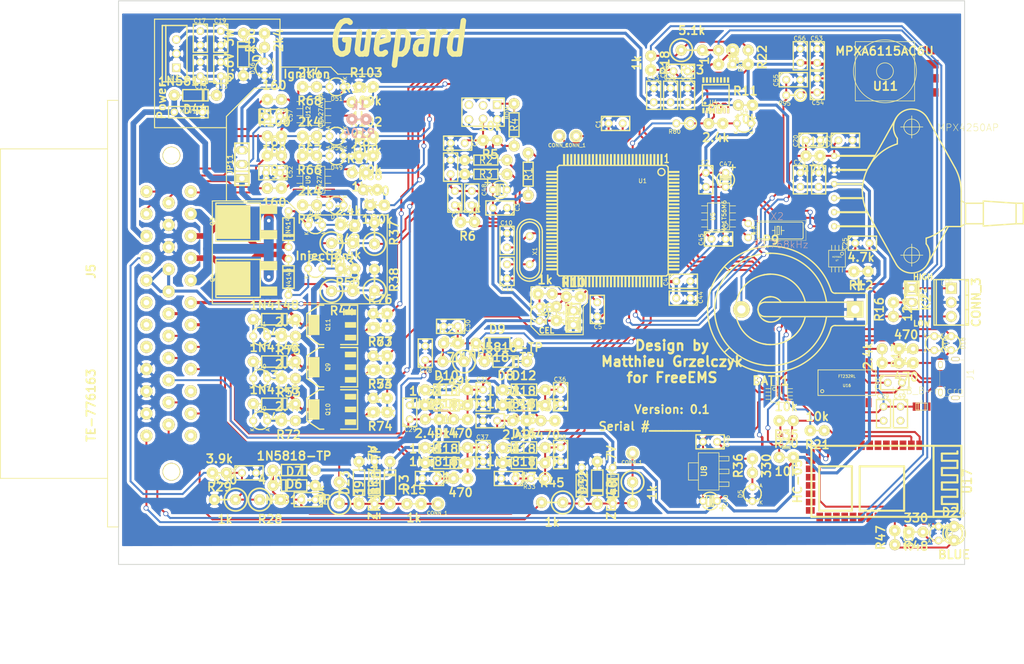
<source format=kicad_pcb>
(kicad_pcb (version 3) (host pcbnew "(2013-05-16 BZR 4016)-stable")
  (layers (15 Dessus.Cu signal) (0 Dessous.Cu signal))
  (net 0 "")
  (net 1 +12V-ACC)
  (net 2 +12V-SWITCH)
  (net 3 +3.3V)
  (net 4 /CPU/BKGD)
  (net 5 /CPU/RESET)
  (net 6 /Communication/USB-5v)
  (net 7 /Communication/USB-GND)
  (net 8 5vdc)
  (net 9 AAP)
  (net 10 BRV)
  (net 11 COOLANT)
  (net 12 CPU-RXCAN0)
  (net 13 CPU-RXD0)
  (net 14 CPU-RXD1)
  (net 15 CPU-TXCAN0)
  (net 16 CPU-TXD0)
  (net 17 CPU-TXD1)
  (net 18 Coolant-Sensor)
  (net 19 EXTAL)
  (net 20 FP-Relay)
  (net 21 Fuel-Pump-Drive)
  (net 22 GROUND)
  (net 23 IAT)
  (net 24 IAT-Sensor)
  (net 25 Ignitor1)
  (net 26 Ignitor1-IN)
  (net 27 Ignitor2)
  (net 28 Ignitor2-IN)
  (net 29 Ignitor3)
  (net 30 Ignitor3-IN)
  (net 31 Ignitor4)
  (net 32 Ignitor4-IN)
  (net 33 Injector-GND)
  (net 34 Injector1/3)
  (net 35 Injector1/3-IN)
  (net 36 Injector2/4)
  (net 37 Injector2/4-IN)
  (net 38 LOAD)
  (net 39 MAP)
  (net 40 N-00000100)
  (net 41 N-00000101)
  (net 42 N-00000107)
  (net 43 N-00000122)
  (net 44 N-00000123)
  (net 45 N-00000124)
  (net 46 N-00000131)
  (net 47 N-00000134)
  (net 48 N-00000137)
  (net 49 N-00000138)
  (net 50 N-00000139)
  (net 51 N-00000140)
  (net 52 N-00000141)
  (net 53 N-00000142)
  (net 54 N-00000143)
  (net 55 N-00000150)
  (net 56 N-00000157)
  (net 57 N-00000158)
  (net 58 N-00000159)
  (net 59 N-00000162)
  (net 60 N-00000163)
  (net 61 N-00000164)
  (net 62 N-00000165)
  (net 63 N-00000166)
  (net 64 N-00000167)
  (net 65 N-00000168)
  (net 66 N-00000169)
  (net 67 N-00000170)
  (net 68 N-00000171)
  (net 69 N-00000172)
  (net 70 N-00000173)
  (net 71 N-00000174)
  (net 72 N-00000175)
  (net 73 N-00000176)
  (net 74 N-00000177)
  (net 75 N-00000178)
  (net 76 N-00000179)
  (net 77 N-00000180)
  (net 78 N-00000182)
  (net 79 N-00000183)
  (net 80 N-00000185)
  (net 81 N-00000186)
  (net 82 N-00000187)
  (net 83 N-00000188)
  (net 84 N-00000189)
  (net 85 N-00000190)
  (net 86 N-00000191)
  (net 87 N-00000193)
  (net 88 N-00000195)
  (net 89 N-00000196)
  (net 90 N-00000197)
  (net 91 N-00000198)
  (net 92 N-00000203)
  (net 93 N-00000214)
  (net 94 N-00000217)
  (net 95 N-00000219)
  (net 96 N-00000232)
  (net 97 N-00000233)
  (net 98 N-00000234)
  (net 99 N-00000236)
  (net 100 N-00000252)
  (net 101 N-00000253)
  (net 102 N-00000254)
  (net 103 N-00000255)
  (net 104 N-00000256)
  (net 105 N-00000258)
  (net 106 N-00000259)
  (net 107 N-00000260)
  (net 108 N-00000261)
  (net 109 N-00000262)
  (net 110 N-00000263)
  (net 111 N-00000264)
  (net 112 N-00000265)
  (net 113 N-00000266)
  (net 114 N-00000267)
  (net 115 N-0000065)
  (net 116 N-0000091)
  (net 117 O2)
  (net 118 O2-Sensor)
  (net 119 Output-Ground)
  (net 120 PJ6)
  (net 121 PJ7)
  (net 122 PP3)
  (net 123 PP5)
  (net 124 RPM-Crank-IN+)
  (net 125 RPM-Crank-IN-)
  (net 126 RPM0)
  (net 127 SPR)
  (net 128 SPR-Sensor)
  (net 129 Spare-DIN-1)
  (net 130 Spare-DIN-2)
  (net 131 Spare-LSD-1)
  (net 132 Spare-LSD-2)
  (net 133 TPS)
  (net 134 TPS-Sensor)
  (net 135 VDDPLL)
  (net 136 XFC)
  (net 137 XTAL)
  (module MPX5700AP_h2 (layer Dessus.Cu) (at 360.68 101.6 90)
    (fp_text reference U6)
    (fp_text value MPX4250AP)
    (pad 5 thru_hole circle (at -3.81 -13.97 90) (size 1.10744 1.10744) (drill 0.59944) (layers *.Cu Dessus.Pate Dessus.SilkS Dessus.Masque))
    (pad 4 thru_hole circle (at -1.27 -13.97 90) (size 1.10744 1.10744) (drill 0.59944) (layers *.Cu Dessus.Pate Dessus.SilkS Dessus.Masque))
    (pad 3 thru_hole circle (at 1.27 -13.97 90) (size 1.10744 1.10744) (drill 0.59944) (layers *.Cu Dessus.Pate Dessus.SilkS Dessus.Masque) (net 8 5vdc))
    (pad 2 thru_hole circle (at 3.81 -13.97 90) (size 1.10744 1.10744) (drill 0.59944) (layers *.Cu Dessus.Pate Dessus.SilkS Dessus.Masque) (net 22 GROUND))
    (pad 1 thru_hole circle (at 6.35 -13.97 90) (size 1.10744 1.10744) (drill 0.59944) (layers *.Cu Dessus.Pate Dessus.SilkS Dessus.Masque) (net 59 N-00000162))
    (pad 6 thru_hole circle (at -6.35 -13.97 90) (size 1.10744 1.10744) (drill 0.59944) (layers *.Cu Dessus.Pate Dessus.SilkS Dessus.Masque))
  )
  (module diode_do35 (layer Dessus.Cu) (at 231.648 84.328)
    (fp_text reference D44)
    (fp_text value 1N5818-TP)
    (pad 1 thru_hole circle (at -3.81 0) (size 1.99898 1.99898) (drill 0.8001) (layers *.Cu *.Mask Dessus.SilkS) (net 2 +12V-SWITCH))
    (pad 2 thru_hole circle (at 3.81 0) (size 1.99898 1.99898) (drill 0.8001) (layers *.Cu *.Mask Dessus.SilkS) (net 52 N-00000141))
  )
  (module TE-776163 (layer Dessus.Cu) (at 226.822 123.698 90)
    (fp_text reference J5)
    (fp_text value TE-776163)
    (pad 18 thru_hole circle (at 0 0 90) (size 2.19964 2.19964) (drill 1.00076) (layers *.Cu *.Mask Dessus.SilkS) (net 20 FP-Relay))
    (pad 17 thru_hole circle (at -4.0005 0 90) (size 2.19964 2.19964) (drill 1.00076) (layers *.Cu *.Mask Dessus.SilkS) (net 24 IAT-Sensor))
    (pad 19 thru_hole circle (at 4.0005 0 90) (size 2.19964 2.19964) (drill 1.00076) (layers *.Cu *.Mask Dessus.SilkS) (net 119 Output-Ground))
    (pad 16 thru_hole circle (at -8.001 0 90) (size 2.19964 2.19964) (drill 1.00076) (layers *.Cu *.Mask Dessus.SilkS) (net 134 TPS-Sensor))
    (pad 15 thru_hole circle (at -12.0015 0 90) (size 2.19964 2.19964) (drill 1.00076) (layers *.Cu *.Mask Dessus.SilkS) (net 128 SPR-Sensor))
    (pad 14 thru_hole circle (at -16.002 0 90) (size 2.19964 2.19964) (drill 1.00076) (layers *.Cu *.Mask Dessus.SilkS) (net 129 Spare-DIN-1))
    (pad 13 thru_hole circle (at -20.0025 0 90) (size 2.19964 2.19964) (drill 1.00076) (layers *.Cu *.Mask Dessus.SilkS) (net 125 RPM-Crank-IN-))
    (pad 20 thru_hole circle (at 8.001 0 90) (size 2.19964 2.19964) (drill 1.00076) (layers *.Cu *.Mask Dessus.SilkS) (net 119 Output-Ground))
    (pad 21 thru_hole circle (at 12.0015 0 90) (size 2.19964 2.19964) (drill 1.00076) (layers *.Cu *.Mask Dessus.SilkS) (net 22 GROUND))
    (pad 22 thru_hole circle (at 16.002 0 90) (size 2.19964 2.19964) (drill 1.00076) (layers *.Cu *.Mask Dessus.SilkS) (net 22 GROUND))
    (pad 23 thru_hole circle (at 20.0025 0 90) (size 2.19964 2.19964) (drill 1.00076) (layers *.Cu *.Mask Dessus.SilkS) (net 27 Ignitor2))
    (pad 1 thru_hole circle (at -22.00148 -4.0005 90) (size 2.19964 2.19964) (drill 1.00076) (layers *.Cu *.Mask Dessus.SilkS) (net 124 RPM-Crank-IN+))
    (pad 6 thru_hole circle (at -1.99898 -4.0005 90) (size 2.19964 2.19964) (drill 1.00076) (layers *.Cu *.Mask Dessus.SilkS))
    (pad 2 thru_hole circle (at -18.00098 -4.0005 90) (size 2.19964 2.19964) (drill 1.00076) (layers *.Cu *.Mask Dessus.SilkS) (net 22 GROUND))
    (pad 3 thru_hole circle (at -14.00048 -4.0005 90) (size 2.19964 2.19964) (drill 1.00076) (layers *.Cu *.Mask Dessus.SilkS) (net 22 GROUND))
    (pad 4 thru_hole circle (at -9.99998 -4.0005 90) (size 2.19964 2.19964) (drill 1.00076) (layers *.Cu *.Mask Dessus.SilkS) (net 22 GROUND))
    (pad 5 thru_hole circle (at -5.99948 -4.0005 90) (size 2.19964 2.19964) (drill 1.00076) (layers *.Cu *.Mask Dessus.SilkS))
    (pad 7 thru_hole circle (at 1.99898 -4.0005 90) (size 2.19964 2.19964) (drill 1.00076) (layers *.Cu *.Mask Dessus.SilkS))
    (pad 8 thru_hole circle (at 5.99948 -4.0005 90) (size 2.19964 2.19964) (drill 1.00076) (layers *.Cu *.Mask Dessus.SilkS) (net 119 Output-Ground))
    (pad 9 thru_hole circle (at 9.99998 -4.0005 90) (size 2.19964 2.19964) (drill 1.00076) (layers *.Cu *.Mask Dessus.SilkS) (net 1 +12V-ACC))
    (pad 10 thru_hole circle (at 14.00048 -4.0005 90) (size 2.19964 2.19964) (drill 1.00076) (layers *.Cu *.Mask Dessus.SilkS) (net 2 +12V-SWITCH))
    (pad 11 thru_hole circle (at 18.00098 -4.0005 90) (size 2.19964 2.19964) (drill 1.00076) (layers *.Cu *.Mask Dessus.SilkS) (net 29 Ignitor3))
    (pad 12 thru_hole circle (at 22.00148 -4.0005 90) (size 2.19964 2.19964) (drill 1.00076) (layers *.Cu *.Mask Dessus.SilkS) (net 31 Ignitor4))
    (pad 24 thru_hole circle (at -22.00148 4.0005 90) (size 2.19964 2.19964) (drill 1.00076) (layers *.Cu *.Mask Dessus.SilkS))
    (pad 25 thru_hole circle (at -18.00098 4.0005 90) (size 2.19964 2.19964) (drill 1.00076) (layers *.Cu *.Mask Dessus.SilkS) (net 130 Spare-DIN-2))
    (pad 26 thru_hole circle (at -14.00048 4.0005 90) (size 2.19964 2.19964) (drill 1.00076) (layers *.Cu *.Mask Dessus.SilkS))
    (pad 27 thru_hole circle (at -9.99998 4.0005 90) (size 2.19964 2.19964) (drill 1.00076) (layers *.Cu *.Mask Dessus.SilkS) (net 118 O2-Sensor))
    (pad 28 thru_hole circle (at -5.99948 4.0005 90) (size 2.19964 2.19964) (drill 1.00076) (layers *.Cu *.Mask Dessus.SilkS) (net 18 Coolant-Sensor))
    (pad 29 thru_hole circle (at -1.99898 4.0005 90) (size 2.19964 2.19964) (drill 1.00076) (layers *.Cu *.Mask Dessus.SilkS) (net 131 Spare-LSD-1))
    (pad 30 thru_hole circle (at 1.99898 4.0005 90) (size 2.19964 2.19964) (drill 1.00076) (layers *.Cu *.Mask Dessus.SilkS) (net 132 Spare-LSD-2))
    (pad 31 thru_hole circle (at 5.99948 4.0005 90) (size 2.19964 2.19964) (drill 1.00076) (layers *.Cu *.Mask Dessus.SilkS) (net 33 Injector-GND))
    (pad 32 thru_hole circle (at 9.99998 4.0005 90) (size 2.19964 2.19964) (drill 1.00076) (layers *.Cu *.Mask Dessus.SilkS) (net 36 Injector2/4))
    (pad 33 thru_hole circle (at 14.00048 4.0005 90) (size 2.19964 2.19964) (drill 1.00076) (layers *.Cu *.Mask Dessus.SilkS) (net 34 Injector1/3))
    (pad 34 thru_hole circle (at 18.00098 4.0005 90) (size 2.19964 2.19964) (drill 1.00076) (layers *.Cu *.Mask Dessus.SilkS) (net 33 Injector-GND))
    (pad 35 thru_hole circle (at 22.00148 4.0005 90) (size 2.19964 2.19964) (drill 1.00076) (layers *.Cu *.Mask Dessus.SilkS) (net 25 Ignitor1))
    (pad "" thru_hole circle (at -28.5 0.5 90) (size 3.175 3.175) (drill 2.84988) (layers *.Cu *.Mask Dessus.SilkS))
    (pad "" thru_hole circle (at 28.5 0.5 90) (size 3.175 3.175) (drill 2.84988) (layers *.Cu *.Mask Dessus.SilkS))
  )
  (module ITEAD_HC-05 (layer Dessus.Cu) (at 356.108 153.924 270)
    (fp_text reference U17)
    (fp_text value HC-05)
    (pad 11 smd rect (at -6.49986 8.99922 270) (size 1.69926 1.19888) (layers Dessus.Cu Dessus.Pate Dessus.Masque))
    (pad 12 smd rect (at -6.49986 10.50036 270) (size 1.69926 1.19888) (layers Dessus.Cu Dessus.Pate Dessus.Masque) (net 114 N-00000267))
    (pad 13 smd rect (at -6.49986 11.99896 270) (size 1.69926 1.19888) (layers Dessus.Cu Dessus.Pate Dessus.Masque) (net 22 GROUND))
    (pad 10 smd rect (at -6.49986 7.50062 270) (size 1.69926 1.19888) (layers Dessus.Cu Dessus.Pate Dessus.Masque))
    (pad 9 smd rect (at -6.49986 5.99948 270) (size 1.69926 1.19888) (layers Dessus.Cu Dessus.Pate Dessus.Masque))
    (pad 8 smd rect (at -6.49986 4.50088 270) (size 1.69926 1.19888) (layers Dessus.Cu Dessus.Pate Dessus.Masque))
    (pad 7 smd rect (at -6.49986 2.99974 270) (size 1.69926 1.19888) (layers Dessus.Cu Dessus.Pate Dessus.Masque))
    (pad 6 smd rect (at -6.49986 1.50114 270) (size 1.69926 1.19888) (layers Dessus.Cu Dessus.Pate Dessus.Masque))
    (pad 5 smd rect (at -6.49986 0 270) (size 1.69926 1.19888) (layers Dessus.Cu Dessus.Pate Dessus.Masque))
    (pad 4 smd rect (at -6.49986 -1.50114 270) (size 1.69926 1.19888) (layers Dessus.Cu Dessus.Pate Dessus.Masque))
    (pad 3 smd rect (at -6.49986 -2.99974 270) (size 1.69926 1.19888) (layers Dessus.Cu Dessus.Pate Dessus.Masque))
    (pad 2 smd rect (at -6.49986 -4.50088 270) (size 1.69926 1.19888) (layers Dessus.Cu Dessus.Pate Dessus.Masque) (net 95 N-00000219))
    (pad 1 smd rect (at -6.49986 -5.99948 270) (size 1.69926 1.19888) (layers Dessus.Cu Dessus.Pate Dessus.Masque) (net 100 N-00000252))
    (pad 14 smd rect (at -5.25018 13.69568 270) (size 1.19888 1.59766) (layers Dessus.Cu Dessus.Pate Dessus.Masque))
    (pad 15 smd rect (at -3.7465 13.64996 270) (size 1.19888 1.69926) (layers Dessus.Cu Dessus.Pate Dessus.Masque))
    (pad 16 smd rect (at -2.2479 13.64996 270) (size 1.19888 1.69926) (layers Dessus.Cu Dessus.Pate Dessus.Masque))
    (pad 17 smd rect (at -0.7493 13.64996 270) (size 1.19888 1.69926) (layers Dessus.Cu Dessus.Pate Dessus.Masque))
    (pad 18 smd rect (at 0.7493 13.64996 270) (size 1.19888 1.69926) (layers Dessus.Cu Dessus.Pate Dessus.Masque))
    (pad 19 smd rect (at 2.2479 13.64996 270) (size 1.19888 1.69926) (layers Dessus.Cu Dessus.Pate Dessus.Masque))
    (pad 20 smd rect (at 3.7465 13.64996 270) (size 1.19888 1.69926) (layers Dessus.Cu Dessus.Pate Dessus.Masque))
    (pad 21 smd rect (at 5.2451 13.69822 270) (size 1.19888 1.59766) (layers Dessus.Cu Dessus.Pate Dessus.Masque))
    (pad 22 smd rect (at 6.49986 11.99896 270) (size 1.69926 1.19888) (layers Dessus.Cu Dessus.Pate Dessus.Masque))
    (pad 23 smd rect (at 6.49986 10.50036 270) (size 1.69926 1.19888) (layers Dessus.Cu Dessus.Pate Dessus.Masque))
    (pad 24 smd rect (at 6.49986 8.99668 270) (size 1.69926 1.19888) (layers Dessus.Cu Dessus.Pate Dessus.Masque))
    (pad 25 smd rect (at 6.49986 7.50062 270) (size 1.69926 1.19888) (layers Dessus.Cu Dessus.Pate Dessus.Masque))
    (pad 26 smd rect (at 6.49986 5.99948 270) (size 1.69926 1.19888) (layers Dessus.Cu Dessus.Pate Dessus.Masque))
    (pad 27 smd rect (at 6.49986 4.50088 270) (size 1.69926 1.19888) (layers Dessus.Cu Dessus.Pate Dessus.Masque))
    (pad 28 smd rect (at 6.49986 2.99974 270) (size 1.69926 1.19888) (layers Dessus.Cu Dessus.Pate Dessus.Masque))
    (pad 29 smd rect (at 6.49986 1.50114 270) (size 1.69926 1.19888) (layers Dessus.Cu Dessus.Pate Dessus.Masque))
    (pad 30 smd rect (at 6.49986 0 270) (size 1.69926 1.19888) (layers Dessus.Cu Dessus.Pate Dessus.Masque))
    (pad 31 smd rect (at 6.49986 -1.50114 270) (size 1.69926 1.19888) (layers Dessus.Cu Dessus.Pate Dessus.Masque) (net 111 N-00000264))
    (pad 32 smd rect (at 6.49986 -2.99974 270) (size 1.69926 1.19888) (layers Dessus.Cu Dessus.Pate Dessus.Masque) (net 110 N-00000263))
    (pad 33 smd rect (at 6.49986 -4.50088 270) (size 1.69926 1.19888) (layers Dessus.Cu Dessus.Pate Dessus.Masque))
    (pad 34 smd rect (at 6.49986 -5.99948 270) (size 1.69926 1.19888) (layers Dessus.Cu Dessus.Pate Dessus.Masque) (net 22 GROUND))
  )
  (module USB-B-micro (layer Dessus.Cu) (at 368.554 135.382 180)
    (fp_text reference J1)
    (fp_text value USB_B-micro)
    (pad 1 smd rect (at 2.70002 -1.30302 180) (size 1.34874 0.39878) (layers Dessus.Cu Dessus.Pate Dessus.Masque) (net 98 N-00000234))
    (pad 2 smd rect (at 2.70002 -0.65024 180) (size 1.34874 0.39878) (layers Dessus.Cu Dessus.Pate Dessus.Masque) (net 97 N-00000233))
    (pad 3 smd rect (at 2.70002 0 180) (size 1.34874 0.39878) (layers Dessus.Cu Dessus.Pate Dessus.Masque) (net 96 N-00000232))
    (pad 4 smd rect (at 2.70002 0.65024 180) (size 1.34874 0.39878) (layers Dessus.Cu Dessus.Pate Dessus.Masque))
    (pad 5 smd rect (at 2.70002 1.30048 180) (size 1.34874 0.39878) (layers Dessus.Cu Dessus.Pate Dessus.Masque) (net 7 /Communication/USB-GND))
    (pad 6 thru_hole oval (at 2.70002 -2.49936 180) (size 0.7493 1.24968) (drill oval 0.55118 0.8509) (layers *.Cu *.Mask Dessus.SilkS))
    (pad 6 thru_hole oval (at 2.70002 2.49936 180) (size 0.7493 1.24968) (drill oval 0.55118 0.8509) (layers *.Cu *.Mask Dessus.SilkS))
    (pad 6 thru_hole oval (at 0 -3.50012 180) (size 1.5494 0.70104) (drill oval 1.15062 0.50038) (layers *.Cu *.Mask Dessus.SilkS))
    (pad 6 thru_hole oval (at 0 3.50012 180) (size 1.5494 0.70104) (drill oval 1.15062 0.50038) (layers *.Cu *.Mask Dessus.SilkS))
    (pad 6 smd rect (at 0 -1.02616 180) (size 1.5494 1.5494) (layers Dessus.Cu Dessus.Pate Dessus.Masque))
    (pad 6 smd rect (at 0 1.02616 180) (size 1.5494 1.5494) (layers Dessus.Cu Dessus.Pate Dessus.Masque))
  )
  (module TO220_VERT (layer Dessus.Cu) (at 228.219 76.835 180)
    (fp_text reference U3)
    (fp_text value LM2940T-5.0 hide)
    (pad 2 thru_hole circle (at 0 0 180) (size 1.524 1.524) (drill 1.00076) (layers *.Cu *.Mask Dessus.SilkS) (net 22 GROUND))
    (pad 3 thru_hole circle (at 0 2.54 180) (size 1.524 1.524) (drill 1.00076) (layers *.Cu *.Mask Dessus.SilkS) (net 8 5vdc))
    (pad 1 thru_hole rect (at 0 -2.54 180) (size 1.524 1.524) (drill 1.00076) (layers *.Cu *.Mask Dessus.SilkS) (net 52 N-00000141))
  )
  (module ssop-28 (layer Dessus.Cu) (at 348.996 136.144)
    (fp_text reference U16)
    (fp_text value FT232RL)
    (pad 7 smd rect (at -0.32512 3.59918) (size 0.4064 1.651) (layers Dessus.Cu Dessus.Pate Dessus.Masque) (net 7 /Communication/USB-GND))
    (pad 8 smd rect (at 0.32512 3.59918) (size 0.4064 1.651) (layers Dessus.Cu Dessus.Pate Dessus.Masque))
    (pad 9 smd rect (at 0.97536 3.59918) (size 0.4064 1.651) (layers Dessus.Cu Dessus.Pate Dessus.Masque))
    (pad 10 smd rect (at 1.6256 3.59918) (size 0.4064 1.651) (layers Dessus.Cu Dessus.Pate Dessus.Masque))
    (pad 25 smd rect (at -2.27584 -3.59918) (size 0.4064 1.651) (layers Dessus.Cu Dessus.Pate Dessus.Masque) (net 7 /Communication/USB-GND))
    (pad 4 smd rect (at -2.27584 3.59918) (size 0.4064 1.651) (layers Dessus.Cu Dessus.Pate Dessus.Masque) (net 6 /Communication/USB-5v))
    (pad 5 smd rect (at -1.6256 3.59918) (size 0.4064 1.651) (layers Dessus.Cu Dessus.Pate Dessus.Masque) (net 106 N-00000259))
    (pad 6 smd rect (at -0.97536 3.59918) (size 0.4064 1.651) (layers Dessus.Cu Dessus.Pate Dessus.Masque))
    (pad 18 smd rect (at 2.27584 -3.59918) (size 0.4064 1.651) (layers Dessus.Cu Dessus.Pate Dessus.Masque) (net 7 /Communication/USB-GND))
    (pad 19 smd rect (at 1.6256 -3.59918) (size 0.4064 1.651) (layers Dessus.Cu Dessus.Pate Dessus.Masque) (net 93 N-00000214))
    (pad 20 smd rect (at 0.97536 -3.59918) (size 0.4064 1.651) (layers Dessus.Cu Dessus.Pate Dessus.Masque) (net 6 /Communication/USB-5v))
    (pad 21 smd rect (at 0.32512 -3.59918) (size 0.4064 1.651) (layers Dessus.Cu Dessus.Pate Dessus.Masque) (net 7 /Communication/USB-GND))
    (pad 22 smd rect (at -0.32512 -3.59918) (size 0.4064 1.651) (layers Dessus.Cu Dessus.Pate Dessus.Masque) (net 92 N-00000203))
    (pad 23 smd rect (at -0.97536 -3.59918) (size 0.4064 1.651) (layers Dessus.Cu Dessus.Pate Dessus.Masque) (net 105 N-00000258))
    (pad 11 smd rect (at 2.27584 3.59918) (size 0.4064 1.651) (layers Dessus.Cu Dessus.Pate Dessus.Masque))
    (pad 24 smd rect (at -1.6256 -3.59918) (size 0.4064 1.651) (layers Dessus.Cu Dessus.Pate Dessus.Masque))
    (pad 26 smd rect (at -2.92608 -3.59918) (size 0.4064 1.651) (layers Dessus.Cu Dessus.Pate Dessus.Masque) (net 7 /Communication/USB-GND))
    (pad 27 smd rect (at -3.57378 -3.59918) (size 0.4064 1.651) (layers Dessus.Cu Dessus.Pate Dessus.Masque))
    (pad 28 smd rect (at -4.22402 -3.59918) (size 0.4064 1.651) (layers Dessus.Cu Dessus.Pate Dessus.Masque))
    (pad 1 smd rect (at -4.22402 3.59918) (size 0.4064 1.651) (layers Dessus.Cu Dessus.Pate Dessus.Masque) (net 99 N-00000236))
    (pad 2 smd rect (at -3.57378 3.59918) (size 0.4064 1.651) (layers Dessus.Cu Dessus.Pate Dessus.Masque))
    (pad 3 smd rect (at -2.92608 3.59918) (size 0.4064 1.651) (layers Dessus.Cu Dessus.Pate Dessus.Masque))
    (pad 12 smd rect (at 2.92608 3.59918) (size 0.4064 1.651) (layers Dessus.Cu Dessus.Pate Dessus.Masque))
    (pad 13 smd rect (at 3.57378 3.59918) (size 0.4064 1.651) (layers Dessus.Cu Dessus.Pate Dessus.Masque))
    (pad 14 smd rect (at 4.22402 3.59918) (size 0.4064 1.651) (layers Dessus.Cu Dessus.Pate Dessus.Masque))
    (pad 15 smd rect (at 4.22402 -3.59918) (size 0.4064 1.651) (layers Dessus.Cu Dessus.Pate Dessus.Masque) (net 96 N-00000232))
    (pad 16 smd rect (at 3.57378 -3.59918) (size 0.4064 1.651) (layers Dessus.Cu Dessus.Pate Dessus.Masque) (net 97 N-00000233))
    (pad 17 smd rect (at 2.92608 -3.59918) (size 0.4064 1.651) (layers Dessus.Cu Dessus.Pate Dessus.Masque) (net 94 N-00000217))
  )
  (module sot23 (layer Dessus.Cu) (at 338.074 146.558 270)
    (fp_text reference Q1)
    (fp_text value MOS_N hide)
    (pad 1 smd rect (at -0.9525 1.05664 270) (size 0.59944 1.00076) (layers Dessus.Cu Dessus.Pate Dessus.Masque) (net 3 +3.3V))
    (pad 2 smd rect (at 0 -1.05664 270) (size 0.59944 1.00076) (layers Dessus.Cu Dessus.Pate Dessus.Masque) (net 100 N-00000252))
    (pad 3 smd rect (at 0.9525 1.05664 270) (size 0.59944 1.00076) (layers Dessus.Cu Dessus.Pate Dessus.Masque) (net 14 CPU-RXD1))
  )
  (module SOT223-MOSFET (layer Dessus.Cu) (at 256.286 133.35 90)
    (fp_text reference Q9)
    (fp_text value VNN7NV0413TR hide)
    (pad D smd rect (at 0 -3.302 90) (size 3.6576 2.032) (layers Dessus.Cu Dessus.Pate Dessus.SilkS Dessus.Masque) (net 20 FP-Relay))
    (pad 1 smd rect (at 0 3.302 90) (size 1.016 2.032) (layers Dessus.Cu Dessus.Pate Dessus.SilkS Dessus.Masque))
    (pad S smd rect (at 2.286 3.302 90) (size 1.016 2.032) (layers Dessus.Cu Dessus.Pate Dessus.SilkS Dessus.Masque) (net 119 Output-Ground))
    (pad G smd rect (at -2.286 3.302 90) (size 1.016 2.032) (layers Dessus.Cu Dessus.Pate Dessus.SilkS Dessus.Masque) (net 67 N-00000170))
  )
  (module SOT223-MOSFET (layer Dessus.Cu) (at 256.286 125.73 90)
    (fp_text reference Q11)
    (fp_text value VNN7NV0413TR hide)
    (pad D smd rect (at 0 -3.302 90) (size 3.6576 2.032) (layers Dessus.Cu Dessus.Pate Dessus.SilkS Dessus.Masque) (net 132 Spare-LSD-2))
    (pad 1 smd rect (at 0 3.302 90) (size 1.016 2.032) (layers Dessus.Cu Dessus.Pate Dessus.SilkS Dessus.Masque))
    (pad S smd rect (at 2.286 3.302 90) (size 1.016 2.032) (layers Dessus.Cu Dessus.Pate Dessus.SilkS Dessus.Masque) (net 119 Output-Ground))
    (pad G smd rect (at -2.286 3.302 90) (size 1.016 2.032) (layers Dessus.Cu Dessus.Pate Dessus.SilkS Dessus.Masque) (net 66 N-00000169))
  )
  (module SOT223-MOSFET (layer Dessus.Cu) (at 256.286 140.97 90)
    (fp_text reference Q10)
    (fp_text value VNN7NV0413TR hide)
    (pad D smd rect (at 0 -3.302 90) (size 3.6576 2.032) (layers Dessus.Cu Dessus.Pate Dessus.SilkS Dessus.Masque) (net 131 Spare-LSD-1))
    (pad 1 smd rect (at 0 3.302 90) (size 1.016 2.032) (layers Dessus.Cu Dessus.Pate Dessus.SilkS Dessus.Masque))
    (pad S smd rect (at 2.286 3.302 90) (size 1.016 2.032) (layers Dessus.Cu Dessus.Pate Dessus.SilkS Dessus.Masque) (net 119 Output-Ground))
    (pad G smd rect (at -2.286 3.302 90) (size 1.016 2.032) (layers Dessus.Cu Dessus.Pate Dessus.SilkS Dessus.Masque) (net 68 N-00000171))
  )
  (module so-8 (layer Dessus.Cu) (at 252.984 87.376 90)
    (fp_text reference U12)
    (fp_text value TC4427AVOA)
    (pad 1 smd rect (at -1.905 2.794 90) (size 0.59944 1.99898) (layers Dessus.Cu Dessus.Pate Dessus.Masque))
    (pad 2 smd rect (at -0.635 2.794 90) (size 0.59944 1.99898) (layers Dessus.Cu Dessus.Pate Dessus.Masque) (net 75 N-00000178))
    (pad 3 smd rect (at 0.635 2.794 90) (size 0.59944 1.99898) (layers Dessus.Cu Dessus.Pate Dessus.Masque) (net 22 GROUND))
    (pad 4 smd rect (at 1.905 2.794 90) (size 0.59944 1.99898) (layers Dessus.Cu Dessus.Pate Dessus.Masque) (net 69 N-00000172))
    (pad 5 smd rect (at 1.905 -2.794 90) (size 0.59944 1.99898) (layers Dessus.Cu Dessus.Pate Dessus.Masque) (net 72 N-00000175))
    (pad 6 smd rect (at 0.635 -2.794 90) (size 0.59944 1.99898) (layers Dessus.Cu Dessus.Pate Dessus.Masque) (net 73 N-00000176))
    (pad 7 smd rect (at -0.635 -2.794 90) (size 0.59944 1.99898) (layers Dessus.Cu Dessus.Pate Dessus.Masque) (net 71 N-00000174))
    (pad 8 smd rect (at -1.905 -2.794 90) (size 0.59944 1.99898) (layers Dessus.Cu Dessus.Pate Dessus.Masque))
  )
  (module so-8 (layer Dessus.Cu) (at 325.882 106.172 90)
    (fp_text reference U5)
    (fp_text value M41T56M6)
    (pad 1 smd rect (at -1.905 2.794 90) (size 0.59944 1.99898) (layers Dessus.Cu Dessus.Pate Dessus.Masque) (net 40 N-00000100))
    (pad 2 smd rect (at -0.635 2.794 90) (size 0.59944 1.99898) (layers Dessus.Cu Dessus.Pate Dessus.Masque) (net 47 N-00000134))
    (pad 3 smd rect (at 0.635 2.794 90) (size 0.59944 1.99898) (layers Dessus.Cu Dessus.Pate Dessus.Masque) (net 41 N-00000101))
    (pad 4 smd rect (at 1.905 2.794 90) (size 0.59944 1.99898) (layers Dessus.Cu Dessus.Pate Dessus.Masque) (net 22 GROUND))
    (pad 5 smd rect (at 1.905 -2.794 90) (size 0.59944 1.99898) (layers Dessus.Cu Dessus.Pate Dessus.Masque) (net 120 PJ6))
    (pad 6 smd rect (at 0.635 -2.794 90) (size 0.59944 1.99898) (layers Dessus.Cu Dessus.Pate Dessus.Masque) (net 121 PJ7))
    (pad 7 smd rect (at -0.635 -2.794 90) (size 0.59944 1.99898) (layers Dessus.Cu Dessus.Pate Dessus.Masque))
    (pad 8 smd rect (at -1.905 -2.794 90) (size 0.59944 1.99898) (layers Dessus.Cu Dessus.Pate Dessus.Masque) (net 8 5vdc))
  )
  (module so-8 (layer Dessus.Cu) (at 252.984 99.568 90)
    (fp_text reference U9)
    (fp_text value TC4427AVOA)
    (pad 1 smd rect (at -1.905 2.794 90) (size 0.59944 1.99898) (layers Dessus.Cu Dessus.Pate Dessus.Masque))
    (pad 2 smd rect (at -0.635 2.794 90) (size 0.59944 1.99898) (layers Dessus.Cu Dessus.Pate Dessus.Masque) (net 78 N-00000182))
    (pad 3 smd rect (at 0.635 2.794 90) (size 0.59944 1.99898) (layers Dessus.Cu Dessus.Pate Dessus.Masque) (net 22 GROUND))
    (pad 4 smd rect (at 1.905 2.794 90) (size 0.59944 1.99898) (layers Dessus.Cu Dessus.Pate Dessus.Masque) (net 79 N-00000183))
    (pad 5 smd rect (at 1.905 -2.794 90) (size 0.59944 1.99898) (layers Dessus.Cu Dessus.Pate Dessus.Masque) (net 70 N-00000173))
    (pad 6 smd rect (at 0.635 -2.794 90) (size 0.59944 1.99898) (layers Dessus.Cu Dessus.Pate Dessus.Masque) (net 73 N-00000176))
    (pad 7 smd rect (at -0.635 -2.794 90) (size 0.59944 1.99898) (layers Dessus.Cu Dessus.Pate Dessus.Masque) (net 74 N-00000177))
    (pad 8 smd rect (at -1.905 -2.794 90) (size 0.59944 1.99898) (layers Dessus.Cu Dessus.Pate Dessus.Masque))
  )
  (module rc07_vert (layer Dessus.Cu) (at 278.13 132.334 180)
    (fp_text reference R24)
    (fp_text value 2.49k)
    (pad 1 thru_hole circle (at -1.905 0 180) (size 1.99898 1.99898) (drill 0.8001) (layers *.Cu *.Mask Dessus.SilkS) (net 8 5vdc))
    (pad 2 thru_hole circle (at 1.905 0 180) (size 1.99898 1.99898) (drill 0.8001) (layers *.Cu *.Mask Dessus.SilkS) (net 128 SPR-Sensor))
  )
  (module rc07_vert (layer Dessus.Cu) (at 258.064 110.998)
    (fp_text reference R43)
    (fp_text value 1k)
    (pad 1 thru_hole circle (at -1.905 0) (size 1.99898 1.99898) (drill 0.8001) (layers *.Cu *.Mask Dessus.SilkS) (net 60 N-00000163))
    (pad 2 thru_hole circle (at 1.905 0) (size 1.99898 1.99898) (drill 0.8001) (layers *.Cu *.Mask Dessus.SilkS) (net 35 Injector1/3-IN))
  )
  (module rc07_vert (layer Dessus.Cu) (at 263.906 109.22 90)
    (fp_text reference R37)
    (fp_text value 100k)
    (pad 1 thru_hole circle (at -1.905 0 90) (size 1.99898 1.99898) (drill 0.8001) (layers *.Cu *.Mask Dessus.SilkS) (net 35 Injector1/3-IN))
    (pad 2 thru_hole circle (at 1.905 0 90) (size 1.99898 1.99898) (drill 0.8001) (layers *.Cu *.Mask Dessus.SilkS) (net 22 GROUND))
  )
  (module rc07_vert (layer Dessus.Cu) (at 245.11 157.226)
    (fp_text reference R28)
    (fp_text value 470)
    (pad 1 thru_hole circle (at -1.905 0) (size 1.99898 1.99898) (drill 0.8001) (layers *.Cu *.Mask Dessus.SilkS) (net 53 N-00000142))
    (pad 2 thru_hole circle (at 1.905 0) (size 1.99898 1.99898) (drill 0.8001) (layers *.Cu *.Mask Dessus.SilkS) (net 10 BRV))
  )
  (module rc07_vert (layer Dessus.Cu) (at 258.064 119.634)
    (fp_text reference R44)
    (fp_text value 1k)
    (pad 1 thru_hole circle (at -1.905 0) (size 1.99898 1.99898) (drill 0.8001) (layers *.Cu *.Mask Dessus.SilkS) (net 61 N-00000164))
    (pad 2 thru_hole circle (at 1.905 0) (size 1.99898 1.99898) (drill 0.8001) (layers *.Cu *.Mask Dessus.SilkS) (net 37 Injector2/4-IN))
  )
  (module rc07_vert (layer Dessus.Cu) (at 263.906 117.602 90)
    (fp_text reference R38)
    (fp_text value 100k)
    (pad 1 thru_hole circle (at -1.905 0 90) (size 1.99898 1.99898) (drill 0.8001) (layers *.Cu *.Mask Dessus.SilkS) (net 37 Injector2/4-IN))
    (pad 2 thru_hole circle (at 1.905 0 90) (size 1.99898 1.99898) (drill 0.8001) (layers *.Cu *.Mask Dessus.SilkS) (net 22 GROUND))
  )
  (module rc07_vert (layer Dessus.Cu) (at 321.056 76.2)
    (fp_text reference R23)
    (fp_text value 5.1k)
    (pad 1 thru_hole circle (at -1.905 0) (size 1.99898 1.99898) (drill 0.8001) (layers *.Cu *.Mask Dessus.SilkS) (net 124 RPM-Crank-IN+))
    (pad 2 thru_hole circle (at 1.905 0) (size 1.99898 1.99898) (drill 0.8001) (layers *.Cu *.Mask Dessus.SilkS) (net 125 RPM-Crank-IN-))
  )
  (module rc07_vert (layer Dessus.Cu) (at 295.91 157.734 180)
    (fp_text reference R45)
    (fp_text value 1k)
    (pad 1 thru_hole circle (at -1.905 0 180) (size 1.99898 1.99898) (drill 0.8001) (layers *.Cu *.Mask Dessus.SilkS) (net 89 N-00000196))
    (pad 2 thru_hole circle (at 1.905 0 180) (size 1.99898 1.99898) (drill 0.8001) (layers *.Cu *.Mask Dessus.SilkS) (net 130 Spare-DIN-2))
  )
  (module rc07_vert (layer Dessus.Cu) (at 310.388 155.956 270)
    (fp_text reference R40)
    (fp_text value 1k)
    (pad 1 thru_hole circle (at -1.905 0 270) (size 1.99898 1.99898) (drill 0.8001) (layers *.Cu *.Mask Dessus.SilkS) (net 90 N-00000197))
    (pad 2 thru_hole circle (at 1.905 0 270) (size 1.99898 1.99898) (drill 0.8001) (layers *.Cu *.Mask Dessus.SilkS) (net 89 N-00000196))
  )
  (module rc07_vert (layer Dessus.Cu) (at 257.556 155.956 90)
    (fp_text reference R39)
    (fp_text value 1k)
    (pad 1 thru_hole circle (at -1.905 0 90) (size 1.99898 1.99898) (drill 0.8001) (layers *.Cu *.Mask Dessus.SilkS) (net 88 N-00000195))
    (pad 2 thru_hole circle (at 1.905 0 90) (size 1.99898 1.99898) (drill 0.8001) (layers *.Cu *.Mask Dessus.SilkS) (net 129 Spare-DIN-1))
  )
  (module rc07_vert (layer Dessus.Cu) (at 236.982 157.226 180)
    (fp_text reference R30)
    (fp_text value 1k)
    (pad 1 thru_hole circle (at -1.905 0 180) (size 1.99898 1.99898) (drill 0.8001) (layers *.Cu *.Mask Dessus.SilkS) (net 53 N-00000142))
    (pad 2 thru_hole circle (at 1.905 0 180) (size 1.99898 1.99898) (drill 0.8001) (layers *.Cu *.Mask Dessus.SilkS) (net 22 GROUND))
  )
  (module rc03_vert (layer Dessus.Cu) (at 313.69 78.486 90)
    (fp_text reference R18)
    (fp_text value 1k)
    (pad 1 thru_hole circle (at -1.27 0 90) (size 1.99898 1.99898) (drill 0.8001) (layers *.Cu *.Mask Dessus.SilkS) (net 55 N-00000150))
    (pad 2 thru_hole circle (at 1.27 0 90) (size 1.99898 1.99898) (drill 0.8001) (layers *.Cu *.Mask Dessus.SilkS) (net 124 RPM-Crank-IN+))
  )
  (module rc03_vert (layer Dessus.Cu) (at 331.216 77.47 90)
    (fp_text reference R22)
    (fp_text value 1k)
    (pad 1 thru_hole circle (at -1.27 0 90) (size 1.99898 1.99898) (drill 0.8001) (layers *.Cu *.Mask Dessus.SilkS) (net 8 5vdc))
    (pad 2 thru_hole circle (at 1.27 0 90) (size 1.99898 1.99898) (drill 0.8001) (layers *.Cu *.Mask Dessus.SilkS) (net 124 RPM-Crank-IN+))
  )
  (module rc03_vert (layer Dessus.Cu) (at 264.922 123.698 180)
    (fp_text reference R76)
    (fp_text value 100k)
    (pad 1 thru_hole circle (at -1.27 0 180) (size 1.99898 1.99898) (drill 0.8001) (layers *.Cu *.Mask Dessus.SilkS) (net 123 PP5))
    (pad 2 thru_hole circle (at 1.27 0 180) (size 1.99898 1.99898) (drill 0.8001) (layers *.Cu *.Mask Dessus.SilkS) (net 22 GROUND))
  )
  (module rc03_vert (layer Dessus.Cu) (at 325.882 77.47 90)
    (fp_text reference R19)
    (fp_text value 1k)
    (pad 1 thru_hole circle (at -1.27 0 90) (size 1.99898 1.99898) (drill 0.8001) (layers *.Cu *.Mask Dessus.SilkS) (net 57 N-00000158))
    (pad 2 thru_hole circle (at 1.27 0 90) (size 1.99898 1.99898) (drill 0.8001) (layers *.Cu *.Mask Dessus.SilkS) (net 125 RPM-Crank-IN-))
  )
  (module rc03_vert (layer Dessus.Cu) (at 355.346 131.318 90)
    (fp_text reference R17)
    (fp_text value 2.4k)
    (pad 1 thru_hole circle (at -1.27 0 90) (size 1.99898 1.99898) (drill 0.8001) (layers *.Cu *.Mask Dessus.SilkS) (net 6 /Communication/USB-5v))
    (pad 2 thru_hole circle (at 1.27 0 90) (size 1.99898 1.99898) (drill 0.8001) (layers *.Cu *.Mask Dessus.SilkS) (net 93 N-00000214))
  )
  (module rc03_vert (layer Dessus.Cu) (at 295.148 143.002 180)
    (fp_text reference R32)
    (fp_text value 470)
    (pad 1 thru_hole circle (at -1.27 0 180) (size 1.99898 1.99898) (drill 0.8001) (layers *.Cu *.Mask Dessus.SilkS) (net 11 COOLANT))
    (pad 2 thru_hole circle (at 1.27 0 180) (size 1.99898 1.99898) (drill 0.8001) (layers *.Cu *.Mask Dessus.SilkS) (net 18 Coolant-Sensor))
  )
  (module rc03_vert (layer Dessus.Cu) (at 274.32 142.748 180)
    (fp_text reference R25)
    (fp_text value 2.49k)
    (pad 1 thru_hole circle (at -1.27 0 180) (size 1.99898 1.99898) (drill 0.8001) (layers *.Cu *.Mask Dessus.SilkS) (net 8 5vdc))
    (pad 2 thru_hole circle (at 1.27 0 180) (size 1.99898 1.99898) (drill 0.8001) (layers *.Cu *.Mask Dessus.SilkS) (net 24 IAT-Sensor))
  )
  (module rc03_vert (layer Dessus.Cu) (at 342.9 95.25 180)
    (fp_text reference R13)
    (fp_text value 470)
    (pad 1 thru_hole circle (at -1.27 0 180) (size 1.99898 1.99898) (drill 0.8001) (layers *.Cu *.Mask Dessus.SilkS) (net 59 N-00000162))
    (pad 2 thru_hole circle (at 1.27 0 180) (size 1.99898 1.99898) (drill 0.8001) (layers *.Cu *.Mask Dessus.SilkS) (net 39 MAP))
  )
  (module rc03_vert (layer Dessus.Cu) (at 235.966 152.4)
    (fp_text reference R29)
    (fp_text value 3.9k)
    (pad 1 thru_hole circle (at -1.27 0) (size 1.99898 1.99898) (drill 0.8001) (layers *.Cu *.Mask Dessus.SilkS) (net 1 +12V-ACC))
    (pad 2 thru_hole circle (at 1.27 0) (size 1.99898 1.99898) (drill 0.8001) (layers *.Cu *.Mask Dessus.SilkS) (net 53 N-00000142))
  )
  (module rc03_vert (layer Dessus.Cu) (at 277.622 129.032 180)
    (fp_text reference R26)
    (fp_text value 470)
    (pad 1 thru_hole circle (at -1.27 0 180) (size 1.99898 1.99898) (drill 0.8001) (layers *.Cu *.Mask Dessus.SilkS) (net 127 SPR))
    (pad 2 thru_hole circle (at 1.27 0 180) (size 1.99898 1.99898) (drill 0.8001) (layers *.Cu *.Mask Dessus.SilkS) (net 128 SPR-Sensor))
  )
  (module rc03_vert (layer Dessus.Cu) (at 279.4 153.416 180)
    (fp_text reference R34)
    (fp_text value 470)
    (pad 1 thru_hole circle (at -1.27 0 180) (size 1.99898 1.99898) (drill 0.8001) (layers *.Cu *.Mask Dessus.SilkS) (net 133 TPS))
    (pad 2 thru_hole circle (at 1.27 0 180) (size 1.99898 1.99898) (drill 0.8001) (layers *.Cu *.Mask Dessus.SilkS) (net 134 TPS-Sensor))
  )
  (module rc03_vert (layer Dessus.Cu) (at 279.4 142.748 180)
    (fp_text reference R27)
    (fp_text value 470)
    (pad 1 thru_hole circle (at -1.27 0 180) (size 1.99898 1.99898) (drill 0.8001) (layers *.Cu *.Mask Dessus.SilkS) (net 23 IAT))
    (pad 2 thru_hole circle (at 1.27 0 180) (size 1.99898 1.99898) (drill 0.8001) (layers *.Cu *.Mask Dessus.SilkS) (net 24 IAT-Sensor))
  )
  (module rc03_vert (layer Dessus.Cu) (at 264.922 141.478)
    (fp_text reference R74)
    (fp_text value 1k)
    (pad 1 thru_hole circle (at -1.27 0) (size 1.99898 1.99898) (drill 0.8001) (layers *.Cu *.Mask Dessus.SilkS) (net 68 N-00000171))
    (pad 2 thru_hole circle (at 1.27 0) (size 1.99898 1.99898) (drill 0.8001) (layers *.Cu *.Mask Dessus.SilkS) (net 122 PP3))
  )
  (module rc03_vert (layer Dessus.Cu) (at 290.068 143.002 180)
    (fp_text reference R31)
    (fp_text value 2.49k)
    (pad 1 thru_hole circle (at -1.27 0 180) (size 1.99898 1.99898) (drill 0.8001) (layers *.Cu *.Mask Dessus.SilkS) (net 8 5vdc))
    (pad 2 thru_hole circle (at 1.27 0 180) (size 1.99898 1.99898) (drill 0.8001) (layers *.Cu *.Mask Dessus.SilkS) (net 18 Coolant-Sensor))
  )
  (module rc03_vert (layer Dessus.Cu) (at 357.378 122.936 270)
    (fp_text reference R16)
    (fp_text value 120)
    (pad 1 thru_hole circle (at -1.27 0 270) (size 1.99898 1.99898) (drill 0.8001) (layers *.Cu *.Mask Dessus.SilkS) (net 104 N-00000256))
    (pad 2 thru_hole circle (at 1.27 0 270) (size 1.99898 1.99898) (drill 0.8001) (layers *.Cu *.Mask Dessus.SilkS) (net 103 N-00000255))
  )
  (module rc03_vert (layer Dessus.Cu) (at 280.67 107.188)
    (fp_text reference R6)
    (fp_text value 3.3k)
    (pad 1 thru_hole circle (at -1.27 0) (size 1.99898 1.99898) (drill 0.8001) (layers *.Cu *.Mask Dessus.SilkS) (net 45 N-00000124))
    (pad 2 thru_hole circle (at 1.27 0) (size 1.99898 1.99898) (drill 0.8001) (layers *.Cu *.Mask Dessus.SilkS) (net 136 XFC))
  )
  (module rc03_vert (layer Dessus.Cu) (at 244.094 74.422 270)
    (fp_text reference R56)
    (fp_text value 2k4)
    (pad 1 thru_hole circle (at -1.27 0 270) (size 1.99898 1.99898) (drill 0.8001) (layers *.Cu *.Mask Dessus.SilkS) (net 8 5vdc))
    (pad 2 thru_hole circle (at 1.27 0 270) (size 1.99898 1.99898) (drill 0.8001) (layers *.Cu *.Mask Dessus.SilkS) (net 51 N-00000140))
  )
  (module rc03_vert (layer Dessus.Cu) (at 284.734 92.456)
    (fp_text reference R5)
    (fp_text value 10k)
    (pad 1 thru_hole circle (at -1.27 0) (size 1.99898 1.99898) (drill 0.8001) (layers *.Cu *.Mask Dessus.SilkS) (net 5 /CPU/RESET))
    (pad 2 thru_hole circle (at 1.27 0) (size 1.99898 1.99898) (drill 0.8001) (layers *.Cu *.Mask Dessus.SilkS) (net 8 5vdc))
  )
  (module rc03_vert (layer Dessus.Cu) (at 359.664 130.048)
    (fp_text reference R42)
    (fp_text value 470)
    (pad 1 thru_hole circle (at -1.27 0) (size 1.99898 1.99898) (drill 0.8001) (layers *.Cu *.Mask Dessus.SilkS) (net 6 /Communication/USB-5v))
    (pad 2 thru_hole circle (at 1.27 0) (size 1.99898 1.99898) (drill 0.8001) (layers *.Cu *.Mask Dessus.SilkS) (net 112 N-00000265))
  )
  (module rc03_vert (layer Dessus.Cu) (at 357.632 164.084 270)
    (fp_text reference R47)
    (fp_text value 330)
    (pad 1 thru_hole circle (at -1.27 0 270) (size 1.99898 1.99898) (drill 0.8001) (layers *.Cu *.Mask Dessus.SilkS) (net 111 N-00000264))
    (pad 2 thru_hole circle (at 1.27 0 270) (size 1.99898 1.99898) (drill 0.8001) (layers *.Cu *.Mask Dessus.SilkS) (net 102 N-00000254))
  )
  (module rc03_vert (layer Dessus.Cu) (at 351.536 116.078)
    (fp_text reference R12)
    (fp_text value 4.7k)
    (pad 1 thru_hole circle (at -1.27 0) (size 1.99898 1.99898) (drill 0.8001) (layers *.Cu *.Mask Dessus.SilkS) (net 107 N-00000260))
    (pad 2 thru_hole circle (at 1.27 0) (size 1.99898 1.99898) (drill 0.8001) (layers *.Cu *.Mask Dessus.SilkS) (net 22 GROUND))
  )
  (module rc03_vert (layer Dessus.Cu) (at 325.374 89.408 180)
    (fp_text reference R9)
    (fp_text value 2.4k)
    (pad 1 thru_hole circle (at -1.27 0 180) (size 1.99898 1.99898) (drill 0.8001) (layers *.Cu *.Mask Dessus.SilkS) (net 58 N-00000159))
    (pad 2 thru_hole circle (at 1.27 0 180) (size 1.99898 1.99898) (drill 0.8001) (layers *.Cu *.Mask Dessus.SilkS) (net 54 N-00000143))
  )
  (module rc03_vert (layer Dessus.Cu) (at 331.978 151.13 270)
    (fp_text reference R36)
    (fp_text value 330)
    (pad 1 thru_hole circle (at -1.27 0 270) (size 1.99898 1.99898) (drill 0.8001) (layers *.Cu *.Mask Dessus.SilkS) (net 114 N-00000267))
    (pad 2 thru_hole circle (at 1.27 0 270) (size 1.99898 1.99898) (drill 0.8001) (layers *.Cu *.Mask Dessus.SilkS) (net 113 N-00000266))
  )
  (module rc03_vert (layer Dessus.Cu) (at 294.64 120.142)
    (fp_text reference R8)
    (fp_text value 1k)
    (pad 1 thru_hole circle (at -1.27 0) (size 1.99898 1.99898) (drill 0.8001) (layers *.Cu *.Mask Dessus.SilkS) (net 49 N-00000138))
    (pad 2 thru_hole circle (at 1.27 0) (size 1.99898 1.99898) (drill 0.8001) (layers *.Cu *.Mask Dessus.SilkS) (net 50 N-00000139))
  )
  (module rc03_vert (layer Dessus.Cu) (at 296.672 123.698 90)
    (fp_text reference R14)
    (fp_text value 2k4)
    (pad 1 thru_hole circle (at -1.27 0 90) (size 1.99898 1.99898) (drill 0.8001) (layers *.Cu *.Mask Dessus.SilkS) (net 8 5vdc))
    (pad 2 thru_hole circle (at 1.27 0 90) (size 1.99898 1.99898) (drill 0.8001) (layers *.Cu *.Mask Dessus.SilkS) (net 50 N-00000139))
  )
  (module rc03_vert (layer Dessus.Cu) (at 299.72 120.65 180)
    (fp_text reference R10)
    (fp_text value 1k)
    (pad 1 thru_hole circle (at -1.27 0 180) (size 1.99898 1.99898) (drill 0.8001) (layers *.Cu *.Mask Dessus.SilkS) (net 38 LOAD))
    (pad 2 thru_hole circle (at 1.27 0 180) (size 1.99898 1.99898) (drill 0.8001) (layers *.Cu *.Mask Dessus.SilkS) (net 50 N-00000139))
  )
  (module rc03_vert (layer Dessus.Cu) (at 343.662 144.78)
    (fp_text reference R21)
    (fp_text value 10k)
    (pad 1 thru_hole circle (at -1.27 0) (size 1.99898 1.99898) (drill 0.8001) (layers *.Cu *.Mask Dessus.SilkS) (net 17 CPU-TXD1))
    (pad 2 thru_hole circle (at 1.27 0) (size 1.99898 1.99898) (drill 0.8001) (layers *.Cu *.Mask Dessus.SilkS) (net 95 N-00000219))
  )
  (module rc03_vert (layer Dessus.Cu) (at 271.018 157.988 180)
    (fp_text reference R15)
    (fp_text value 1k)
    (pad 1 thru_hole circle (at -1.27 0 180) (size 1.99898 1.99898) (drill 0.8001) (layers *.Cu *.Mask Dessus.SilkS) (net 91 N-00000198))
    (pad 2 thru_hole circle (at 1.27 0 180) (size 1.99898 1.99898) (drill 0.8001) (layers *.Cu *.Mask Dessus.SilkS) (net 88 N-00000195))
  )
  (module rc03_vert (layer Dessus.Cu) (at 338.074 143.002)
    (fp_text reference R35)
    (fp_text value 10k)
    (pad 1 thru_hole circle (at -1.27 0) (size 1.99898 1.99898) (drill 0.8001) (layers *.Cu *.Mask Dessus.SilkS) (net 3 +3.3V))
    (pad 2 thru_hole circle (at 1.27 0) (size 1.99898 1.99898) (drill 0.8001) (layers *.Cu *.Mask Dessus.SilkS) (net 100 N-00000252))
  )
  (module rc03_vert (layer Dessus.Cu) (at 248.412 127.762)
    (fp_text reference R75)
    (fp_text value 2.4k)
    (pad 1 thru_hole circle (at -1.27 0) (size 1.99898 1.99898) (drill 0.8001) (layers *.Cu *.Mask Dessus.SilkS) (net 76 N-00000179))
    (pad 2 thru_hole circle (at 1.27 0) (size 1.99898 1.99898) (drill 0.8001) (layers *.Cu *.Mask Dessus.SilkS) (net 2 +12V-SWITCH))
  )
  (module RC03_vert (layer Dessus.Cu) (at 319.532 89.408 180)
    (fp_text reference R80)
    (fp_text value 1k hide)
    (pad 1 thru_hole circle (at -1.27 0 180) (size 1.397 1.397) (drill 0.8001) (layers *.Cu *.Mask Dessus.SilkS) (net 54 N-00000143))
    (pad 2 thru_hole circle (at 1.27 0 180) (size 1.397 1.397) (drill 0.8001) (layers *.Cu *.Mask Dessus.SilkS) (net 126 RPM0))
  )
  (module rc03_vert (layer Dessus.Cu) (at 264.922 126.238)
    (fp_text reference R77)
    (fp_text value 1k)
    (pad 1 thru_hole circle (at -1.27 0) (size 1.99898 1.99898) (drill 0.8001) (layers *.Cu *.Mask Dessus.SilkS) (net 66 N-00000169))
    (pad 2 thru_hole circle (at 1.27 0) (size 1.99898 1.99898) (drill 0.8001) (layers *.Cu *.Mask Dessus.SilkS) (net 123 PP5))
  )
  (module rc03_vert (layer Dessus.Cu) (at 361.442 163.068)
    (fp_text reference R48)
    (fp_text value 330)
    (pad 1 thru_hole circle (at -1.27 0) (size 1.99898 1.99898) (drill 0.8001) (layers *.Cu *.Mask Dessus.SilkS) (net 110 N-00000263))
    (pad 2 thru_hole circle (at 1.27 0) (size 1.99898 1.99898) (drill 0.8001) (layers *.Cu *.Mask Dessus.SilkS) (net 101 N-00000253))
  )
  (module rc03_vert (layer Dessus.Cu) (at 248.412 143.002)
    (fp_text reference R72)
    (fp_text value 2.4k)
    (pad 1 thru_hole circle (at -1.27 0) (size 1.99898 1.99898) (drill 0.8001) (layers *.Cu *.Mask Dessus.SilkS) (net 82 N-00000187))
    (pad 2 thru_hole circle (at 1.27 0) (size 1.99898 1.99898) (drill 0.8001) (layers *.Cu *.Mask Dessus.SilkS) (net 2 +12V-SWITCH))
  )
  (module RC03_vert (layer Dessus.Cu) (at 293.37 153.416 180)
    (fp_text reference R33)
    (fp_text value 470 hide)
    (pad 1 thru_hole circle (at -1.27 0 180) (size 1.397 1.397) (drill 0.8001) (layers *.Cu *.Mask Dessus.SilkS) (net 117 O2))
    (pad 2 thru_hole circle (at 1.27 0 180) (size 1.397 1.397) (drill 0.8001) (layers *.Cu *.Mask Dessus.SilkS) (net 118 O2-Sensor))
  )
  (module rc03_vert (layer Dessus.Cu) (at 359.664 132.588 180)
    (fp_text reference R41)
    (fp_text value 470)
    (pad 1 thru_hole circle (at -1.27 0 180) (size 1.99898 1.99898) (drill 0.8001) (layers *.Cu *.Mask Dessus.SilkS) (net 109 N-00000262))
    (pad 2 thru_hole circle (at 1.27 0 180) (size 1.99898 1.99898) (drill 0.8001) (layers *.Cu *.Mask Dessus.SilkS) (net 6 /Communication/USB-5v))
  )
  (module RC03_vert (layer Dessus.Cu) (at 328.422 77.47 270)
    (fp_text reference R83)
    (fp_text value 1k hide)
    (pad 1 thru_hole circle (at -1.27 0 270) (size 1.397 1.397) (drill 0.8001) (layers *.Cu *.Mask Dessus.SilkS) (net 57 N-00000158))
    (pad 2 thru_hole circle (at 1.27 0 270) (size 1.397 1.397) (drill 0.8001) (layers *.Cu *.Mask Dessus.SilkS) (net 8 5vdc))
  )
  (module rc03_vert (layer Dessus.Cu) (at 264.922 138.938 180)
    (fp_text reference R73)
    (fp_text value 100k)
    (pad 1 thru_hole circle (at -1.27 0 180) (size 1.99898 1.99898) (drill 0.8001) (layers *.Cu *.Mask Dessus.SilkS) (net 122 PP3))
    (pad 2 thru_hole circle (at 1.27 0 180) (size 1.99898 1.99898) (drill 0.8001) (layers *.Cu *.Mask Dessus.SilkS) (net 22 GROUND))
  )
  (module rc03_vert (layer Dessus.Cu) (at 264.922 131.318 180)
    (fp_text reference R63)
    (fp_text value 100k)
    (pad 1 thru_hole circle (at -1.27 0 180) (size 1.99898 1.99898) (drill 0.8001) (layers *.Cu *.Mask Dessus.SilkS) (net 21 Fuel-Pump-Drive))
    (pad 2 thru_hole circle (at 1.27 0 180) (size 1.99898 1.99898) (drill 0.8001) (layers *.Cu *.Mask Dessus.SilkS) (net 22 GROUND))
  )
  (module rc03_vert (layer Dessus.Cu) (at 248.412 135.382)
    (fp_text reference R53)
    (fp_text value 2.4k)
    (pad 1 thru_hole circle (at -1.27 0) (size 1.99898 1.99898) (drill 0.8001) (layers *.Cu *.Mask Dessus.SilkS) (net 81 N-00000186))
    (pad 2 thru_hole circle (at 1.27 0) (size 1.99898 1.99898) (drill 0.8001) (layers *.Cu *.Mask Dessus.SilkS) (net 2 +12V-SWITCH))
  )
  (module RC03_vert (layer Dessus.Cu) (at 339.344 84.328 180)
    (fp_text reference R95)
    (fp_text value 470 hide)
    (pad 1 thru_hole circle (at -1.27 0 180) (size 1.397 1.397) (drill 0.8001) (layers *.Cu *.Mask Dessus.SilkS) (net 56 N-00000157))
    (pad 2 thru_hole circle (at 1.27 0 180) (size 1.397 1.397) (drill 0.8001) (layers *.Cu *.Mask Dessus.SilkS) (net 9 AAP))
  )
  (module rc03_vert (layer Dessus.Cu) (at 264.922 133.858)
    (fp_text reference R54)
    (fp_text value 1k)
    (pad 1 thru_hole circle (at -1.27 0) (size 1.99898 1.99898) (drill 0.8001) (layers *.Cu *.Mask Dessus.SilkS) (net 67 N-00000170))
    (pad 2 thru_hole circle (at 1.27 0) (size 1.99898 1.99898) (drill 0.8001) (layers *.Cu *.Mask Dessus.SilkS) (net 21 Fuel-Pump-Drive))
  )
  (module rc03_vert (layer Dessus.Cu) (at 259.08 115.57)
    (fp_text reference R50)
    (fp_text value 2.4k)
    (pad 1 thru_hole circle (at -1.27 0) (size 1.99898 1.99898) (drill 0.8001) (layers *.Cu *.Mask Dessus.SilkS) (net 65 N-00000168))
    (pad 2 thru_hole circle (at 1.27 0) (size 1.99898 1.99898) (drill 0.8001) (layers *.Cu *.Mask Dessus.SilkS) (net 2 +12V-SWITCH))
  )
  (module rc03_vert (layer Dessus.Cu) (at 259.08 107.696)
    (fp_text reference R49)
    (fp_text value 2.4k)
    (pad 1 thru_hole circle (at -1.27 0) (size 1.99898 1.99898) (drill 0.8001) (layers *.Cu *.Mask Dessus.SilkS) (net 63 N-00000166))
    (pad 2 thru_hole circle (at 1.27 0) (size 1.99898 1.99898) (drill 0.8001) (layers *.Cu *.Mask Dessus.SilkS) (net 2 +12V-SWITCH))
  )
  (module RC03 (layer Dessus.Cu) (at 289.052 89.662 270)
    (fp_text reference R4)
    (fp_text value 10k hide)
    (pad 1 thru_hole circle (at -3.81 0 270) (size 1.99898 1.99898) (drill 0.8001) (layers *.Cu *.Mask Dessus.SilkS) (net 4 /CPU/BKGD))
    (pad 2 thru_hole circle (at 3.81 0 270) (size 1.99898 1.99898) (drill 0.8001) (layers *.Cu *.Mask Dessus.SilkS) (net 8 5vdc))
  )
  (module RC03 (layer Dessus.Cu) (at 291.592 98.552 270)
    (fp_text reference R1)
    (fp_text value 10k hide)
    (pad 1 thru_hole circle (at -3.81 0 270) (size 1.99898 1.99898) (drill 0.8001) (layers *.Cu *.Mask Dessus.SilkS) (net 44 N-00000123))
    (pad 2 thru_hole circle (at 3.81 0 270) (size 1.99898 1.99898) (drill 0.8001) (layers *.Cu *.Mask Dessus.SilkS) (net 8 5vdc))
  )
  (module RC03 (layer Dessus.Cu) (at 283.972 96.012 180)
    (fp_text reference R2)
    (fp_text value 10k hide)
    (pad 1 thru_hole circle (at -3.81 0 180) (size 1.99898 1.99898) (drill 0.8001) (layers *.Cu *.Mask Dessus.SilkS) (net 116 N-0000091))
    (pad 2 thru_hole circle (at 3.81 0 180) (size 1.99898 1.99898) (drill 0.8001) (layers *.Cu *.Mask Dessus.SilkS) (net 22 GROUND))
  )
  (module RC03 (layer Dessus.Cu) (at 283.972 98.552 180)
    (fp_text reference R3)
    (fp_text value 10k hide)
    (pad 1 thru_hole circle (at -3.81 0 180) (size 1.99898 1.99898) (drill 0.8001) (layers *.Cu *.Mask Dessus.SilkS) (net 43 N-00000122))
    (pad 2 thru_hole circle (at 3.81 0 180) (size 1.99898 1.99898) (drill 0.8001) (layers *.Cu *.Mask Dessus.SilkS) (net 22 GROUND))
  )
  (module PQFP112 (layer Dessus.Cu) (at 306.832 106.934)
    (fp_text reference U1)
    (fp_text value MC9S12XDP512 hide)
    (pad 1 smd rect (at 8.7757 -10.9855 90) (size 2.032 0.381) (layers Dessus.Cu Dessus.Pate Dessus.SilkS Dessus.Masque) (net 122 PP3))
    (pad 2 smd rect (at 8.128 -10.9855 90) (size 2.032 0.381) (layers Dessus.Cu Dessus.Pate Dessus.SilkS Dessus.Masque))
    (pad 3 smd rect (at 7.4803 -10.9855 90) (size 2.032 0.381) (layers Dessus.Cu Dessus.Pate Dessus.SilkS Dessus.Masque))
    (pad 4 smd rect (at 6.8326 -10.9855 90) (size 2.032 0.381) (layers Dessus.Cu Dessus.Pate Dessus.SilkS Dessus.Masque))
    (pad 5 smd rect (at 6.1849 -10.9855 90) (size 2.032 0.381) (layers Dessus.Cu Dessus.Pate Dessus.SilkS Dessus.Masque))
    (pad 6 smd rect (at 5.5245 -10.9855 90) (size 2.032 0.381) (layers Dessus.Cu Dessus.Pate Dessus.SilkS Dessus.Masque))
    (pad 7 smd rect (at 4.8768 -10.9855 90) (size 2.032 0.381) (layers Dessus.Cu Dessus.Pate Dessus.SilkS Dessus.Masque))
    (pad 8 smd rect (at 4.2291 -10.9855 90) (size 2.032 0.381) (layers Dessus.Cu Dessus.Pate Dessus.SilkS Dessus.Masque))
    (pad 9 smd rect (at 3.5814 -10.9855 90) (size 2.032 0.381) (layers Dessus.Cu Dessus.Pate Dessus.SilkS Dessus.Masque) (net 126 RPM0))
    (pad 10 smd rect (at 2.9337 -10.9855 90) (size 2.032 0.381) (layers Dessus.Cu Dessus.Pate Dessus.SilkS Dessus.Masque))
    (pad 11 smd rect (at 2.2733 -10.9855 90) (size 2.032 0.381) (layers Dessus.Cu Dessus.Pate Dessus.SilkS Dessus.Masque) (net 26 Ignitor1-IN))
    (pad 12 smd rect (at 1.6256 -10.9855 90) (size 2.032 0.381) (layers Dessus.Cu Dessus.Pate Dessus.SilkS Dessus.Masque) (net 28 Ignitor2-IN))
    (pad 13 smd rect (at 0.9779 -10.9855 90) (size 2.032 0.381) (layers Dessus.Cu Dessus.Pate Dessus.SilkS Dessus.Masque) (net 115 N-0000065))
    (pad 14 smd rect (at 0.3302 -10.9855 90) (size 2.032 0.381) (layers Dessus.Cu Dessus.Pate Dessus.SilkS Dessus.Masque) (net 22 GROUND))
    (pad 15 smd rect (at -0.3302 -10.9855 90) (size 2.032 0.381) (layers Dessus.Cu Dessus.Pate Dessus.SilkS Dessus.Masque) (net 30 Ignitor3-IN))
    (pad 16 smd rect (at -0.9779 -10.9855 90) (size 2.032 0.381) (layers Dessus.Cu Dessus.Pate Dessus.SilkS Dessus.Masque) (net 32 Ignitor4-IN))
    (pad 17 smd rect (at -1.6256 -10.9855 90) (size 2.032 0.381) (layers Dessus.Cu Dessus.Pate Dessus.SilkS Dessus.Masque) (net 35 Injector1/3-IN))
    (pad 18 smd rect (at -2.2733 -10.9855 90) (size 2.032 0.381) (layers Dessus.Cu Dessus.Pate Dessus.SilkS Dessus.Masque) (net 37 Injector2/4-IN))
    (pad 19 smd rect (at -2.9337 -10.9855 90) (size 2.032 0.381) (layers Dessus.Cu Dessus.Pate Dessus.SilkS Dessus.Masque))
    (pad 20 smd rect (at -3.5814 -10.9855 90) (size 2.032 0.381) (layers Dessus.Cu Dessus.Pate Dessus.SilkS Dessus.Masque))
    (pad 21 smd rect (at -4.2291 -10.9855 90) (size 2.032 0.381) (layers Dessus.Cu Dessus.Pate Dessus.SilkS Dessus.Masque) (net 42 N-00000107))
    (pad 22 smd rect (at -4.8768 -10.9855 90) (size 2.032 0.381) (layers Dessus.Cu Dessus.Pate Dessus.SilkS Dessus.Masque) (net 46 N-00000131))
    (pad 23 smd rect (at -5.5245 -10.9855 90) (size 2.032 0.381) (layers Dessus.Cu Dessus.Pate Dessus.SilkS Dessus.Masque) (net 4 /CPU/BKGD))
    (pad 24 smd rect (at -6.1849 -10.9855 90) (size 2.032 0.381) (layers Dessus.Cu Dessus.Pate Dessus.SilkS Dessus.Masque))
    (pad 25 smd rect (at -6.8326 -10.9855 90) (size 2.032 0.381) (layers Dessus.Cu Dessus.Pate Dessus.SilkS Dessus.Masque))
    (pad 26 smd rect (at -7.4803 -10.9855 90) (size 2.032 0.381) (layers Dessus.Cu Dessus.Pate Dessus.SilkS Dessus.Masque))
    (pad 27 smd rect (at -8.128 -10.9855 90) (size 2.032 0.381) (layers Dessus.Cu Dessus.Pate Dessus.SilkS Dessus.Masque))
    (pad 28 smd rect (at -8.7757 -10.9855 90) (size 2.032 0.381) (layers Dessus.Cu Dessus.Pate Dessus.SilkS Dessus.Masque))
    (pad 29 smd rect (at -10.9855 -8.7757) (size 2.032 0.381) (layers Dessus.Cu Dessus.Pate Dessus.SilkS Dessus.Masque))
    (pad 30 smd rect (at -10.9855 -8.128) (size 2.032 0.381) (layers Dessus.Cu Dessus.Pate Dessus.SilkS Dessus.Masque))
    (pad 31 smd rect (at -10.9855 -7.4803) (size 2.032 0.381) (layers Dessus.Cu Dessus.Pate Dessus.SilkS Dessus.Masque))
    (pad 32 smd rect (at -10.9855 -6.8326) (size 2.032 0.381) (layers Dessus.Cu Dessus.Pate Dessus.SilkS Dessus.Masque))
    (pad 33 smd rect (at -10.9855 -6.1849) (size 2.032 0.381) (layers Dessus.Cu Dessus.Pate Dessus.SilkS Dessus.Masque))
    (pad 34 smd rect (at -10.9855 -5.5245) (size 2.032 0.381) (layers Dessus.Cu Dessus.Pate Dessus.SilkS Dessus.Masque))
    (pad 35 smd rect (at -10.9855 -4.8768) (size 2.032 0.381) (layers Dessus.Cu Dessus.Pate Dessus.SilkS Dessus.Masque))
    (pad 36 smd rect (at -10.9855 -4.2291) (size 2.032 0.381) (layers Dessus.Cu Dessus.Pate Dessus.SilkS Dessus.Masque) (net 44 N-00000123))
    (pad 37 smd rect (at -10.9855 -3.5814) (size 2.032 0.381) (layers Dessus.Cu Dessus.Pate Dessus.SilkS Dessus.Masque) (net 116 N-0000091))
    (pad 38 smd rect (at -10.9855 -2.9337) (size 2.032 0.381) (layers Dessus.Cu Dessus.Pate Dessus.SilkS Dessus.Masque) (net 43 N-00000122))
    (pad 39 smd rect (at -10.9855 -2.2733) (size 2.032 0.381) (layers Dessus.Cu Dessus.Pate Dessus.SilkS Dessus.Masque))
    (pad 40 smd rect (at -10.9855 -1.6256) (size 2.032 0.381) (layers Dessus.Cu Dessus.Pate Dessus.SilkS Dessus.Masque) (net 22 GROUND))
    (pad 41 smd rect (at -10.9855 -0.9779) (size 2.032 0.381) (layers Dessus.Cu Dessus.Pate Dessus.SilkS Dessus.Masque) (net 8 5vdc))
    (pad 42 smd rect (at -10.9855 -0.3302) (size 2.032 0.381) (layers Dessus.Cu Dessus.Pate Dessus.SilkS Dessus.Masque) (net 5 /CPU/RESET))
    (pad 43 smd rect (at -10.9855 0.3302) (size 2.032 0.381) (layers Dessus.Cu Dessus.Pate Dessus.SilkS Dessus.Masque) (net 135 VDDPLL))
    (pad 44 smd rect (at -10.9855 0.9779) (size 2.032 0.381) (layers Dessus.Cu Dessus.Pate Dessus.SilkS Dessus.Masque) (net 136 XFC))
    (pad 45 smd rect (at -10.9855 1.6256) (size 2.032 0.381) (layers Dessus.Cu Dessus.Pate Dessus.SilkS Dessus.Masque) (net 22 GROUND))
    (pad 46 smd rect (at -10.9855 2.2733) (size 2.032 0.381) (layers Dessus.Cu Dessus.Pate Dessus.SilkS Dessus.Masque) (net 19 EXTAL))
    (pad 47 smd rect (at -10.9855 2.9337) (size 2.032 0.381) (layers Dessus.Cu Dessus.Pate Dessus.SilkS Dessus.Masque) (net 137 XTAL))
    (pad 48 smd rect (at -10.9855 3.5814) (size 2.032 0.381) (layers Dessus.Cu Dessus.Pate Dessus.SilkS Dessus.Masque) (net 22 GROUND))
    (pad 49 smd rect (at -10.9855 4.2291) (size 2.032 0.381) (layers Dessus.Cu Dessus.Pate Dessus.SilkS Dessus.Masque))
    (pad 50 smd rect (at -10.9855 4.8768) (size 2.032 0.381) (layers Dessus.Cu Dessus.Pate Dessus.SilkS Dessus.Masque))
    (pad 51 smd rect (at -10.9855 5.5245) (size 2.032 0.381) (layers Dessus.Cu Dessus.Pate Dessus.SilkS Dessus.Masque))
    (pad 52 smd rect (at -10.9855 6.1849) (size 2.032 0.381) (layers Dessus.Cu Dessus.Pate Dessus.SilkS Dessus.Masque))
    (pad 53 smd rect (at -10.9855 6.8326) (size 2.032 0.381) (layers Dessus.Cu Dessus.Pate Dessus.SilkS Dessus.Masque))
    (pad 54 smd rect (at -10.9855 7.4803) (size 2.032 0.381) (layers Dessus.Cu Dessus.Pate Dessus.SilkS Dessus.Masque))
    (pad 55 smd rect (at -10.9855 8.128) (size 2.032 0.381) (layers Dessus.Cu Dessus.Pate Dessus.SilkS Dessus.Masque))
    (pad 56 smd rect (at -10.9855 8.7757) (size 2.032 0.381) (layers Dessus.Cu Dessus.Pate Dessus.SilkS Dessus.Masque))
    (pad 57 smd rect (at -8.7757 10.9855 90) (size 2.032 0.381) (layers Dessus.Cu Dessus.Pate Dessus.SilkS Dessus.Masque))
    (pad 58 smd rect (at -8.128 10.9855 90) (size 2.032 0.381) (layers Dessus.Cu Dessus.Pate Dessus.SilkS Dessus.Masque))
    (pad 59 smd rect (at -7.4803 10.9855 90) (size 2.032 0.381) (layers Dessus.Cu Dessus.Pate Dessus.SilkS Dessus.Masque))
    (pad 60 smd rect (at -6.8326 10.9855 90) (size 2.032 0.381) (layers Dessus.Cu Dessus.Pate Dessus.SilkS Dessus.Masque))
    (pad 61 smd rect (at -6.1849 10.9855 90) (size 2.032 0.381) (layers Dessus.Cu Dessus.Pate Dessus.SilkS Dessus.Masque))
    (pad 62 smd rect (at -5.5245 10.9855 90) (size 2.032 0.381) (layers Dessus.Cu Dessus.Pate Dessus.SilkS Dessus.Masque))
    (pad 63 smd rect (at -4.8768 10.9855 90) (size 2.032 0.381) (layers Dessus.Cu Dessus.Pate Dessus.SilkS Dessus.Masque) (net 38 LOAD))
    (pad 64 smd rect (at -4.2291 10.9855 90) (size 2.032 0.381) (layers Dessus.Cu Dessus.Pate Dessus.SilkS Dessus.Masque) (net 21 Fuel-Pump-Drive))
    (pad 65 smd rect (at -3.5814 10.9855 90) (size 2.032 0.381) (layers Dessus.Cu Dessus.Pate Dessus.SilkS Dessus.Masque) (net 48 N-00000137))
    (pad 66 smd rect (at -2.9337 10.9855 90) (size 2.032 0.381) (layers Dessus.Cu Dessus.Pate Dessus.SilkS Dessus.Masque) (net 22 GROUND))
    (pad 67 smd rect (at -2.2733 10.9855 90) (size 2.032 0.381) (layers Dessus.Cu Dessus.Pate Dessus.SilkS Dessus.Masque) (net 23 IAT))
    (pad 68 smd rect (at -1.6256 10.9855 90) (size 2.032 0.381) (layers Dessus.Cu Dessus.Pate Dessus.SilkS Dessus.Masque))
    (pad 69 smd rect (at -0.9779 10.9855 90) (size 2.032 0.381) (layers Dessus.Cu Dessus.Pate Dessus.SilkS Dessus.Masque) (net 11 COOLANT))
    (pad 70 smd rect (at -0.3302 10.9855 90) (size 2.032 0.381) (layers Dessus.Cu Dessus.Pate Dessus.SilkS Dessus.Masque))
    (pad 71 smd rect (at 0.3302 10.9855 90) (size 2.032 0.381) (layers Dessus.Cu Dessus.Pate Dessus.SilkS Dessus.Masque) (net 133 TPS))
    (pad 72 smd rect (at 0.9779 10.9855 90) (size 2.032 0.381) (layers Dessus.Cu Dessus.Pate Dessus.SilkS Dessus.Masque))
    (pad 73 smd rect (at 1.6256 10.9855 90) (size 2.032 0.381) (layers Dessus.Cu Dessus.Pate Dessus.SilkS Dessus.Masque) (net 117 O2))
    (pad 74 smd rect (at 2.2733 10.9855 90) (size 2.032 0.381) (layers Dessus.Cu Dessus.Pate Dessus.SilkS Dessus.Masque))
    (pad 75 smd rect (at 2.9337 10.9855 90) (size 2.032 0.381) (layers Dessus.Cu Dessus.Pate Dessus.SilkS Dessus.Masque) (net 39 MAP))
    (pad 76 smd rect (at 3.5814 10.9855 90) (size 2.032 0.381) (layers Dessus.Cu Dessus.Pate Dessus.SilkS Dessus.Masque))
    (pad 77 smd rect (at 4.2291 10.9855 90) (size 2.032 0.381) (layers Dessus.Cu Dessus.Pate Dessus.SilkS Dessus.Masque) (net 9 AAP))
    (pad 78 smd rect (at 4.8768 10.9855 90) (size 2.032 0.381) (layers Dessus.Cu Dessus.Pate Dessus.SilkS Dessus.Masque))
    (pad 79 smd rect (at 5.5245 10.9855 90) (size 2.032 0.381) (layers Dessus.Cu Dessus.Pate Dessus.SilkS Dessus.Masque) (net 10 BRV))
    (pad 80 smd rect (at 6.1849 10.9855 90) (size 2.032 0.381) (layers Dessus.Cu Dessus.Pate Dessus.SilkS Dessus.Masque))
    (pad 81 smd rect (at 6.8326 10.9855 90) (size 2.032 0.381) (layers Dessus.Cu Dessus.Pate Dessus.SilkS Dessus.Masque) (net 127 SPR))
    (pad 82 smd rect (at 7.4803 10.9855 90) (size 2.032 0.381) (layers Dessus.Cu Dessus.Pate Dessus.SilkS Dessus.Masque))
    (pad 83 smd rect (at 8.128 10.9855 90) (size 2.032 0.381) (layers Dessus.Cu Dessus.Pate Dessus.SilkS Dessus.Masque) (net 8 5vdc))
    (pad 84 smd rect (at 8.7757 10.9855 90) (size 2.032 0.381) (layers Dessus.Cu Dessus.Pate Dessus.SilkS Dessus.Masque) (net 8 5vdc))
    (pad 85 smd rect (at 10.9855 8.7757) (size 2.032 0.381) (layers Dessus.Cu Dessus.Pate Dessus.SilkS Dessus.Masque) (net 22 GROUND))
    (pad 86 smd rect (at 10.9855 8.128) (size 2.032 0.381) (layers Dessus.Cu Dessus.Pate Dessus.SilkS Dessus.Masque) (net 22 GROUND))
    (pad 87 smd rect (at 10.9855 7.4803) (size 2.032 0.381) (layers Dessus.Cu Dessus.Pate Dessus.SilkS Dessus.Masque))
    (pad 88 smd rect (at 10.9855 6.8326) (size 2.032 0.381) (layers Dessus.Cu Dessus.Pate Dessus.SilkS Dessus.Masque))
    (pad 89 smd rect (at 10.9855 6.1849) (size 2.032 0.381) (layers Dessus.Cu Dessus.Pate Dessus.SilkS Dessus.Masque) (net 13 CPU-RXD0))
    (pad 90 smd rect (at 10.9855 5.5245) (size 2.032 0.381) (layers Dessus.Cu Dessus.Pate Dessus.SilkS Dessus.Masque) (net 16 CPU-TXD0))
    (pad 91 smd rect (at 10.9855 4.8768) (size 2.032 0.381) (layers Dessus.Cu Dessus.Pate Dessus.SilkS Dessus.Masque) (net 14 CPU-RXD1))
    (pad 92 smd rect (at 10.9855 4.2291) (size 2.032 0.381) (layers Dessus.Cu Dessus.Pate Dessus.SilkS Dessus.Masque) (net 17 CPU-TXD1))
    (pad 93 smd rect (at 10.9855 3.5814) (size 2.032 0.381) (layers Dessus.Cu Dessus.Pate Dessus.SilkS Dessus.Masque))
    (pad 94 smd rect (at 10.9855 2.9337) (size 2.032 0.381) (layers Dessus.Cu Dessus.Pate Dessus.SilkS Dessus.Masque))
    (pad 95 smd rect (at 10.9855 2.2733) (size 2.032 0.381) (layers Dessus.Cu Dessus.Pate Dessus.SilkS Dessus.Masque))
    (pad 96 smd rect (at 10.9855 1.6256) (size 2.032 0.381) (layers Dessus.Cu Dessus.Pate Dessus.SilkS Dessus.Masque))
    (pad 97 smd rect (at 10.9855 0.9779) (size 2.032 0.381) (layers Dessus.Cu Dessus.Pate Dessus.SilkS Dessus.Masque) (net 8 5vdc))
    (pad 98 smd rect (at 10.9855 0.3302) (size 2.032 0.381) (layers Dessus.Cu Dessus.Pate Dessus.SilkS Dessus.Masque) (net 121 PJ7))
    (pad 99 smd rect (at 10.9855 -0.3302) (size 2.032 0.381) (layers Dessus.Cu Dessus.Pate Dessus.SilkS Dessus.Masque) (net 120 PJ6))
    (pad 100 smd rect (at 10.9855 -0.9779) (size 2.032 0.381) (layers Dessus.Cu Dessus.Pate Dessus.SilkS Dessus.Masque))
    (pad 101 smd rect (at 10.9855 -1.6256) (size 2.032 0.381) (layers Dessus.Cu Dessus.Pate Dessus.SilkS Dessus.Masque))
    (pad 102 smd rect (at 10.9855 -2.2733) (size 2.032 0.381) (layers Dessus.Cu Dessus.Pate Dessus.SilkS Dessus.Masque))
    (pad 103 smd rect (at 10.9855 -2.9337) (size 2.032 0.381) (layers Dessus.Cu Dessus.Pate Dessus.SilkS Dessus.Masque))
    (pad 104 smd rect (at 10.9855 -3.5814) (size 2.032 0.381) (layers Dessus.Cu Dessus.Pate Dessus.SilkS Dessus.Masque) (net 15 CPU-TXCAN0))
    (pad 105 smd rect (at 10.9855 -4.2291) (size 2.032 0.381) (layers Dessus.Cu Dessus.Pate Dessus.SilkS Dessus.Masque) (net 12 CPU-RXCAN0))
    (pad 106 smd rect (at 10.9855 -4.8768) (size 2.032 0.381) (layers Dessus.Cu Dessus.Pate Dessus.SilkS Dessus.Masque) (net 22 GROUND))
    (pad 107 smd rect (at 10.9855 -5.5245) (size 2.032 0.381) (layers Dessus.Cu Dessus.Pate Dessus.SilkS Dessus.Masque) (net 8 5vdc))
    (pad 108 smd rect (at 10.9855 -6.1849) (size 2.032 0.381) (layers Dessus.Cu Dessus.Pate Dessus.SilkS Dessus.Masque))
    (pad 109 smd rect (at 10.9855 -6.8326) (size 2.032 0.381) (layers Dessus.Cu Dessus.Pate Dessus.SilkS Dessus.Masque))
    (pad 110 smd rect (at 10.9855 -7.4803) (size 2.032 0.381) (layers Dessus.Cu Dessus.Pate Dessus.SilkS Dessus.Masque))
    (pad 111 smd rect (at 10.9855 -8.128) (size 2.032 0.381) (layers Dessus.Cu Dessus.Pate Dessus.SilkS Dessus.Masque) (net 123 PP5))
    (pad 112 smd rect (at 10.9855 -8.7757) (size 2.032 0.381) (layers Dessus.Cu Dessus.Pate Dessus.SilkS Dessus.Masque))
  )
  (module pin_strip_3 (layer Dessus.Cu) (at 240.03 96.774 90)
    (fp_text reference JP11)
    (fp_text value 5v/12v hide)
    (pad 1 thru_hole rect (at -2.54 0 90) (size 1.524 2.19964) (drill 1.00076) (layers *.Cu *.Mask Dessus.SilkS) (net 2 +12V-SWITCH))
    (pad 2 thru_hole oval (at 0 0 90) (size 1.524 2.19964) (drill 1.00076) (layers *.Cu *.Mask Dessus.SilkS) (net 73 N-00000176))
    (pad 3 thru_hole oval (at 2.54 0 90) (size 1.524 2.19964) (drill 1.00076) (layers *.Cu *.Mask Dessus.SilkS) (net 8 5vdc))
  )
  (module pin_strip_2 (layer Dessus.Cu) (at 360.68 120.396 270)
    (fp_text reference JP2)
    (fp_text value JUMPER hide)
    (pad 1 thru_hole rect (at -1.27 0 270) (size 1.524 2.19964) (drill 1.00076) (layers *.Cu *.Mask Dessus.SilkS) (net 108 N-00000261))
    (pad 2 thru_hole oval (at 1.27 0 270) (size 1.524 2.19964) (drill 1.00076) (layers *.Cu *.Mask Dessus.SilkS) (net 104 N-00000256))
  )
  (module pin_strip_2 (layer Dessus.Cu) (at 299.72 124.46 90)
    (fp_text reference JP1)
    (fp_text value JUMPER hide)
    (pad 1 thru_hole rect (at -1.27 0 90) (size 1.524 2.19964) (drill 1.00076) (layers *.Cu *.Mask Dessus.SilkS) (net 22 GROUND))
    (pad 2 thru_hole oval (at 1.27 0 90) (size 1.524 2.19964) (drill 1.00076) (layers *.Cu *.Mask Dessus.SilkS) (net 50 N-00000139))
  )
  (module PIN_ARRAY_3X2 (layer Dessus.Cu) (at 283.464 87.376 180)
    (fp_text reference P27 hide)
    (fp_text value BDM)
    (pad 1 thru_hole rect (at -2.54 1.3335 180) (size 1.524 1.524) (drill 1.00076) (layers *.Cu *.Mask Dessus.SilkS) (net 4 /CPU/BKGD))
    (pad 2 thru_hole circle (at -2.54 -1.3335 180) (size 1.524 1.524) (drill 1.00076) (layers *.Cu *.Mask Dessus.SilkS) (net 22 GROUND))
    (pad 3 thru_hole circle (at 0 1.2065 180) (size 1.524 1.524) (drill 1.00076) (layers *.Cu *.Mask Dessus.SilkS))
    (pad 4 thru_hole circle (at 0 -1.2065 180) (size 1.524 1.524) (drill 1.00076) (layers *.Cu *.Mask Dessus.SilkS) (net 5 /CPU/RESET))
    (pad 5 thru_hole circle (at 2.54 1.3335 180) (size 1.524 1.524) (drill 1.00076) (layers *.Cu *.Mask Dessus.SilkS))
    (pad 6 thru_hole circle (at 2.54 -1.3335 180) (size 1.524 1.524) (drill 1.00076) (layers *.Cu *.Mask Dessus.SilkS) (net 8 5vdc))
  )
  (module msoic-8 (layer Dessus.Cu) (at 347.218 113.792 180)
    (fp_text reference U7)
    (fp_text value MCP2551)
    (pad 1 smd rect (at -0.97536 2.30124 180) (size 0.40894 1.02108) (layers Dessus.Cu Dessus.Pate Dessus.Masque) (net 15 CPU-TXCAN0))
    (pad 2 smd rect (at -0.32512 2.30124 180) (size 0.40894 1.02108) (layers Dessus.Cu Dessus.Pate Dessus.Masque) (net 22 GROUND))
    (pad 3 smd rect (at 0.32512 2.30124 180) (size 0.40894 1.02108) (layers Dessus.Cu Dessus.Pate Dessus.Masque) (net 8 5vdc))
    (pad 4 smd rect (at 0.97536 2.30124 180) (size 0.40894 1.02108) (layers Dessus.Cu Dessus.Pate Dessus.Masque) (net 12 CPU-RXCAN0))
    (pad 5 smd rect (at 0.97536 -2.30124 180) (size 0.40894 1.02108) (layers Dessus.Cu Dessus.Pate Dessus.Masque))
    (pad 6 smd rect (at 0.32512 -2.30124 180) (size 0.40894 1.02108) (layers Dessus.Cu Dessus.Pate Dessus.Masque) (net 103 N-00000255))
    (pad 7 smd rect (at -0.32512 -2.30124 180) (size 0.40894 1.02108) (layers Dessus.Cu Dessus.Pate Dessus.Masque) (net 108 N-00000261))
    (pad 8 smd rect (at -0.97536 -2.30124 180) (size 0.40894 1.02108) (layers Dessus.Cu Dessus.Pate Dessus.Masque) (net 107 N-00000260))
  )
  (module msoic-8 (layer Dessus.Cu) (at 336.804 138.176 270)
    (fp_text reference U18)
    (fp_text value ADUMX201)
    (pad 1 smd rect (at -0.97536 2.30124 270) (size 0.40894 1.02108) (layers Dessus.Cu Dessus.Pate Dessus.Masque) (net 8 5vdc))
    (pad 2 smd rect (at -0.32512 2.30124 270) (size 0.40894 1.02108) (layers Dessus.Cu Dessus.Pate Dessus.Masque) (net 13 CPU-RXD0))
    (pad 3 smd rect (at 0.32512 2.30124 270) (size 0.40894 1.02108) (layers Dessus.Cu Dessus.Pate Dessus.Masque) (net 16 CPU-TXD0))
    (pad 4 smd rect (at 0.97536 2.30124 270) (size 0.40894 1.02108) (layers Dessus.Cu Dessus.Pate Dessus.Masque) (net 22 GROUND))
    (pad 5 smd rect (at 0.97536 -2.30124 270) (size 0.40894 1.02108) (layers Dessus.Cu Dessus.Pate Dessus.Masque) (net 7 /Communication/USB-GND))
    (pad 6 smd rect (at 0.32512 -2.30124 270) (size 0.40894 1.02108) (layers Dessus.Cu Dessus.Pate Dessus.Masque) (net 106 N-00000259))
    (pad 7 smd rect (at -0.32512 -2.30124 270) (size 0.40894 1.02108) (layers Dessus.Cu Dessus.Pate Dessus.Masque) (net 99 N-00000236))
    (pad 8 smd rect (at -0.97536 -2.30124 270) (size 0.40894 1.02108) (layers Dessus.Cu Dessus.Pate Dessus.Masque) (net 6 /Communication/USB-5v))
  )
  (module led_3mm_yellow (layer Dessus.Cu) (at 293.624 123.698 180)
    (fp_text reference D1)
    (fp_text value CEL hide)
    (pad 1 thru_hole circle (at 0 -1.27 180) (size 1.397 1.397) (drill 0.8001) (layers *.Cu *.Mask Dessus.SilkS) (net 8 5vdc))
    (pad 2 thru_hole circle (at 0 1.27 180) (size 1.397 1.397) (drill 0.8001) (layers *.Cu *.Mask Dessus.SilkS) (net 49 N-00000138))
  )
  (module led_3mm_red (layer Dessus.Cu) (at 244.094 79.502)
    (fp_text reference D36)
    (fp_text value +5VLED hide)
    (pad 1 thru_hole circle (at 0 -1.27) (size 1.397 1.397) (drill 0.8001) (layers *.Cu *.Mask Dessus.SilkS) (net 51 N-00000140))
    (pad 2 thru_hole circle (at 0 1.27) (size 1.397 1.397) (drill 0.8001) (layers *.Cu *.Mask Dessus.SilkS) (net 22 GROUND))
  )
  (module led_3mm_red (layer Dessus.Cu) (at 253.238 107.696 270)
    (fp_text reference D20)
    (fp_text value LED hide)
    (pad 1 thru_hole circle (at 0 -1.27 270) (size 1.397 1.397) (drill 0.8001) (layers *.Cu *.Mask Dessus.SilkS) (net 63 N-00000166))
    (pad 2 thru_hole circle (at 0 1.27 270) (size 1.397 1.397) (drill 0.8001) (layers *.Cu *.Mask Dessus.SilkS) (net 62 N-00000165))
  )
  (module led_3mm_red (layer Dessus.Cu) (at 253.238 115.57 270)
    (fp_text reference D21)
    (fp_text value LED hide)
    (pad 1 thru_hole circle (at 0 -1.27 270) (size 1.397 1.397) (drill 0.8001) (layers *.Cu *.Mask Dessus.SilkS) (net 65 N-00000168))
    (pad 2 thru_hole circle (at 0 1.27 270) (size 1.397 1.397) (drill 0.8001) (layers *.Cu *.Mask Dessus.SilkS) (net 64 N-00000167))
  )
  (module led_3mm_red (layer Dessus.Cu) (at 243.332 135.382 270)
    (fp_text reference D30)
    (fp_text value LED hide)
    (pad 1 thru_hole circle (at 0 -1.27 270) (size 1.397 1.397) (drill 0.8001) (layers *.Cu *.Mask Dessus.SilkS) (net 81 N-00000186))
    (pad 2 thru_hole circle (at 0 1.27 270) (size 1.397 1.397) (drill 0.8001) (layers *.Cu *.Mask Dessus.SilkS) (net 80 N-00000185))
  )
  (module led_3mm_red (layer Dessus.Cu) (at 331.978 156.21)
    (fp_text reference D5)
    (fp_text value LED hide)
    (pad 1 thru_hole circle (at 0 -1.27) (size 1.397 1.397) (drill 0.8001) (layers *.Cu *.Mask Dessus.SilkS) (net 113 N-00000266))
    (pad 2 thru_hole circle (at 0 1.27) (size 1.397 1.397) (drill 0.8001) (layers *.Cu *.Mask Dessus.SilkS) (net 22 GROUND))
  )
  (module led_3mm_green (layer Dessus.Cu) (at 243.332 143.002 270)
    (fp_text reference D39)
    (fp_text value LED hide)
    (pad 1 thru_hole circle (at 0 -1.27 270) (size 1.397 1.397) (drill 0.8001) (layers *.Cu *.Mask Dessus.SilkS) (net 82 N-00000187))
    (pad 2 thru_hole circle (at 0 1.27 270) (size 1.397 1.397) (drill 0.8001) (layers *.Cu *.Mask Dessus.SilkS) (net 83 N-00000188))
  )
  (module led_3mm_green (layer Dessus.Cu) (at 365.506 163.322 180)
    (fp_text reference D25)
    (fp_text value GREEN hide)
    (pad 1 thru_hole circle (at 0 -1.27 180) (size 1.397 1.397) (drill 0.8001) (layers *.Cu *.Mask Dessus.SilkS) (net 101 N-00000253))
    (pad 2 thru_hole circle (at 0 1.27 180) (size 1.397 1.397) (drill 0.8001) (layers *.Cu *.Mask Dessus.SilkS) (net 22 GROUND))
  )
  (module led_3mm_green (layer Dessus.Cu) (at 330.454 89.408 270)
    (fp_text reference D4)
    (fp_text value LED hide)
    (pad 1 thru_hole circle (at 0 -1.27 270) (size 1.397 1.397) (drill 0.8001) (layers *.Cu *.Mask Dessus.SilkS) (net 8 5vdc))
    (pad 2 thru_hole circle (at 0 1.27 270) (size 1.397 1.397) (drill 0.8001) (layers *.Cu *.Mask Dessus.SilkS) (net 58 N-00000159))
  )
  (module led_3mm_green (layer Dessus.Cu) (at 243.332 127.762 270)
    (fp_text reference D41)
    (fp_text value LED hide)
    (pad 1 thru_hole circle (at 0 -1.27 270) (size 1.397 1.397) (drill 0.8001) (layers *.Cu *.Mask Dessus.SilkS) (net 76 N-00000179))
    (pad 2 thru_hole circle (at 0 1.27 270) (size 1.397 1.397) (drill 0.8001) (layers *.Cu *.Mask Dessus.SilkS) (net 77 N-00000180))
  )
  (module HC-49S (layer Dessus.Cu) (at 291.846 112.268 270)
    (fp_text reference X1)
    (fp_text value 16MHz hide)
    (pad 1 thru_hole circle (at -2.54 0 270) (size 1.397 1.397) (drill 0.8001) (layers *.Cu *.Mask Dessus.SilkS) (net 19 EXTAL))
    (pad 2 thru_hole circle (at 2.54 0 270) (size 1.397 1.397) (drill 0.8001) (layers *.Cu *.Mask Dessus.SilkS) (net 137 XTAL))
  )
  (module DPAKGDS (layer Dessus.Cu) (at 244.856 107.188 90)
    (fp_text reference Q3)
    (fp_text value VND14NV04 hide)
    (pad G smd rect (at -2.286 0 90) (size 1.651 3.048) (layers Dessus.Cu Dessus.Pate Dessus.SilkS Dessus.Masque) (net 60 N-00000163))
    (pad D smd rect (at 0 -6.35 90) (size 6.096 6.096) (layers Dessus.Cu Dessus.Pate Dessus.SilkS Dessus.Masque) (net 34 Injector1/3))
    (pad S smd rect (at 2.286 0 90) (size 1.651 3.048) (layers Dessus.Cu Dessus.Pate Dessus.SilkS Dessus.Masque) (net 33 Injector-GND))
  )
  (module DPAKGDS (layer Dessus.Cu) (at 244.856 117.348 90)
    (fp_text reference Q4)
    (fp_text value VND14NV04 hide)
    (pad G smd rect (at -2.286 0 90) (size 1.651 3.048) (layers Dessus.Cu Dessus.Pate Dessus.SilkS Dessus.Masque) (net 61 N-00000164))
    (pad D smd rect (at 0 -6.35 90) (size 6.096 6.096) (layers Dessus.Cu Dessus.Pate Dessus.SilkS Dessus.Masque) (net 36 Injector2/4))
    (pad S smd rect (at 2.286 0 90) (size 1.651 3.048) (layers Dessus.Cu Dessus.Pate Dessus.SilkS Dessus.Masque) (net 33 Injector-GND))
  )
  (module diode_do35 (layer Dessus.Cu) (at 245.872 139.954)
    (fp_text reference D40)
    (fp_text value 1N4148)
    (pad 1 thru_hole circle (at -3.81 0) (size 1.99898 1.99898) (drill 0.8001) (layers *.Cu *.Mask Dessus.SilkS) (net 83 N-00000188))
    (pad 2 thru_hole circle (at 3.81 0) (size 1.99898 1.99898) (drill 0.8001) (layers *.Cu *.Mask Dessus.SilkS) (net 131 Spare-LSD-1))
  )
  (module diode_do35 (layer Dessus.Cu) (at 245.872 124.714)
    (fp_text reference D42)
    (fp_text value 1N4148)
    (pad 1 thru_hole circle (at -3.81 0) (size 1.99898 1.99898) (drill 0.8001) (layers *.Cu *.Mask Dessus.SilkS) (net 77 N-00000180))
    (pad 2 thru_hole circle (at 3.81 0) (size 1.99898 1.99898) (drill 0.8001) (layers *.Cu *.Mask Dessus.SilkS) (net 132 Spare-LSD-2))
  )
  (module diode_do35 (layer Dessus.Cu) (at 290.83 147.828 180)
    (fp_text reference D16)
    (fp_text value 1N5818-TP)
    (pad 1 thru_hole circle (at -3.81 0 180) (size 1.99898 1.99898) (drill 0.8001) (layers *.Cu *.Mask Dessus.SilkS) (net 117 O2))
    (pad 2 thru_hole circle (at 3.81 0 180) (size 1.99898 1.99898) (drill 0.8001) (layers *.Cu *.Mask Dessus.SilkS) (net 8 5vdc))
  )
  (module diode_do35 (layer Dessus.Cu) (at 290.83 150.622)
    (fp_text reference D17)
    (fp_text value 1N5818-TP)
    (pad 1 thru_hole circle (at -3.81 0) (size 1.99898 1.99898) (drill 0.8001) (layers *.Cu *.Mask Dessus.SilkS) (net 22 GROUND))
    (pad 2 thru_hole circle (at 3.81 0) (size 1.99898 1.99898) (drill 0.8001) (layers *.Cu *.Mask Dessus.SilkS) (net 117 O2))
  )
  (module diode_do35 (layer Dessus.Cu) (at 276.86 147.828 180)
    (fp_text reference D14)
    (fp_text value 1N5818-TP)
    (pad 1 thru_hole circle (at -3.81 0 180) (size 1.99898 1.99898) (drill 0.8001) (layers *.Cu *.Mask Dessus.SilkS) (net 133 TPS))
    (pad 2 thru_hole circle (at 3.81 0 180) (size 1.99898 1.99898) (drill 0.8001) (layers *.Cu *.Mask Dessus.SilkS) (net 8 5vdc))
  )
  (module diode_do35 (layer Dessus.Cu) (at 240.284 76.962 90)
    (fp_text reference D2)
    (fp_text value "5.6V 3W")
    (pad 1 thru_hole circle (at -3.81 0 90) (size 1.99898 1.99898) (drill 0.8001) (layers *.Cu *.Mask Dessus.SilkS) (net 22 GROUND))
    (pad 2 thru_hole circle (at 3.81 0 90) (size 1.99898 1.99898) (drill 0.8001) (layers *.Cu *.Mask Dessus.SilkS) (net 8 5vdc))
  )
  (module diode_do35 (layer Dessus.Cu) (at 245.872 132.334)
    (fp_text reference D31)
    (fp_text value 1N4148)
    (pad 1 thru_hole circle (at -3.81 0) (size 1.99898 1.99898) (drill 0.8001) (layers *.Cu *.Mask Dessus.SilkS) (net 80 N-00000185))
    (pad 2 thru_hole circle (at 3.81 0) (size 1.99898 1.99898) (drill 0.8001) (layers *.Cu *.Mask Dessus.SilkS) (net 20 FP-Relay))
  )
  (module diode_do35 (layer Dessus.Cu) (at 261.112 154.178 270)
    (fp_text reference D23)
    (fp_text value "ZENER 4.7V")
    (pad 1 thru_hole circle (at -3.81 0 270) (size 1.99898 1.99898) (drill 0.8001) (layers *.Cu *.Mask Dessus.SilkS) (net 22 GROUND))
    (pad 2 thru_hole circle (at 3.81 0 270) (size 1.99898 1.99898) (drill 0.8001) (layers *.Cu *.Mask Dessus.SilkS) (net 88 N-00000195))
  )
  (module diode_do35 (layer Dessus.Cu) (at 304.038 154.178 270)
    (fp_text reference D32)
    (fp_text value "ZENER 4.7V")
    (pad 1 thru_hole circle (at -3.81 0 270) (size 1.99898 1.99898) (drill 0.8001) (layers *.Cu *.Mask Dessus.SilkS) (net 22 GROUND))
    (pad 2 thru_hole circle (at 3.81 0 270) (size 1.99898 1.99898) (drill 0.8001) (layers *.Cu *.Mask Dessus.SilkS) (net 89 N-00000196))
  )
  (module diode_do35 (layer Dessus.Cu) (at 249.428 151.892)
    (fp_text reference D6)
    (fp_text value 1N5818-TP)
    (pad 1 thru_hole circle (at -3.81 0) (size 1.99898 1.99898) (drill 0.8001) (layers *.Cu *.Mask Dessus.SilkS) (net 10 BRV))
    (pad 2 thru_hole circle (at 3.81 0) (size 1.99898 1.99898) (drill 0.8001) (layers *.Cu *.Mask Dessus.SilkS) (net 8 5vdc))
  )
  (module diode_do35 (layer Dessus.Cu) (at 249.428 154.686 180)
    (fp_text reference D7)
    (fp_text value 1N5818-TP)
    (pad 1 thru_hole circle (at -3.81 0 180) (size 1.99898 1.99898) (drill 0.8001) (layers *.Cu *.Mask Dessus.SilkS) (net 22 GROUND))
    (pad 2 thru_hole circle (at 3.81 0 180) (size 1.99898 1.99898) (drill 0.8001) (layers *.Cu *.Mask Dessus.SilkS) (net 10 BRV))
  )
  (module diode_do35 (layer Dessus.Cu) (at 286.004 129.032 180)
    (fp_text reference D9)
    (fp_text value 1N5818-TP)
    (pad 1 thru_hole circle (at -3.81 0 180) (size 1.99898 1.99898) (drill 0.8001) (layers *.Cu *.Mask Dessus.SilkS) (net 22 GROUND))
    (pad 2 thru_hole circle (at 3.81 0 180) (size 1.99898 1.99898) (drill 0.8001) (layers *.Cu *.Mask Dessus.SilkS) (net 127 SPR))
  )
  (module diode_do35 (layer Dessus.Cu) (at 287.528 132.334)
    (fp_text reference D8)
    (fp_text value 1N5818-TP)
    (pad 1 thru_hole circle (at -3.81 0) (size 1.99898 1.99898) (drill 0.8001) (layers *.Cu *.Mask Dessus.SilkS) (net 127 SPR))
    (pad 2 thru_hole circle (at 3.81 0) (size 1.99898 1.99898) (drill 0.8001) (layers *.Cu *.Mask Dessus.SilkS) (net 8 5vdc))
  )
  (module diode_do35 (layer Dessus.Cu) (at 276.86 150.622)
    (fp_text reference D15)
    (fp_text value 1N5818-TP)
    (pad 1 thru_hole circle (at -3.81 0) (size 1.99898 1.99898) (drill 0.8001) (layers *.Cu *.Mask Dessus.SilkS) (net 22 GROUND))
    (pad 2 thru_hole circle (at 3.81 0) (size 1.99898 1.99898) (drill 0.8001) (layers *.Cu *.Mask Dessus.SilkS) (net 133 TPS))
  )
  (module diode_do35 (layer Dessus.Cu) (at 266.7 154.178 90)
    (fp_text reference D3)
    (fp_text value 1N5818-TP)
    (pad 1 thru_hole circle (at -3.81 0 90) (size 1.99898 1.99898) (drill 0.8001) (layers *.Cu *.Mask Dessus.SilkS) (net 88 N-00000195))
    (pad 2 thru_hole circle (at 3.81 0 90) (size 1.99898 1.99898) (drill 0.8001) (layers *.Cu *.Mask Dessus.SilkS) (net 8 5vdc))
  )
  (module diode_do35 (layer Dessus.Cu) (at 276.86 140.208)
    (fp_text reference D11)
    (fp_text value 1N5818-TP)
    (pad 1 thru_hole circle (at -3.81 0) (size 1.99898 1.99898) (drill 0.8001) (layers *.Cu *.Mask Dessus.SilkS) (net 22 GROUND))
    (pad 2 thru_hole circle (at 3.81 0) (size 1.99898 1.99898) (drill 0.8001) (layers *.Cu *.Mask Dessus.SilkS) (net 23 IAT))
  )
  (module diode_do35 (layer Dessus.Cu) (at 276.86 137.414 180)
    (fp_text reference D10)
    (fp_text value 1N5818-TP)
    (pad 1 thru_hole circle (at -3.81 0 180) (size 1.99898 1.99898) (drill 0.8001) (layers *.Cu *.Mask Dessus.SilkS) (net 23 IAT))
    (pad 2 thru_hole circle (at 3.81 0 180) (size 1.99898 1.99898) (drill 0.8001) (layers *.Cu *.Mask Dessus.SilkS) (net 8 5vdc))
  )
  (module diode_do35 (layer Dessus.Cu) (at 290.83 140.208)
    (fp_text reference D13)
    (fp_text value 1N5818-TP)
    (pad 1 thru_hole circle (at -3.81 0) (size 1.99898 1.99898) (drill 0.8001) (layers *.Cu *.Mask Dessus.SilkS) (net 22 GROUND))
    (pad 2 thru_hole circle (at 3.81 0) (size 1.99898 1.99898) (drill 0.8001) (layers *.Cu *.Mask Dessus.SilkS) (net 11 COOLANT))
  )
  (module diode_do35 (layer Dessus.Cu) (at 290.83 137.414 180)
    (fp_text reference D12)
    (fp_text value 1N5818-TP)
    (pad 1 thru_hole circle (at -3.81 0 180) (size 1.99898 1.99898) (drill 0.8001) (layers *.Cu *.Mask Dessus.SilkS) (net 11 COOLANT))
    (pad 2 thru_hole circle (at 3.81 0 180) (size 1.99898 1.99898) (drill 0.8001) (layers *.Cu *.Mask Dessus.SilkS) (net 8 5vdc))
  )
  (module crystal-TC38H (layer Dessus.Cu) (at 331.216 108.712 270)
    (fp_text reference X2)
    (fp_text value 32.768kHz)
    (pad 1 thru_hole circle (at -1.27 0 270) (size 1.3208 1.3208) (drill 0.8128) (layers *.Cu Dessus.Pate Dessus.SilkS Dessus.Masque) (net 47 N-00000134))
    (pad 2 thru_hole circle (at 1.27 0 270) (size 1.3208 1.3208) (drill 0.8128) (layers *.Cu Dessus.Pate Dessus.SilkS Dessus.Masque) (net 40 N-00000100))
  )
  (module cnp_7.5mm_disc (layer Dessus.Cu) (at 230.378 87.376)
    (fp_text reference MOV1)
    (fp_text value ERZ-V14D220 hide)
    (pad 1 thru_hole circle (at -2.54 0) (size 1.397 1.397) (drill 0.8001) (layers *.Cu *.Mask Dessus.SilkS) (net 2 +12V-SWITCH))
    (pad 2 thru_hole circle (at 2.54 0) (size 1.397 1.397) (drill 0.8001) (layers *.Cu *.Mask Dessus.SilkS) (net 22 GROUND))
  )
  (module cnp_3mm_disc (layer Dessus.Cu) (at 351.79 110.998)
    (fp_text reference C25)
    (fp_text value 0.1uF hide)
    (pad 1 thru_hole circle (at -1.27 0) (size 1.397 1.397) (drill 0.8001) (layers *.Cu *.Mask Dessus.SilkS) (net 22 GROUND))
    (pad 2 thru_hole circle (at 1.27 0) (size 1.397 1.397) (drill 0.8001) (layers *.Cu *.Mask Dessus.SilkS) (net 8 5vdc))
  )
  (module cnp_3mm_disc (layer Dessus.Cu) (at 319.024 80.01)
    (fp_text reference C24)
    (fp_text value 1nF hide)
    (pad 1 thru_hole circle (at -1.27 0) (size 1.397 1.397) (drill 0.8001) (layers *.Cu *.Mask Dessus.SilkS) (net 55 N-00000150))
    (pad 2 thru_hole circle (at 1.27 0) (size 1.397 1.397) (drill 0.8001) (layers *.Cu *.Mask Dessus.SilkS) (net 57 N-00000158))
  )
  (module cnp_3mm_disc (layer Dessus.Cu) (at 358.648 141.732 270)
    (fp_text reference C49)
    (fp_text value 0.1uF hide)
    (pad 1 thru_hole circle (at -1.27 0 270) (size 1.397 1.397) (drill 0.8001) (layers *.Cu *.Mask Dessus.SilkS) (net 6 /Communication/USB-5v))
    (pad 2 thru_hole circle (at 1.27 0 270) (size 1.397 1.397) (drill 0.8001) (layers *.Cu *.Mask Dessus.SilkS) (net 7 /Communication/USB-GND))
  )
  (module cnp_3mm_disc (layer Dessus.Cu) (at 232.537 79.629 90)
    (fp_text reference C15)
    (fp_text value 0.1uF hide)
    (pad 1 thru_hole circle (at -1.27 0 90) (size 1.397 1.397) (drill 0.8001) (layers *.Cu *.Mask Dessus.SilkS) (net 52 N-00000141))
    (pad 2 thru_hole circle (at 1.27 0 90) (size 1.397 1.397) (drill 0.8001) (layers *.Cu *.Mask Dessus.SilkS) (net 22 GROUND))
  )
  (module cnp_3mm_disc (layer Dessus.Cu) (at 304.038 122.936 90)
    (fp_text reference C5)
    (fp_text value 0.22uF hide)
    (pad 1 thru_hole circle (at -1.27 0 90) (size 1.397 1.397) (drill 0.8001) (layers *.Cu *.Mask Dessus.SilkS) (net 22 GROUND))
    (pad 2 thru_hole circle (at 1.27 0 90) (size 1.397 1.397) (drill 0.8001) (layers *.Cu *.Mask Dessus.SilkS) (net 48 N-00000137))
  )
  (module cnp_3mm_disc (layer Dessus.Cu) (at 232.537 74.041 270)
    (fp_text reference C17)
    (fp_text value 0.1uF hide)
    (pad 1 thru_hole circle (at -1.27 0 270) (size 1.397 1.397) (drill 0.8001) (layers *.Cu *.Mask Dessus.SilkS) (net 8 5vdc))
    (pad 2 thru_hole circle (at 1.27 0 270) (size 1.397 1.397) (drill 0.8001) (layers *.Cu *.Mask Dessus.SilkS) (net 22 GROUND))
  )
  (module cnp_3mm_disc (layer Dessus.Cu) (at 355.6 141.732 270)
    (fp_text reference C39)
    (fp_text value 4.7uF hide)
    (pad 1 thru_hole circle (at -1.27 0 270) (size 1.397 1.397) (drill 0.8001) (layers *.Cu *.Mask Dessus.SilkS) (net 6 /Communication/USB-5v))
    (pad 2 thru_hole circle (at 1.27 0 270) (size 1.397 1.397) (drill 0.8001) (layers *.Cu *.Mask Dessus.SilkS) (net 7 /Communication/USB-GND))
  )
  (module cnp_3mm_disc (layer Dessus.Cu) (at 357.632 136.144)
    (fp_text reference C41)
    (fp_text value 0.1uF hide)
    (pad 1 thru_hole circle (at -1.27 0) (size 1.397 1.397) (drill 0.8001) (layers *.Cu *.Mask Dessus.SilkS) (net 94 N-00000217))
    (pad 2 thru_hole circle (at 1.27 0) (size 1.397 1.397) (drill 0.8001) (layers *.Cu *.Mask Dessus.SilkS) (net 7 /Communication/USB-GND))
  )
  (module cnp_3mm_disc (layer Dessus.Cu) (at 283.464 149.098 270)
    (fp_text reference C37)
    (fp_text value 0.22uF hide)
    (pad 1 thru_hole circle (at -1.27 0 270) (size 1.397 1.397) (drill 0.8001) (layers *.Cu *.Mask Dessus.SilkS) (net 133 TPS))
    (pad 2 thru_hole circle (at 1.27 0 270) (size 1.397 1.397) (drill 0.8001) (layers *.Cu *.Mask Dessus.SilkS) (net 22 GROUND))
  )
  (module cnp_3mm_disc (layer Dessus.Cu) (at 270.256 141.478 90)
    (fp_text reference C29)
    (fp_text value 0.1uF hide)
    (pad 1 thru_hole circle (at -1.27 0 90) (size 1.397 1.397) (drill 0.8001) (layers *.Cu *.Mask Dessus.SilkS) (net 24 IAT-Sensor))
    (pad 2 thru_hole circle (at 1.27 0 90) (size 1.397 1.397) (drill 0.8001) (layers *.Cu *.Mask Dessus.SilkS) (net 22 GROUND))
  )
  (module cnp_3mm_disc (layer Dessus.Cu) (at 325.882 110.236)
    (fp_text reference C45)
    (fp_text value 0.1uF hide)
    (pad 1 thru_hole circle (at -1.27 0) (size 1.397 1.397) (drill 0.8001) (layers *.Cu *.Mask Dessus.SilkS) (net 8 5vdc))
    (pad 2 thru_hole circle (at 1.27 0) (size 1.397 1.397) (drill 0.8001) (layers *.Cu *.Mask Dessus.SilkS) (net 22 GROUND))
  )
  (module cnp_3mm_disc (layer Dessus.Cu) (at 320.294 84.328 270)
    (fp_text reference C42)
    (fp_text value 0.01uF hide)
    (pad 1 thru_hole circle (at -1.27 0 270) (size 1.397 1.397) (drill 0.8001) (layers *.Cu *.Mask Dessus.SilkS) (net 22 GROUND))
    (pad 2 thru_hole circle (at 1.27 0 270) (size 1.397 1.397) (drill 0.8001) (layers *.Cu *.Mask Dessus.SilkS) (net 8 5vdc))
  )
  (module cnp_3mm_disc (layer Dessus.Cu) (at 317.246 84.328 270)
    (fp_text reference C26)
    (fp_text value 0.1uF hide)
    (pad 1 thru_hole circle (at -1.27 0 270) (size 1.397 1.397) (drill 0.8001) (layers *.Cu *.Mask Dessus.SilkS) (net 22 GROUND))
    (pad 2 thru_hole circle (at 1.27 0 270) (size 1.397 1.397) (drill 0.8001) (layers *.Cu *.Mask Dessus.SilkS) (net 8 5vdc))
  )
  (module cnp_3mm_disc (layer Dessus.Cu) (at 283.464 138.684 270)
    (fp_text reference C31)
    (fp_text value 0.22uF hide)
    (pad 1 thru_hole circle (at -1.27 0 270) (size 1.397 1.397) (drill 0.8001) (layers *.Cu *.Mask Dessus.SilkS) (net 23 IAT))
    (pad 2 thru_hole circle (at 1.27 0 270) (size 1.397 1.397) (drill 0.8001) (layers *.Cu *.Mask Dessus.SilkS) (net 22 GROUND))
  )
  (module cnp_3mm_disc (layer Dessus.Cu) (at 348.742 92.456)
    (fp_text reference C22)
    (fp_text value 0.1uF hide)
    (pad 1 thru_hole circle (at -1.27 0) (size 1.397 1.397) (drill 0.8001) (layers *.Cu *.Mask Dessus.SilkS) (net 59 N-00000162))
    (pad 2 thru_hole circle (at 1.27 0) (size 1.397 1.397) (drill 0.8001) (layers *.Cu *.Mask Dessus.SilkS) (net 22 GROUND))
  )
  (module cnp_3mm_disc (layer Dessus.Cu) (at 324.358 146.812 180)
    (fp_text reference C46)
    (fp_text value 1uF hide)
    (pad 1 thru_hole circle (at -1.27 0 180) (size 1.397 1.397) (drill 0.8001) (layers *.Cu *.Mask Dessus.SilkS) (net 114 N-00000267))
    (pad 2 thru_hole circle (at 1.27 0 180) (size 1.397 1.397) (drill 0.8001) (layers *.Cu *.Mask Dessus.SilkS) (net 22 GROUND))
  )
  (module cnp_3mm_disc (layer Dessus.Cu) (at 297.434 138.684 270)
    (fp_text reference C36)
    (fp_text value 0.22uF hide)
    (pad 1 thru_hole circle (at -1.27 0 270) (size 1.397 1.397) (drill 0.8001) (layers *.Cu *.Mask Dessus.SilkS) (net 11 COOLANT))
    (pad 2 thru_hole circle (at 1.27 0 270) (size 1.397 1.397) (drill 0.8001) (layers *.Cu *.Mask Dessus.SilkS) (net 22 GROUND))
  )
  (module cnp_3mm_disc (layer Dessus.Cu) (at 251.968 157.226 180)
    (fp_text reference C27)
    (fp_text value 0.22uF hide)
    (pad 1 thru_hole circle (at -1.27 0 180) (size 1.397 1.397) (drill 0.8001) (layers *.Cu *.Mask Dessus.SilkS) (net 22 GROUND))
    (pad 2 thru_hole circle (at 1.27 0 180) (size 1.397 1.397) (drill 0.8001) (layers *.Cu *.Mask Dessus.SilkS) (net 10 BRV))
  )
  (module cnp_3mm_disc (layer Dessus.Cu) (at 284.734 143.002 180)
    (fp_text reference C33)
    (fp_text value 0.1uF hide)
    (pad 1 thru_hole circle (at -1.27 0 180) (size 1.397 1.397) (drill 0.8001) (layers *.Cu *.Mask Dessus.SilkS) (net 18 Coolant-Sensor))
    (pad 2 thru_hole circle (at 1.27 0 180) (size 1.397 1.397) (drill 0.8001) (layers *.Cu *.Mask Dessus.SilkS) (net 22 GROUND))
  )
  (module cnp_3mm_disc (layer Dessus.Cu) (at 241.3 152.4)
    (fp_text reference C32)
    (fp_text value 0.1uF hide)
    (pad 1 thru_hole circle (at -1.27 0) (size 1.397 1.397) (drill 0.8001) (layers *.Cu *.Mask Dessus.SilkS) (net 53 N-00000142))
    (pad 2 thru_hole circle (at 1.27 0) (size 1.397 1.397) (drill 0.8001) (layers *.Cu *.Mask Dessus.SilkS) (net 22 GROUND))
  )
  (module cnp_3mm_disc (layer Dessus.Cu) (at 297.434 149.098 270)
    (fp_text reference C38)
    (fp_text value 0.22uF hide)
    (pad 1 thru_hole circle (at -1.27 0 270) (size 1.397 1.397) (drill 0.8001) (layers *.Cu *.Mask Dessus.SilkS) (net 117 O2))
    (pad 2 thru_hole circle (at 1.27 0 270) (size 1.397 1.397) (drill 0.8001) (layers *.Cu *.Mask Dessus.SilkS) (net 22 GROUND))
  )
  (module cnp_3mm_disc (layer Dessus.Cu) (at 342.9 92.456)
    (fp_text reference C20)
    (fp_text value 0.22uF hide)
    (pad 1 thru_hole circle (at -1.27 0) (size 1.397 1.397) (drill 0.8001) (layers *.Cu *.Mask Dessus.SilkS) (net 39 MAP))
    (pad 2 thru_hole circle (at 1.27 0) (size 1.397 1.397) (drill 0.8001) (layers *.Cu *.Mask Dessus.SilkS) (net 22 GROUND))
  )
  (module cnp_3mm_disc (layer Dessus.Cu) (at 343.916 99.568 270)
    (fp_text reference C21)
    (fp_text value 0.33uF hide)
    (pad 1 thru_hole circle (at -1.27 0 270) (size 1.397 1.397) (drill 0.8001) (layers *.Cu *.Mask Dessus.SilkS) (net 22 GROUND))
    (pad 2 thru_hole circle (at 1.27 0 270) (size 1.397 1.397) (drill 0.8001) (layers *.Cu *.Mask Dessus.SilkS) (net 8 5vdc))
  )
  (module cnp_3mm_disc (layer Dessus.Cu) (at 339.344 81.534)
    (fp_text reference C55)
    (fp_text value 0.22uF hide)
    (pad 1 thru_hole circle (at -1.27 0) (size 1.397 1.397) (drill 0.8001) (layers *.Cu *.Mask Dessus.SilkS) (net 9 AAP))
    (pad 2 thru_hole circle (at 1.27 0) (size 1.397 1.397) (drill 0.8001) (layers *.Cu *.Mask Dessus.SilkS) (net 22 GROUND))
  )
  (module cnp_3mm_disc (layer Dessus.Cu) (at 323.596 99.568 270)
    (fp_text reference C2)
    (fp_text value 0.22uF hide)
    (pad 1 thru_hole circle (at -1.27 0 270) (size 1.397 1.397) (drill 0.8001) (layers *.Cu *.Mask Dessus.SilkS) (net 8 5vdc))
    (pad 2 thru_hole circle (at 1.27 0 270) (size 1.397 1.397) (drill 0.8001) (layers *.Cu *.Mask Dessus.SilkS) (net 22 GROUND))
  )
  (module cnp_3mm_disc (layer Dessus.Cu) (at 340.614 77.216 270)
    (fp_text reference C56)
    (fp_text value 0.33uF hide)
    (pad 1 thru_hole circle (at -1.27 0 270) (size 1.397 1.397) (drill 0.8001) (layers *.Cu *.Mask Dessus.SilkS) (net 22 GROUND))
    (pad 2 thru_hole circle (at 1.27 0 270) (size 1.397 1.397) (drill 0.8001) (layers *.Cu *.Mask Dessus.SilkS) (net 8 5vdc))
  )
  (module cnp_3mm_disc (layer Dessus.Cu) (at 319.532 117.856)
    (fp_text reference C4)
    (fp_text value 0.22uF hide)
    (pad 1 thru_hole circle (at -1.27 0) (size 1.397 1.397) (drill 0.8001) (layers *.Cu *.Mask Dessus.SilkS) (net 8 5vdc))
    (pad 2 thru_hole circle (at 1.27 0) (size 1.397 1.397) (drill 0.8001) (layers *.Cu *.Mask Dessus.SilkS) (net 22 GROUND))
  )
  (module cnp_3mm_disc (layer Dessus.Cu) (at 286.512 104.648 180)
    (fp_text reference C3)
    (fp_text value 0.22uF hide)
    (pad 1 thru_hole circle (at -1.27 0 180) (size 1.397 1.397) (drill 0.8001) (layers *.Cu *.Mask Dessus.SilkS) (net 22 GROUND))
    (pad 2 thru_hole circle (at 1.27 0 180) (size 1.397 1.397) (drill 0.8001) (layers *.Cu *.Mask Dessus.SilkS) (net 8 5vdc))
  )
  (module cnp_3mm_disc (layer Dessus.Cu) (at 343.662 77.216 270)
    (fp_text reference C53)
    (fp_text value 0.01uF hide)
    (pad 1 thru_hole circle (at -1.27 0 270) (size 1.397 1.397) (drill 0.8001) (layers *.Cu *.Mask Dessus.SilkS) (net 22 GROUND))
    (pad 2 thru_hole circle (at 1.27 0 270) (size 1.397 1.397) (drill 0.8001) (layers *.Cu *.Mask Dessus.SilkS) (net 8 5vdc))
  )
  (module cnp_3mm_disc (layer Dessus.Cu) (at 277.622 97.282 270)
    (fp_text reference C8)
    (fp_text value 0.22uF hide)
    (pad 1 thru_hole circle (at -1.27 0 270) (size 1.397 1.397) (drill 0.8001) (layers *.Cu *.Mask Dessus.SilkS) (net 22 GROUND))
    (pad 2 thru_hole circle (at 1.27 0 270) (size 1.397 1.397) (drill 0.8001) (layers *.Cu *.Mask Dessus.SilkS) (net 135 VDDPLL))
  )
  (module cnp_3mm_disc (layer Dessus.Cu) (at 278.384 102.87 90)
    (fp_text reference C7)
    (fp_text value 6.8nF hide)
    (pad 1 thru_hole circle (at -1.27 0 90) (size 1.397 1.397) (drill 0.8001) (layers *.Cu *.Mask Dessus.SilkS) (net 45 N-00000124))
    (pad 2 thru_hole circle (at 1.27 0 90) (size 1.397 1.397) (drill 0.8001) (layers *.Cu *.Mask Dessus.SilkS) (net 135 VDDPLL))
  )
  (module cnp_3mm_disc (layer Dessus.Cu) (at 343.662 82.55 90)
    (fp_text reference C54)
    (fp_text value 0.1uF hide)
    (pad 1 thru_hole circle (at -1.27 0 90) (size 1.397 1.397) (drill 0.8001) (layers *.Cu *.Mask Dessus.SilkS) (net 56 N-00000157))
    (pad 2 thru_hole circle (at 1.27 0 90) (size 1.397 1.397) (drill 0.8001) (layers *.Cu *.Mask Dessus.SilkS) (net 22 GROUND))
  )
  (module cnp_3mm_disc (layer Dessus.Cu) (at 281.432 102.87 90)
    (fp_text reference C9)
    (fp_text value 680pF hide)
    (pad 1 thru_hole circle (at -1.27 0 90) (size 1.397 1.397) (drill 0.8001) (layers *.Cu *.Mask Dessus.SilkS) (net 136 XFC))
    (pad 2 thru_hole circle (at 1.27 0 90) (size 1.397 1.397) (drill 0.8001) (layers *.Cu *.Mask Dessus.SilkS) (net 135 VDDPLL))
  )
  (module cnp_3mm_disc (layer Dessus.Cu) (at 287.782 110.49 270)
    (fp_text reference C10)
    (fp_text value 20pF hide)
    (pad 1 thru_hole circle (at -1.27 0 270) (size 1.397 1.397) (drill 0.8001) (layers *.Cu *.Mask Dessus.SilkS) (net 22 GROUND))
    (pad 2 thru_hole circle (at 1.27 0 270) (size 1.397 1.397) (drill 0.8001) (layers *.Cu *.Mask Dessus.SilkS) (net 19 EXTAL))
  )
  (module cnp_3mm_disc (layer Dessus.Cu) (at 288.036 153.416 180)
    (fp_text reference C34)
    (fp_text value 0.1uF hide)
    (pad 1 thru_hole circle (at -1.27 0 180) (size 1.397 1.397) (drill 0.8001) (layers *.Cu *.Mask Dessus.SilkS) (net 118 O2-Sensor))
    (pad 2 thru_hole circle (at 1.27 0 180) (size 1.397 1.397) (drill 0.8001) (layers *.Cu *.Mask Dessus.SilkS) (net 22 GROUND))
  )
  (module cnp_3mm_disc (layer Dessus.Cu) (at 287.782 116.078 90)
    (fp_text reference C11)
    (fp_text value 20pF hide)
    (pad 1 thru_hole circle (at -1.27 0 90) (size 1.397 1.397) (drill 0.8001) (layers *.Cu *.Mask Dessus.SilkS) (net 22 GROUND))
    (pad 2 thru_hole circle (at 1.27 0 90) (size 1.397 1.397) (drill 0.8001) (layers *.Cu *.Mask Dessus.SilkS) (net 137 XTAL))
  )
  (module cnp_3mm_disc (layer Dessus.Cu) (at 314.198 84.328 270)
    (fp_text reference C43)
    (fp_text value 1uF hide)
    (pad 1 thru_hole circle (at -1.27 0 270) (size 1.397 1.397) (drill 0.8001) (layers *.Cu *.Mask Dessus.SilkS) (net 22 GROUND))
    (pad 2 thru_hole circle (at 1.27 0 270) (size 1.397 1.397) (drill 0.8001) (layers *.Cu *.Mask Dessus.SilkS) (net 8 5vdc))
  )
  (module cnp_3mm_disc (layer Dessus.Cu) (at 278.892 92.964 180)
    (fp_text reference C6)
    (fp_text value 0.1uF hide)
    (pad 1 thru_hole circle (at -1.27 0 180) (size 1.397 1.397) (drill 0.8001) (layers *.Cu *.Mask Dessus.SilkS) (net 5 /CPU/RESET))
    (pad 2 thru_hole circle (at 1.27 0 180) (size 1.397 1.397) (drill 0.8001) (layers *.Cu *.Mask Dessus.SilkS) (net 22 GROUND))
  )
  (module cnp_3mm_disc (layer Dessus.Cu) (at 319.532 120.904 180)
    (fp_text reference C44)
    (fp_text value 0.22uF hide)
    (pad 1 thru_hole circle (at -1.27 0 180) (size 1.397 1.397) (drill 0.8001) (layers *.Cu *.Mask Dessus.SilkS) (net 22 GROUND))
    (pad 2 thru_hole circle (at 1.27 0 180) (size 1.397 1.397) (drill 0.8001) (layers *.Cu *.Mask Dessus.SilkS) (net 8 5vdc))
  )
  (module cnp_3mm_disc (layer Dessus.Cu) (at 340.614 99.568 270)
    (fp_text reference C23)
    (fp_text value 0.01uF hide)
    (pad 1 thru_hole circle (at -1.27 0 270) (size 1.397 1.397) (drill 0.8001) (layers *.Cu *.Mask Dessus.SilkS) (net 22 GROUND))
    (pad 2 thru_hole circle (at 1.27 0 270) (size 1.397 1.397) (drill 0.8001) (layers *.Cu *.Mask Dessus.SilkS) (net 8 5vdc))
  )
  (module cnp_3mm_disc (layer Dessus.Cu) (at 277.622 125.984 180)
    (fp_text reference C30)
    (fp_text value "0.22uF(+35V)" hide)
    (pad 1 thru_hole circle (at -1.27 0 180) (size 1.397 1.397) (drill 0.8001) (layers *.Cu *.Mask Dessus.SilkS) (net 127 SPR))
    (pad 2 thru_hole circle (at 1.27 0 180) (size 1.397 1.397) (drill 0.8001) (layers *.Cu *.Mask Dessus.SilkS) (net 22 GROUND))
  )
  (module cnp_3mm_disc (layer Dessus.Cu) (at 273.05 130.81 90)
    (fp_text reference C28)
    (fp_text value "0.1uF(+10V)" hide)
    (pad 1 thru_hole circle (at -1.27 0 90) (size 1.397 1.397) (drill 0.8001) (layers *.Cu *.Mask Dessus.SilkS) (net 128 SPR-Sensor))
    (pad 2 thru_hole circle (at 1.27 0 90) (size 1.397 1.397) (drill 0.8001) (layers *.Cu *.Mask Dessus.SilkS) (net 22 GROUND))
  )
  (module cnp_3mm_disc (layer Dessus.Cu) (at 273.812 153.416 180)
    (fp_text reference C35)
    (fp_text value 0.1uF hide)
    (pad 1 thru_hole circle (at -1.27 0 180) (size 1.397 1.397) (drill 0.8001) (layers *.Cu *.Mask Dessus.SilkS) (net 134 TPS-Sensor))
    (pad 2 thru_hole circle (at 1.27 0 180) (size 1.397 1.397) (drill 0.8001) (layers *.Cu *.Mask Dessus.SilkS) (net 22 GROUND))
  )
  (module cnp_3mm_disc (layer Dessus.Cu) (at 307.34 89.408)
    (fp_text reference C1)
    (fp_text value 0.22uF hide)
    (pad 1 thru_hole circle (at -1.27 0) (size 1.397 1.397) (drill 0.8001) (layers *.Cu *.Mask Dessus.SilkS) (net 22 GROUND))
    (pad 2 thru_hole circle (at 1.27 0) (size 1.397 1.397) (drill 0.8001) (layers *.Cu *.Mask Dessus.SilkS) (net 115 N-0000065))
  )
  (module cap-master-TT-025-030 (layer Dessus.Cu) (at 324.358 157.48 180)
    (fp_text reference C40)
    (fp_text value 1uF hide)
    (pad 1 thru_hole circle (at -1.27 0 180) (size 1.397 1.397) (drill 0.8128) (layers *.Cu *.Mask Dessus.SilkS) (net 8 5vdc))
    (pad 2 thru_hole circle (at 1.27 0 180) (size 1.397 1.397) (drill 0.8128) (layers *.Cu *.Mask Dessus.SilkS) (net 22 GROUND))
  )
  (module cap-master-TT-025-030 (layer Dessus.Cu) (at 327.152 99.568 270)
    (fp_text reference C47)
    (fp_text value 10uF hide)
    (pad 1 thru_hole circle (at -1.27 0 270) (size 1.397 1.397) (drill 0.8128) (layers *.Cu *.Mask Dessus.SilkS) (net 8 5vdc))
    (pad 2 thru_hole circle (at 1.27 0 270) (size 1.397 1.397) (drill 0.8128) (layers *.Cu *.Mask Dessus.SilkS) (net 22 GROUND))
  )
  (module cap-master-TT-025-030 (layer Dessus.Cu) (at 286.512 101.346)
    (fp_text reference C48)
    (fp_text value 10uF hide)
    (pad 1 thru_hole circle (at -1.27 0) (size 1.397 1.397) (drill 0.8128) (layers *.Cu *.Mask Dessus.SilkS) (net 8 5vdc))
    (pad 2 thru_hole circle (at 1.27 0) (size 1.397 1.397) (drill 0.8128) (layers *.Cu *.Mask Dessus.SilkS) (net 22 GROUND))
  )
  (module c_0805 (layer Dessus.Cu) (at 362.458 140.462)
    (fp_text reference L1)
    (fp_text value 40 hide)
    (pad 1 smd rect (at 0.9525 0) (size 1.30048 1.4986) (layers Dessus.Cu Dessus.Pate Dessus.Masque) (net 98 N-00000234))
    (pad 2 smd rect (at -0.9525 0) (size 1.30048 1.4986) (layers Dessus.Cu Dessus.Pate Dessus.Masque) (net 6 /Communication/USB-5v))
  )
  (module 8-SOP (layer Dessus.Cu) (at 355.854 80.01 180)
    (fp_text reference U11)
    (fp_text value MPXA6115AC6U)
    (pad 1 smd rect (at 8.382 3.81 180) (size 2.54 1.524) (layers Dessus.Cu Dessus.Pate Dessus.Masque))
    (pad 2 smd rect (at 8.382 1.27 180) (size 2.54 1.524) (layers Dessus.Cu Dessus.Pate Dessus.Masque) (net 8 5vdc))
    (pad 3 smd rect (at 8.382 -1.27 180) (size 2.54 1.524) (layers Dessus.Cu Dessus.Pate Dessus.Masque) (net 22 GROUND))
    (pad 4 smd rect (at 8.382 -3.81 180) (size 2.54 1.524) (layers Dessus.Cu Dessus.Pate Dessus.Masque) (net 56 N-00000157))
    (pad 5 smd rect (at -8.382 -3.81 180) (size 2.54 1.524) (layers Dessus.Cu Dessus.Pate Dessus.Masque))
    (pad 6 smd rect (at -8.382 -1.27 180) (size 2.54 1.524) (layers Dessus.Cu Dessus.Pate Dessus.Masque))
    (pad 7 smd rect (at -8.382 1.27 180) (size 2.54 1.524) (layers Dessus.Cu Dessus.Pate Dessus.Masque))
    (pad 8 smd rect (at -8.382 3.81 180) (size 2.54 1.524) (layers Dessus.Cu Dessus.Pate Dessus.Masque))
  )
  (module 1n4148ta (layer Dessus.Cu) (at 248.412 117.094 90)
    (fp_text reference D27 hide)
    (fp_text value 1N4148)
    (pad 1 thru_hole circle (at -3.2385 0 90) (size 1.397 1.397) (drill 0.8001) (layers *.Cu *.Mask Dessus.SilkS) (net 64 N-00000167))
    (pad 2 thru_hole circle (at 3.2385 0 90) (size 1.397 1.397) (drill 0.8001) (layers *.Cu *.Mask Dessus.SilkS) (net 36 Injector2/4))
  )
  (module 1n4148ta (layer Dessus.Cu) (at 301.244 154.686 270)
    (fp_text reference D29 hide)
    (fp_text value 1N5818-TP)
    (pad 1 thru_hole circle (at -3.2385 0 270) (size 1.397 1.397) (drill 0.8001) (layers *.Cu *.Mask Dessus.SilkS) (net 22 GROUND))
    (pad 2 thru_hole circle (at 3.2385 0 270) (size 1.397 1.397) (drill 0.8001) (layers *.Cu *.Mask Dessus.SilkS) (net 89 N-00000196))
  )
  (module 1n4148ta (layer Dessus.Cu) (at 306.832 154.686 90)
    (fp_text reference D28 hide)
    (fp_text value 1N5818-TP)
    (pad 1 thru_hole circle (at -3.2385 0 90) (size 1.397 1.397) (drill 0.8001) (layers *.Cu *.Mask Dessus.SilkS) (net 89 N-00000196))
    (pad 2 thru_hole circle (at 3.2385 0 90) (size 1.397 1.397) (drill 0.8001) (layers *.Cu *.Mask Dessus.SilkS) (net 8 5vdc))
  )
  (module 1n4148ta (layer Dessus.Cu) (at 248.412 108.458 270)
    (fp_text reference D26 hide)
    (fp_text value 1N4148)
    (pad 1 thru_hole circle (at -3.2385 0 270) (size 1.397 1.397) (drill 0.8001) (layers *.Cu *.Mask Dessus.SilkS) (net 62 N-00000165))
    (pad 2 thru_hole circle (at 3.2385 0 270) (size 1.397 1.397) (drill 0.8001) (layers *.Cu *.Mask Dessus.SilkS) (net 34 Injector1/3))
  )
  (module -QSOP16 (layer Dessus.Cu) (at 325.374 84.328)
    (fp_text reference U4)
    (fp_text value MAX9926UAEE+ hide)
    (pad 1 smd rect (at -2.2225 2.74828) (size 0.39878 0.99822) (layers Dessus.Cu Dessus.Pate Dessus.SilkS Dessus.Masque) (net 22 GROUND))
    (pad 2 smd rect (at -1.5875 2.74828) (size 0.39878 0.99822) (layers Dessus.Cu Dessus.Pate Dessus.SilkS Dessus.Masque))
    (pad 3 smd rect (at -0.9525 2.74828) (size 0.39878 0.99822) (layers Dessus.Cu Dessus.Pate Dessus.SilkS Dessus.Masque) (net 22 GROUND))
    (pad 4 smd rect (at -0.3175 2.74828) (size 0.39878 0.99822) (layers Dessus.Cu Dessus.Pate Dessus.SilkS Dessus.Masque) (net 54 N-00000143))
    (pad 5 smd rect (at 0.3175 2.74828) (size 0.39878 0.99822) (layers Dessus.Cu Dessus.Pate Dessus.SilkS Dessus.Masque))
    (pad 6 smd rect (at 0.9525 2.74828) (size 0.39878 0.99822) (layers Dessus.Cu Dessus.Pate Dessus.SilkS Dessus.Masque) (net 22 GROUND))
    (pad 7 smd rect (at 1.5875 2.74828) (size 0.39878 0.99822) (layers Dessus.Cu Dessus.Pate Dessus.SilkS Dessus.Masque))
    (pad 8 smd rect (at 2.2225 2.74828) (size 0.39878 0.99822) (layers Dessus.Cu Dessus.Pate Dessus.SilkS Dessus.Masque) (net 22 GROUND))
    (pad 9 smd rect (at 2.2225 -2.74828) (size 0.39878 0.99822) (layers Dessus.Cu Dessus.Pate Dessus.SilkS Dessus.Masque))
    (pad 10 smd rect (at 1.5875 -2.74828) (size 0.39878 0.99822) (layers Dessus.Cu Dessus.Pate Dessus.SilkS Dessus.Masque))
    (pad 11 smd rect (at 0.9525 -2.74828) (size 0.39878 0.99822) (layers Dessus.Cu Dessus.Pate Dessus.SilkS Dessus.Masque) (net 22 GROUND))
    (pad 12 smd rect (at 0.3175 -2.74828) (size 0.39878 0.99822) (layers Dessus.Cu Dessus.Pate Dessus.SilkS Dessus.Masque))
    (pad 13 smd rect (at -0.3175 -2.74828) (size 0.39878 0.99822) (layers Dessus.Cu Dessus.Pate Dessus.SilkS Dessus.Masque) (net 22 GROUND))
    (pad 14 smd rect (at -0.9525 -2.74828) (size 0.39878 0.99822) (layers Dessus.Cu Dessus.Pate Dessus.SilkS Dessus.Masque) (net 8 5vdc))
    (pad 15 smd rect (at -1.5875 -2.74828) (size 0.39878 0.99822) (layers Dessus.Cu Dessus.Pate Dessus.SilkS Dessus.Masque) (net 57 N-00000158))
    (pad 16 smd rect (at -2.2225 -2.74828) (size 0.39878 0.99822) (layers Dessus.Cu Dessus.Pate Dessus.SilkS Dessus.Masque) (net 55 N-00000150))
  )
  (module sot223 (layer Dessus.Cu) (at 324.104 152.146 90)
    (fp_text reference U8)
    (fp_text value LM2937ES-3.3 hide)
    (pad 1 smd rect (at -2.30124 2.99974 90) (size 1.30048 1.80086) (layers Dessus.Cu Dessus.Pate Dessus.Masque) (net 8 5vdc))
    (pad 2 smd rect (at 0 2.99974 90) (size 1.30048 1.80086) (layers Dessus.Cu Dessus.Pate Dessus.Masque) (net 22 GROUND))
    (pad 3 smd rect (at 2.30124 2.99974 90) (size 1.30048 1.80086) (layers Dessus.Cu Dessus.Pate Dessus.Masque) (net 114 N-00000267))
    (pad 2 smd rect (at 0 -2.99974 90) (size 3.79984 1.80086) (layers Dessus.Cu Dessus.Pate Dessus.Masque) (net 22 GROUND))
  )
  (module cnp_3mm_disc (layer Dessus.Cu) (at 236.22 74.041 270)
    (fp_text reference C19)
    (fp_text value 47uF hide)
    (pad 1 thru_hole circle (at -1.27 0 270) (size 1.397 1.397) (drill 0.8001) (layers *.Cu *.Mask Dessus.SilkS) (net 8 5vdc))
    (pad 2 thru_hole circle (at 1.27 0 270) (size 1.397 1.397) (drill 0.8001) (layers *.Cu *.Mask Dessus.SilkS) (net 22 GROUND))
  )
  (module cnp_3mm_disc (layer Dessus.Cu) (at 236.22 79.629 90)
    (fp_text reference C13)
    (fp_text value 10uF hide)
    (pad 1 thru_hole circle (at -1.27 0 90) (size 1.397 1.397) (drill 0.8001) (layers *.Cu *.Mask Dessus.SilkS) (net 52 N-00000141))
    (pad 2 thru_hole circle (at 1.27 0 90) (size 1.397 1.397) (drill 0.8001) (layers *.Cu *.Mask Dessus.SilkS) (net 22 GROUND))
  )
  (module rc03_vert (layer Dessus.Cu) (at 262.382 95.25 180)
    (fp_text reference R89)
    (fp_text value 100k)
    (pad 1 thru_hole circle (at -1.27 0 180) (size 1.99898 1.99898) (drill 0.8001) (layers *.Cu *.Mask Dessus.SilkS) (net 28 Ignitor2-IN))
    (pad 2 thru_hole circle (at 1.27 0 180) (size 1.99898 1.99898) (drill 0.8001) (layers *.Cu *.Mask Dessus.SilkS) (net 22 GROUND))
  )
  (module rc03_vert (layer Dessus.Cu) (at 263.144 101.346 180)
    (fp_text reference R88)
    (fp_text value 1k)
    (pad 1 thru_hole circle (at -1.27 0 180) (size 1.99898 1.99898) (drill 0.8001) (layers *.Cu *.Mask Dessus.SilkS) (net 26 Ignitor1-IN))
    (pad 2 thru_hole circle (at 1.27 0 180) (size 1.99898 1.99898) (drill 0.8001) (layers *.Cu *.Mask Dessus.SilkS) (net 78 N-00000182))
  )
  (module rc03_vert (layer Dessus.Cu) (at 261.112 98.298 180)
    (fp_text reference R87)
    (fp_text value 1k)
    (pad 1 thru_hole circle (at -1.27 0 180) (size 1.99898 1.99898) (drill 0.8001) (layers *.Cu *.Mask Dessus.SilkS) (net 28 Ignitor2-IN))
    (pad 2 thru_hole circle (at 1.27 0 180) (size 1.99898 1.99898) (drill 0.8001) (layers *.Cu *.Mask Dessus.SilkS) (net 79 N-00000183))
  )
  (module rc03_vert (layer Dessus.Cu) (at 245.872 85.09)
    (fp_text reference R101)
    (fp_text value 160)
    (pad 1 thru_hole circle (at -1.27 0) (size 1.99898 1.99898) (drill 0.8001) (layers *.Cu *.Mask Dessus.SilkS) (net 31 Ignitor4))
    (pad 2 thru_hole circle (at 1.27 0) (size 1.99898 1.99898) (drill 0.8001) (layers *.Cu *.Mask Dessus.SilkS) (net 72 N-00000175))
  )
  (module rc03_vert (layer Dessus.Cu) (at 245.872 91.694 180)
    (fp_text reference R100)
    (fp_text value 160)
    (pad 1 thru_hole circle (at -1.27 0 180) (size 1.99898 1.99898) (drill 0.8001) (layers *.Cu *.Mask Dessus.SilkS) (net 71 N-00000174))
    (pad 2 thru_hole circle (at 1.27 0 180) (size 1.99898 1.99898) (drill 0.8001) (layers *.Cu *.Mask Dessus.SilkS) (net 29 Ignitor3))
  )
  (module rc03_vert (layer Dessus.Cu) (at 264.414 104.14 180)
    (fp_text reference R90)
    (fp_text value 100k)
    (pad 1 thru_hole circle (at -1.27 0 180) (size 1.99898 1.99898) (drill 0.8001) (layers *.Cu *.Mask Dessus.SilkS) (net 26 Ignitor1-IN))
    (pad 2 thru_hole circle (at 1.27 0 180) (size 1.99898 1.99898) (drill 0.8001) (layers *.Cu *.Mask Dessus.SilkS) (net 22 GROUND))
  )
  (module rc03_vert (layer Dessus.Cu) (at 262.382 91.694 180)
    (fp_text reference R102)
    (fp_text value 100k)
    (pad 1 thru_hole circle (at -1.27 0 180) (size 1.99898 1.99898) (drill 0.8001) (layers *.Cu *.Mask Dessus.SilkS) (net 30 Ignitor3-IN))
    (pad 2 thru_hole circle (at 1.27 0 180) (size 1.99898 1.99898) (drill 0.8001) (layers *.Cu *.Mask Dessus.SilkS) (net 22 GROUND))
  )
  (module rc03_vert (layer Dessus.Cu) (at 262.382 82.804 180)
    (fp_text reference R103)
    (fp_text value 100k)
    (pad 1 thru_hole circle (at -1.27 0 180) (size 1.99898 1.99898) (drill 0.8001) (layers *.Cu *.Mask Dessus.SilkS) (net 32 Ignitor4-IN))
    (pad 2 thru_hole circle (at 1.27 0 180) (size 1.99898 1.99898) (drill 0.8001) (layers *.Cu *.Mask Dessus.SilkS) (net 22 GROUND))
  )
  (module rc03_vert (layer Dessous.Cu) (at 261.112 88.646 180)
    (fp_text reference R104)
    (fp_text value 1k)
    (pad 1 thru_hole circle (at -1.27 0 180) (size 1.99898 1.99898) (drill 0.8001) (layers *.Cu *.Mask Dessous.SilkS) (net 30 Ignitor3-IN))
    (pad 2 thru_hole circle (at 1.27 0 180) (size 1.99898 1.99898) (drill 0.8001) (layers *.Cu *.Mask Dessous.SilkS) (net 75 N-00000178))
  )
  (module rc03_vert (layer Dessus.Cu) (at 261.112 85.598 180)
    (fp_text reference R105)
    (fp_text value 1k)
    (pad 1 thru_hole circle (at -1.27 0 180) (size 1.99898 1.99898) (drill 0.8001) (layers *.Cu *.Mask Dessus.SilkS) (net 32 Ignitor4-IN))
    (pad 2 thru_hole circle (at 1.27 0 180) (size 1.99898 1.99898) (drill 0.8001) (layers *.Cu *.Mask Dessus.SilkS) (net 69 N-00000172))
  )
  (module rc03_vert (layer Dessus.Cu) (at 252.222 91.694)
    (fp_text reference R67)
    (fp_text value 2k4)
    (pad 1 thru_hole circle (at -1.27 0) (size 1.99898 1.99898) (drill 0.8001) (layers *.Cu *.Mask Dessus.SilkS) (net 71 N-00000174))
    (pad 2 thru_hole circle (at 1.27 0) (size 1.99898 1.99898) (drill 0.8001) (layers *.Cu *.Mask Dessus.SilkS) (net 87 N-00000193))
  )
  (module led_3mm_yellow (layer Dessus.Cu) (at 257.048 82.804 90)
    (fp_text reference D51)
    (fp_text value LED hide)
    (pad 1 thru_hole circle (at 0 -1.27 90) (size 1.397 1.397) (drill 0.8001) (layers *.Cu *.Mask Dessus.SilkS) (net 86 N-00000191))
    (pad 2 thru_hole circle (at 0 1.27 90) (size 1.397 1.397) (drill 0.8001) (layers *.Cu *.Mask Dessus.SilkS) (net 22 GROUND))
  )
  (module led_3mm_yellow (layer Dessus.Cu) (at 257.048 91.694 90)
    (fp_text reference D50)
    (fp_text value LED hide)
    (pad 1 thru_hole circle (at 0 -1.27 90) (size 1.397 1.397) (drill 0.8001) (layers *.Cu *.Mask Dessus.SilkS) (net 87 N-00000193))
    (pad 2 thru_hole circle (at 0 1.27 90) (size 1.397 1.397) (drill 0.8001) (layers *.Cu *.Mask Dessus.SilkS) (net 22 GROUND))
  )
  (module cnp_3mm_disc (layer Dessus.Cu) (at 245.618 98.298 180)
    (fp_text reference C52)
    (fp_text value 1uF hide)
    (pad 1 thru_hole circle (at -1.27 0 180) (size 1.397 1.397) (drill 0.8001) (layers *.Cu *.Mask Dessus.SilkS) (net 73 N-00000176))
    (pad 2 thru_hole circle (at 1.27 0 180) (size 1.397 1.397) (drill 0.8001) (layers *.Cu *.Mask Dessus.SilkS) (net 22 GROUND))
  )
  (module cnp_3mm_disc (layer Dessus.Cu) (at 245.618 88.138 180)
    (fp_text reference C57)
    (fp_text value 1uF hide)
    (pad 1 thru_hole circle (at -1.27 0 180) (size 1.397 1.397) (drill 0.8001) (layers *.Cu *.Mask Dessus.SilkS) (net 73 N-00000176))
    (pad 2 thru_hole circle (at 1.27 0 180) (size 1.397 1.397) (drill 0.8001) (layers *.Cu *.Mask Dessus.SilkS) (net 22 GROUND))
  )
  (module rc03_vert (layer Dessus.Cu) (at 252.222 82.804)
    (fp_text reference R68)
    (fp_text value 2k4)
    (pad 1 thru_hole circle (at -1.27 0) (size 1.99898 1.99898) (drill 0.8001) (layers *.Cu *.Mask Dessus.SilkS) (net 72 N-00000175))
    (pad 2 thru_hole circle (at 1.27 0) (size 1.99898 1.99898) (drill 0.8001) (layers *.Cu *.Mask Dessus.SilkS) (net 86 N-00000191))
  )
  (module rc03_vert (layer Dessus.Cu) (at 245.872 101.092 180)
    (fp_text reference R91)
    (fp_text value 160)
    (pad 1 thru_hole circle (at -1.27 0 180) (size 1.99898 1.99898) (drill 0.8001) (layers *.Cu *.Mask Dessus.SilkS) (net 74 N-00000177))
    (pad 2 thru_hole circle (at 1.27 0 180) (size 1.99898 1.99898) (drill 0.8001) (layers *.Cu *.Mask Dessus.SilkS) (net 25 Ignitor1))
  )
  (module rc03_vert (layer Dessus.Cu) (at 245.872 95.25)
    (fp_text reference R92)
    (fp_text value 160)
    (pad 1 thru_hole circle (at -1.27 0) (size 1.99898 1.99898) (drill 0.8001) (layers *.Cu *.Mask Dessus.SilkS) (net 27 Ignitor2))
    (pad 2 thru_hole circle (at 1.27 0) (size 1.99898 1.99898) (drill 0.8001) (layers *.Cu *.Mask Dessus.SilkS) (net 70 N-00000173))
  )
  (module rc03_vert (layer Dessus.Cu) (at 252.222 104.14)
    (fp_text reference R65)
    (fp_text value 2k4)
    (pad 1 thru_hole circle (at -1.27 0) (size 1.99898 1.99898) (drill 0.8001) (layers *.Cu *.Mask Dessus.SilkS) (net 74 N-00000177))
    (pad 2 thru_hole circle (at 1.27 0) (size 1.99898 1.99898) (drill 0.8001) (layers *.Cu *.Mask Dessus.SilkS) (net 84 N-00000189))
  )
  (module rc03_vert (layer Dessus.Cu) (at 252.222 95.25)
    (fp_text reference R66)
    (fp_text value 2k4)
    (pad 1 thru_hole circle (at -1.27 0) (size 1.99898 1.99898) (drill 0.8001) (layers *.Cu *.Mask Dessus.SilkS) (net 70 N-00000173))
    (pad 2 thru_hole circle (at 1.27 0) (size 1.99898 1.99898) (drill 0.8001) (layers *.Cu *.Mask Dessus.SilkS) (net 85 N-00000190))
  )
  (module led_3mm_yellow (layer Dessus.Cu) (at 257.048 95.25 90)
    (fp_text reference D49)
    (fp_text value LED hide)
    (pad 1 thru_hole circle (at 0 -1.27 90) (size 1.397 1.397) (drill 0.8001) (layers *.Cu *.Mask Dessus.SilkS) (net 85 N-00000190))
    (pad 2 thru_hole circle (at 0 1.27 90) (size 1.397 1.397) (drill 0.8001) (layers *.Cu *.Mask Dessus.SilkS) (net 22 GROUND))
  )
  (module led_3mm_yellow (layer Dessus.Cu) (at 257.048 104.14 90)
    (fp_text reference D37)
    (fp_text value LED hide)
    (pad 1 thru_hole circle (at 0 -1.27 90) (size 1.397 1.397) (drill 0.8001) (layers *.Cu *.Mask Dessus.SilkS) (net 84 N-00000189))
    (pad 2 thru_hole circle (at 0 1.27 90) (size 1.397 1.397) (drill 0.8001) (layers *.Cu *.Mask Dessus.SilkS) (net 22 GROUND))
  )
  (module diode_do35 (layer Dessus.Cu) (at 263.906 154.178 270)
    (fp_text reference D22)
    (fp_text value 1N5818-TP hide)
    (pad 1 thru_hole circle (at -3.81 0 270) (size 1.397 1.397) (drill 0.8001) (layers *.Cu *.Mask Dessus.SilkS) (net 22 GROUND))
    (pad 2 thru_hole circle (at 3.81 0 270) (size 1.397 1.397) (drill 0.8001) (layers *.Cu *.Mask Dessus.SilkS) (net 88 N-00000195))
  )
  (module rc03_vert (layer Dessus.Cu) (at 330.708 86.106 180)
    (fp_text reference R11)
    (fp_text value 10k)
    (pad 1 thru_hole circle (at -1.27 0 180) (size 1.99898 1.99898) (drill 0.8001) (layers *.Cu *.Mask Dessus.SilkS) (net 8 5vdc))
    (pad 2 thru_hole circle (at 1.27 0 180) (size 1.99898 1.99898) (drill 0.8001) (layers *.Cu *.Mask Dessus.SilkS) (net 54 N-00000143))
  )
  (module rc03_vert (layer Dessus.Cu) (at 338.074 149.606 180)
    (fp_text reference R20)
    (fp_text value 10k)
    (pad 1 thru_hole circle (at -1.27 0 180) (size 1.99898 1.99898) (drill 0.8001) (layers *.Cu *.Mask Dessus.SilkS) (net 8 5vdc))
    (pad 2 thru_hole circle (at 1.27 0 180) (size 1.99898 1.99898) (drill 0.8001) (layers *.Cu *.Mask Dessus.SilkS) (net 14 CPU-RXD1))
  )
  (module WireConnection (layer Dessus.Cu) (at 300.228 91.694)
    (fp_text reference P3 hide)
    (fp_text value CONN_1)
    (pad 1 thru_hole circle (at 0 0) (size 1.651 1.651) (drill 1.016) (layers *.Cu *.Mask Dessus.SilkS) (net 42 N-00000107))
  )
  (module WireConnection (layer Dessus.Cu) (at 275.336 157.988)
    (fp_text reference P4 hide)
    (fp_text value CONN_1)
    (pad 1 thru_hole circle (at 0 0) (size 1.651 1.651) (drill 1.016) (layers *.Cu *.Mask Dessus.SilkS) (net 91 N-00000198))
  )
  (module WireConnection (layer Dessus.Cu) (at 310.388 148.844)
    (fp_text reference P5 hide)
    (fp_text value CONN_1)
    (pad 1 thru_hole circle (at 0 0) (size 1.651 1.651) (drill 1.016) (layers *.Cu *.Mask Dessus.SilkS) (net 90 N-00000197))
  )
  (module keystone_103 (layer Dessus.Cu) (at 335.28 122.936)
    (fp_text reference P9)
    (fp_text value BATT1)
    (pad 2 thru_hole circle (at -5.2832 0) (size 2.99974 2.99974) (drill 1.4986) (layers *.Cu *.Mask Dessus.SilkS) (net 41 N-00000101))
    (pad 1 thru_hole rect (at 15.2146 0) (size 2.9972 2.9972) (drill 1.4986) (layers *.Cu *.Mask Dessus.SilkS) (net 22 GROUND))
  )
  (module WireConnection (layer Dessus.Cu) (at 297.18 91.694)
    (fp_text reference P2 hide)
    (fp_text value CONN_1)
    (pad 1 thru_hole circle (at 0 0) (size 1.651 1.651) (drill 1.016) (layers *.Cu *.Mask Dessus.SilkS) (net 46 N-00000131))
  )
  (module led_3mm_green (layer Dessus.Cu) (at 367.792 129.032 180)
    (fp_text reference D18)
    (fp_text value LED hide)
    (pad 1 thru_hole circle (at 0 -1.27 180) (size 1.397 1.397) (drill 0.8001) (layers *.Cu *.Mask Dessus.SilkS) (net 109 N-00000262))
    (pad 2 thru_hole circle (at 0 1.27 180) (size 1.397 1.397) (drill 0.8001) (layers *.Cu *.Mask Dessus.SilkS) (net 105 N-00000258))
  )
  (module led_3mm_green (layer Dessus.Cu) (at 364.744 129.032 180)
    (fp_text reference D19)
    (fp_text value LED hide)
    (pad 1 thru_hole circle (at 0 -1.27 180) (size 1.397 1.397) (drill 0.8001) (layers *.Cu *.Mask Dessus.SilkS) (net 112 N-00000265))
    (pad 2 thru_hole circle (at 0 1.27 180) (size 1.397 1.397) (drill 0.8001) (layers *.Cu *.Mask Dessus.SilkS) (net 92 N-00000203))
  )
  (module led_3mm_clear (layer Dessus.Cu) (at 368.3 163.322 180)
    (fp_text reference D24)
    (fp_text value BLUE)
    (pad 1 thru_hole circle (at 0 -1.27 180) (size 1.99898 1.99898) (drill 0.8001) (layers *.Cu *.Mask Dessus.SilkS) (net 102 N-00000254))
    (pad 2 thru_hole circle (at 0 1.27 180) (size 1.99898 1.99898) (drill 0.8001) (layers *.Cu *.Mask Dessus.SilkS) (net 22 GROUND))
  )
  (module mpt_0,5/3-2,54 (layer Dessus.Cu) (at 367.792 121.666 90)
    (fp_text reference K2)
    (fp_text value CONN_3)
    (pad 3 thru_hole oval (at -2.54 0 90) (size 1.99898 1.99898) (drill 1.09728) (layers *.Cu *.Mask Dessus.SilkS) (net 103 N-00000255))
    (pad 1 thru_hole rect (at 2.54 0 90) (size 1.99898 1.99898) (drill 1.09728) (layers *.Cu *.Mask Dessus.SilkS) (net 108 N-00000261))
    (pad 2 thru_hole oval (at 0 0 90) (size 1.99898 1.99898) (drill 1.09728) (layers *.Cu *.Mask Dessus.SilkS) (net 22 GROUND))
  )
  (segment (start 234.696 152.4) (end 233.172 152.4) (width 0.35) (layer Dessous.Cu) (net 1))
  (segment (start 221.32798 113.69802) (end 222.8215 113.69802) (width 0.35) (layer Dessous.Cu) (net 1))
  (segment (start 219.964 115.062) (end 221.32798 113.69802) (width 0.35) (layer Dessous.Cu) (net 1))
  (segment (start 219.964 153.924) (end 219.964 115.062) (width 0.35) (layer Dessous.Cu) (net 1))
  (segment (start 222.25 156.21) (end 219.964 153.924) (width 0.35) (layer Dessous.Cu) (net 1))
  (segment (start 229.362 156.21) (end 222.25 156.21) (width 0.35) (layer Dessous.Cu) (net 1))
  (segment (start 233.172 152.4) (end 229.362 156.21) (width 0.35) (layer Dessous.Cu) (net 1))
  (segment (start 260.35 107.696) (end 260.35 103.124) (width 1.016) (layer Dessous.Cu) (net 2))
  (segment (start 240.03 101.854) (end 240.03 99.314) (width 1.016) (layer Dessous.Cu) (net 2))
  (segment (start 241.554 103.378) (end 240.03 101.854) (width 1.016) (layer Dessous.Cu) (net 2))
  (segment (start 248.158 103.378) (end 241.554 103.378) (width 1.016) (layer Dessous.Cu) (net 2))
  (segment (start 249.682 101.854) (end 248.158 103.378) (width 1.016) (layer Dessous.Cu) (net 2))
  (segment (start 259.08 101.854) (end 249.682 101.854) (width 1.016) (layer Dessous.Cu) (net 2))
  (segment (start 260.35 103.124) (end 259.08 101.854) (width 1.016) (layer Dessous.Cu) (net 2))
  (segment (start 249.682 143.002) (end 251.206 143.002) (width 1.016) (layer Dessous.Cu) (net 2))
  (segment (start 252.73 136.906) (end 251.206 135.382) (width 1.016) (layer Dessous.Cu) (net 2))
  (segment (start 252.73 141.478) (end 252.73 136.906) (width 1.016) (layer Dessous.Cu) (net 2))
  (segment (start 251.206 143.002) (end 252.73 141.478) (width 1.016) (layer Dessous.Cu) (net 2))
  (segment (start 251.206 135.382) (end 249.682 135.382) (width 1.016) (layer Dessous.Cu) (net 2))
  (segment (start 251.206 135.382) (end 249.682 135.382) (width 1.016) (layer Dessous.Cu) (net 2))
  (segment (start 252.73 133.858) (end 251.206 135.382) (width 1.016) (layer Dessous.Cu) (net 2))
  (segment (start 260.35 115.57) (end 260.35 117.094) (width 1.016) (layer Dessous.Cu) (net 2))
  (segment (start 260.35 117.094) (end 259.842 117.602) (width 1.016) (layer Dessous.Cu) (net 2))
  (segment (start 260.35 115.57) (end 260.35 114.808) (width 1.016) (layer Dessous.Cu) (net 2))
  (segment (start 260.35 107.95) (end 260.35 107.696) (width 1.016) (layer Dessous.Cu) (net 2))
  (segment (start 258.064 110.236) (end 260.35 107.95) (width 1.016) (layer Dessous.Cu) (net 2))
  (segment (start 258.064 112.522) (end 258.064 110.236) (width 1.016) (layer Dessous.Cu) (net 2))
  (segment (start 260.35 114.808) (end 258.064 112.522) (width 1.016) (layer Dessous.Cu) (net 2))
  (segment (start 222.8215 109.69752) (end 221.96552 109.69752) (width 1.016) (layer Dessous.Cu) (net 2))
  (segment (start 222.504 87.376) (end 227.838 87.376) (width 1.016) (layer Dessous.Cu) (net 2))
  (segment (start 220.472 89.408) (end 222.504 87.376) (width 1.016) (layer Dessous.Cu) (net 2))
  (segment (start 220.472 108.204) (end 220.472 89.408) (width 1.016) (layer Dessous.Cu) (net 2))
  (segment (start 221.96552 109.69752) (end 220.472 108.204) (width 1.016) (layer Dessous.Cu) (net 2))
  (segment (start 227.838 87.376) (end 227.838 84.328) (width 1.016) (layer Dessous.Cu) (net 2))
  (segment (start 240.03 99.314) (end 234.696 99.314) (width 1.016) (layer Dessous.Cu) (net 2))
  (segment (start 234.696 99.314) (end 233.426 98.044) (width 1.016) (layer Dessous.Cu) (net 2))
  (segment (start 233.426 98.044) (end 233.426 92.964) (width 1.016) (layer Dessous.Cu) (net 2))
  (segment (start 233.426 92.964) (end 227.838 87.376) (width 1.016) (layer Dessous.Cu) (net 2))
  (segment (start 252.73 129.54) (end 252.73 133.858) (width 1.016) (layer Dessous.Cu) (net 2))
  (segment (start 259.842 117.602) (end 254.762 117.602) (width 1.016) (layer Dessous.Cu) (net 2))
  (segment (start 250.952 127.762) (end 252.73 129.54) (width 1.016) (layer Dessous.Cu) (net 2))
  (segment (start 254.762 117.602) (end 252.984 119.38) (width 1.016) (layer Dessous.Cu) (net 2))
  (segment (start 249.682 127.762) (end 250.952 127.762) (width 1.016) (layer Dessous.Cu) (net 2))
  (segment (start 252.984 125.73) (end 250.952 127.762) (width 1.016) (layer Dessous.Cu) (net 2))
  (segment (start 252.984 119.38) (end 252.984 125.73) (width 1.016) (layer Dessous.Cu) (net 2))
  (segment (start 337.01736 145.6055) (end 337.01736 143.21536) (width 0.35) (layer Dessus.Cu) (net 3))
  (segment (start 337.01736 143.21536) (end 336.804 143.002) (width 0.35) (layer Dessus.Cu) (net 3))
  (segment (start 289.052 85.852) (end 289.052 89.916) (width 0.35) (layer Dessus.Cu) (net 4))
  (segment (start 301.3075 94.0435) (end 301.3075 95.9485) (width 0.35) (layer Dessus.Cu) (net 4))
  (segment (start 300.99 93.726) (end 301.3075 94.0435) (width 0.35) (layer Dessus.Cu) (net 4))
  (segment (start 294.64 93.726) (end 300.99 93.726) (width 0.35) (layer Dessus.Cu) (net 4))
  (segment (start 293.624 92.71) (end 294.64 93.726) (width 0.35) (layer Dessus.Cu) (net 4))
  (segment (start 291.846 92.71) (end 293.624 92.71) (width 0.35) (layer Dessus.Cu) (net 4))
  (segment (start 289.052 89.916) (end 291.846 92.71) (width 0.35) (layer Dessus.Cu) (net 4))
  (segment (start 289.052 85.852) (end 286.1945 85.852) (width 0.35) (layer Dessus.Cu) (net 4))
  (segment (start 286.1945 85.852) (end 286.004 86.0425) (width 0.35) (layer Dessus.Cu) (net 4))
  (segment (start 283.464 92.456) (end 283.464 88.5825) (width 0.35) (layer Dessus.Cu) (net 5))
  (segment (start 295.8465 106.6038) (end 284.6578 106.6038) (width 0.35) (layer Dessus.Cu) (net 5))
  (segment (start 283.972 92.964) (end 283.464 92.456) (width 0.35) (layer Dessus.Cu) (net 5))
  (segment (start 283.972 105.918) (end 283.972 92.964) (width 0.35) (layer Dessus.Cu) (net 5))
  (segment (start 284.6578 106.6038) (end 283.972 105.918) (width 0.35) (layer Dessus.Cu) (net 5))
  (segment (start 283.464 92.456) (end 280.67 92.456) (width 0.35) (layer Dessus.Cu) (net 5))
  (segment (start 280.67 92.456) (end 280.162 92.964) (width 0.35) (layer Dessus.Cu) (net 5))
  (segment (start 355.6 140.462) (end 355.6 138.43) (width 0.35) (layer Dessous.Cu) (net 6))
  (segment (start 354.584 133.35) (end 355.346 132.588) (width 0.35) (layer Dessous.Cu) (net 6))
  (segment (start 354.584 137.414) (end 354.584 133.35) (width 0.35) (layer Dessous.Cu) (net 6))
  (segment (start 355.6 138.43) (end 354.584 137.414) (width 0.35) (layer Dessous.Cu) (net 6))
  (segment (start 358.394 132.588) (end 355.346 132.588) (width 0.35) (layer Dessus.Cu) (net 6))
  (segment (start 358.394 130.048) (end 358.394 132.588) (width 0.35) (layer Dessus.Cu) (net 6))
  (segment (start 349.97136 132.54482) (end 349.97136 130.34264) (width 0.35) (layer Dessus.Cu) (net 6))
  (segment (start 356.87 128.524) (end 358.394 130.048) (width 0.35) (layer Dessus.Cu) (net 6))
  (segment (start 351.79 128.524) (end 356.87 128.524) (width 0.35) (layer Dessus.Cu) (net 6))
  (segment (start 349.97136 130.34264) (end 351.79 128.524) (width 0.35) (layer Dessus.Cu) (net 6))
  (segment (start 346.72016 139.74318) (end 346.72016 140.98016) (width 0.35) (layer Dessus.Cu) (net 6))
  (segment (start 354.584 141.478) (end 355.6 140.462) (width 0.35) (layer Dessus.Cu) (net 6))
  (segment (start 347.218 141.478) (end 354.584 141.478) (width 0.35) (layer Dessus.Cu) (net 6))
  (segment (start 346.72016 140.98016) (end 347.218 141.478) (width 0.35) (layer Dessus.Cu) (net 6))
  (segment (start 339.10524 137.20064) (end 345.98864 137.20064) (width 0.35) (layer Dessus.Cu) (net 6))
  (segment (start 346.72016 137.93216) (end 346.72016 139.74318) (width 0.35) (layer Dessus.Cu) (net 6))
  (segment (start 345.98864 137.20064) (end 346.72016 137.93216) (width 0.35) (layer Dessus.Cu) (net 6))
  (segment (start 358.648 140.462) (end 355.6 140.462) (width 0.35) (layer Dessus.Cu) (net 6))
  (segment (start 361.5055 140.462) (end 358.648 140.462) (width 0.35) (layer Dessus.Cu) (net 6))
  (segment (start 358.902 136.144) (end 358.902 136.652) (width 0.35) (layer Dessus.Cu) (net 7))
  (segment (start 348.67088 138.50112) (end 348.67088 139.74318) (width 0.35) (layer Dessus.Cu) (net 7))
  (segment (start 349.25 137.922) (end 348.67088 138.50112) (width 0.35) (layer Dessus.Cu) (net 7))
  (segment (start 357.632 137.922) (end 349.25 137.922) (width 0.35) (layer Dessus.Cu) (net 7))
  (segment (start 358.902 136.652) (end 357.632 137.922) (width 0.35) (layer Dessus.Cu) (net 7))
  (segment (start 339.10524 139.15136) (end 337.27136 139.15136) (width 0.35) (layer Dessus.Cu) (net 7))
  (segment (start 346.06992 133.99008) (end 346.06992 132.54482) (width 0.35) (layer Dessus.Cu) (net 7))
  (segment (start 345.694 134.366) (end 346.06992 133.99008) (width 0.35) (layer Dessus.Cu) (net 7))
  (segment (start 338.074 134.366) (end 345.694 134.366) (width 0.35) (layer Dessus.Cu) (net 7))
  (segment (start 336.55 135.89) (end 338.074 134.366) (width 0.35) (layer Dessus.Cu) (net 7))
  (segment (start 336.55 138.43) (end 336.55 135.89) (width 0.35) (layer Dessus.Cu) (net 7))
  (segment (start 337.27136 139.15136) (end 336.55 138.43) (width 0.35) (layer Dessus.Cu) (net 7))
  (segment (start 339.10524 139.15136) (end 340.06536 139.15136) (width 0.35) (layer Dessus.Cu) (net 7))
  (segment (start 347.726 143.002) (end 355.6 143.002) (width 0.35) (layer Dessus.Cu) (net 7))
  (segment (start 346.71 141.986) (end 347.726 143.002) (width 0.35) (layer Dessus.Cu) (net 7))
  (segment (start 342.9 141.986) (end 346.71 141.986) (width 0.35) (layer Dessus.Cu) (net 7))
  (segment (start 340.06536 139.15136) (end 342.9 141.986) (width 0.35) (layer Dessus.Cu) (net 7))
  (segment (start 348.67088 139.74318) (end 348.67088 134.94512) (width 0.35) (layer Dessus.Cu) (net 7))
  (segment (start 348.67088 134.94512) (end 349.32112 134.29488) (width 0.35) (layer Dessus.Cu) (net 7))
  (segment (start 349.32112 134.29488) (end 349.32112 132.54482) (width 0.35) (layer Dessus.Cu) (net 7))
  (segment (start 351.27184 132.54482) (end 351.27184 134.35584) (width 0.35) (layer Dessus.Cu) (net 7))
  (segment (start 349.32112 134.14248) (end 349.32112 132.54482) (width 0.35) (layer Dessus.Cu) (net 7))
  (segment (start 350.03232 134.85368) (end 349.32112 134.14248) (width 0.35) (layer Dessus.Cu) (net 7))
  (segment (start 350.774 134.85368) (end 350.03232 134.85368) (width 0.35) (layer Dessus.Cu) (net 7))
  (segment (start 351.27184 134.35584) (end 350.774 134.85368) (width 0.35) (layer Dessus.Cu) (net 7))
  (segment (start 346.72016 132.54482) (end 346.72016 134.37616) (width 0.35) (layer Dessus.Cu) (net 7))
  (segment (start 349.32112 134.29488) (end 349.32112 132.54482) (width 0.35) (layer Dessus.Cu) (net 7))
  (segment (start 348.742 134.874) (end 349.32112 134.29488) (width 0.35) (layer Dessus.Cu) (net 7))
  (segment (start 347.218 134.874) (end 348.742 134.874) (width 0.35) (layer Dessus.Cu) (net 7))
  (segment (start 346.72016 134.37616) (end 347.218 134.874) (width 0.35) (layer Dessus.Cu) (net 7))
  (segment (start 346.06992 132.54482) (end 346.72016 132.54482) (width 0.35) (layer Dessus.Cu) (net 7))
  (segment (start 353.06 110.998) (end 353.06 101.6) (width 0.55) (layer Dessous.Cu) (net 8))
  (segment (start 351.79 100.33) (end 346.71 100.33) (width 0.55) (layer Dessous.Cu) (net 8))
  (segment (start 353.06 101.6) (end 351.79 100.33) (width 0.55) (layer Dessous.Cu) (net 8))
  (segment (start 343.916 100.838) (end 346.202 100.838) (width 0.55) (layer Dessous.Cu) (net 8))
  (segment (start 346.202 100.838) (end 346.71 100.33) (width 0.55) (layer Dessous.Cu) (net 8))
  (segment (start 340.614 100.838) (end 343.916 100.838) (width 0.55) (layer Dessous.Cu) (net 8))
  (segment (start 331.978 86.106) (end 336.296 86.106) (width 0.55) (layer Dessous.Cu) (net 8))
  (segment (start 339.344 100.838) (end 340.614 100.838) (width 0.55) (layer Dessous.Cu) (net 8))
  (segment (start 338.328 99.822) (end 339.344 100.838) (width 0.55) (layer Dessous.Cu) (net 8))
  (segment (start 338.328 88.138) (end 338.328 99.822) (width 0.55) (layer Dessous.Cu) (net 8))
  (segment (start 336.296 86.106) (end 338.328 88.138) (width 0.55) (layer Dessous.Cu) (net 8))
  (segment (start 306.832 151.4475) (end 312.2295 151.4475) (width 0.55) (layer Dessous.Cu) (net 8))
  (segment (start 323.596 159.512) (end 325.628 157.48) (width 0.55) (layer Dessous.Cu) (net 8))
  (segment (start 316.738 159.512) (end 323.596 159.512) (width 0.55) (layer Dessous.Cu) (net 8))
  (segment (start 314.706 157.48) (end 316.738 159.512) (width 0.55) (layer Dessous.Cu) (net 8))
  (segment (start 314.706 153.924) (end 314.706 157.48) (width 0.55) (layer Dessous.Cu) (net 8))
  (segment (start 312.2295 151.4475) (end 314.706 153.924) (width 0.55) (layer Dessous.Cu) (net 8))
  (segment (start 291.592 102.362) (end 290.322 102.362) (width 0.55) (layer Dessous.Cu) (net 8))
  (segment (start 286.766 103.124) (end 285.242 104.648) (width 0.55) (layer Dessous.Cu) (net 8))
  (segment (start 289.56 103.124) (end 286.766 103.124) (width 0.55) (layer Dessous.Cu) (net 8))
  (segment (start 290.322 102.362) (end 289.56 103.124) (width 0.55) (layer Dessous.Cu) (net 8))
  (segment (start 280.035 132.334) (end 280.035 130.683) (width 0.55) (layer Dessous.Cu) (net 8))
  (segment (start 283.972 124.968) (end 293.624 124.968) (width 0.55) (layer Dessous.Cu) (net 8))
  (segment (start 280.67 128.27) (end 283.972 124.968) (width 0.55) (layer Dessous.Cu) (net 8))
  (segment (start 280.67 130.048) (end 280.67 128.27) (width 0.55) (layer Dessous.Cu) (net 8))
  (segment (start 280.035 130.683) (end 280.67 130.048) (width 0.55) (layer Dessous.Cu) (net 8))
  (segment (start 324.612 110.236) (end 324.612 109.474) (width 0.55) (layer Dessous.Cu) (net 8))
  (segment (start 325.374 100.076) (end 323.596 98.298) (width 0.55) (layer Dessous.Cu) (net 8))
  (segment (start 325.374 108.712) (end 325.374 100.076) (width 0.55) (layer Dessous.Cu) (net 8))
  (segment (start 324.612 109.474) (end 325.374 108.712) (width 0.55) (layer Dessous.Cu) (net 8))
  (segment (start 323.596 98.298) (end 323.596 93.726) (width 0.55) (layer Dessous.Cu) (net 8))
  (segment (start 323.596 93.726) (end 325.882 91.44) (width 0.55) (layer Dessous.Cu) (net 8))
  (segment (start 325.882 91.44) (end 330.962 91.44) (width 0.55) (layer Dessous.Cu) (net 8))
  (segment (start 330.962 91.44) (end 331.724 90.678) (width 0.55) (layer Dessous.Cu) (net 8))
  (segment (start 331.724 90.678) (end 331.724 89.408) (width 0.55) (layer Dessous.Cu) (net 8))
  (segment (start 331.724 89.408) (end 331.724 86.36) (width 0.55) (layer Dessous.Cu) (net 8))
  (segment (start 331.724 86.36) (end 331.978 86.106) (width 0.55) (layer Dessous.Cu) (net 8))
  (segment (start 244.094 73.152) (end 309.118 73.152) (width 0.55) (layer Dessous.Cu) (net 8))
  (segment (start 313.182 85.598) (end 314.198 85.598) (width 0.55) (layer Dessous.Cu) (net 8))
  (segment (start 311.912 84.328) (end 313.182 85.598) (width 0.55) (layer Dessous.Cu) (net 8))
  (segment (start 311.912 75.946) (end 311.912 84.328) (width 0.55) (layer Dessous.Cu) (net 8))
  (segment (start 309.118 73.152) (end 311.912 75.946) (width 0.55) (layer Dessous.Cu) (net 8))
  (segment (start 293.624 124.968) (end 293.624 124.714) (width 0.55) (layer Dessous.Cu) (net 8))
  (segment (start 285.242 118.364) (end 285.242 104.648) (width 0.55) (layer Dessous.Cu) (net 8))
  (segment (start 286.766 119.888) (end 285.242 118.364) (width 0.55) (layer Dessous.Cu) (net 8))
  (segment (start 288.798 119.888) (end 286.766 119.888) (width 0.55) (layer Dessous.Cu) (net 8))
  (segment (start 293.624 124.714) (end 288.798 119.888) (width 0.55) (layer Dessous.Cu) (net 8))
  (segment (start 334.50276 137.20064) (end 333.79664 137.20064) (width 0.45) (layer Dessus.Cu) (net 8))
  (segment (start 339.344 150.368) (end 339.344 149.606) (width 0.45) (layer Dessus.Cu) (net 8))
  (segment (start 338.074 151.638) (end 339.344 150.368) (width 0.45) (layer Dessus.Cu) (net 8))
  (segment (start 336.042 151.638) (end 338.074 151.638) (width 0.45) (layer Dessus.Cu) (net 8))
  (segment (start 333.756 149.352) (end 336.042 151.638) (width 0.45) (layer Dessus.Cu) (net 8))
  (segment (start 333.756 146.05) (end 333.756 149.352) (width 0.45) (layer Dessus.Cu) (net 8))
  (segment (start 333.248 145.542) (end 333.756 146.05) (width 0.45) (layer Dessus.Cu) (net 8))
  (via (at 333.248 145.542) (size 0.889) (layers Dessus.Cu Dessous.Cu) (net 8))
  (segment (start 333.248 135.636) (end 333.248 145.542) (width 0.45) (layer Dessous.Cu) (net 8))
  (via (at 333.248 135.636) (size 0.889) (layers Dessus.Cu Dessous.Cu) (net 8))
  (segment (start 333.248 136.652) (end 333.248 135.636) (width 0.45) (layer Dessus.Cu) (net 8))
  (segment (start 333.79664 137.20064) (end 333.248 136.652) (width 0.45) (layer Dessus.Cu) (net 8))
  (segment (start 339.344 149.606) (end 341.376 149.606) (width 0.55) (layer Dessous.Cu) (net 8))
  (segment (start 355.854 113.792) (end 353.06 110.998) (width 0.55) (layer Dessous.Cu) (net 8))
  (segment (start 355.854 117.094) (end 355.854 113.792) (width 0.55) (layer Dessous.Cu) (net 8))
  (segment (start 353.06 119.888) (end 355.854 117.094) (width 0.55) (layer Dessous.Cu) (net 8))
  (segment (start 353.06 146.558) (end 353.06 119.888) (width 0.55) (layer Dessous.Cu) (net 8))
  (segment (start 347.218 152.4) (end 353.06 146.558) (width 0.55) (layer Dessous.Cu) (net 8))
  (segment (start 344.17 152.4) (end 347.218 152.4) (width 0.55) (layer Dessous.Cu) (net 8))
  (segment (start 341.376 149.606) (end 344.17 152.4) (width 0.55) (layer Dessous.Cu) (net 8))
  (segment (start 325.628 157.48) (end 326.898 157.48) (width 0.55) (layer Dessous.Cu) (net 8))
  (segment (start 326.898 157.48) (end 328.676 159.258) (width 0.55) (layer Dessous.Cu) (net 8))
  (segment (start 328.676 159.258) (end 336.296 159.258) (width 0.55) (layer Dessous.Cu) (net 8))
  (segment (start 336.296 159.258) (end 339.344 156.21) (width 0.55) (layer Dessous.Cu) (net 8))
  (segment (start 339.344 156.21) (end 339.344 149.606) (width 0.55) (layer Dessous.Cu) (net 8))
  (segment (start 331.216 78.74) (end 340.36 78.74) (width 0.55) (layer Dessous.Cu) (net 8))
  (segment (start 340.36 78.74) (end 340.614 78.486) (width 0.55) (layer Dessous.Cu) (net 8))
  (segment (start 323.596 98.298) (end 323.088 98.298) (width 0.35) (layer Dessus.Cu) (net 8))
  (segment (start 323.088 98.298) (end 319.9765 101.4095) (width 0.35) (layer Dessus.Cu) (net 8))
  (segment (start 319.9765 101.4095) (end 317.8175 101.4095) (width 0.35) (layer Dessus.Cu) (net 8))
  (segment (start 327.152 98.298) (end 323.596 98.298) (width 0.35) (layer Dessus.Cu) (net 8))
  (segment (start 327.10374 154.44724) (end 327.10374 156.00426) (width 0.35) (layer Dessus.Cu) (net 8))
  (segment (start 327.10374 156.00426) (end 325.628 157.48) (width 0.35) (layer Dessus.Cu) (net 8))
  (segment (start 324.612 110.236) (end 324.612 111.506) (width 0.35) (layer Dessous.Cu) (net 8))
  (segment (start 324.612 111.506) (end 318.262 117.856) (width 0.35) (layer Dessous.Cu) (net 8))
  (segment (start 317.8175 107.9119) (end 322.9229 107.9119) (width 0.35) (layer Dessus.Cu) (net 8))
  (segment (start 322.9229 107.9119) (end 323.088 108.077) (width 0.35) (layer Dessus.Cu) (net 8))
  (segment (start 323.088 108.077) (end 323.088 108.712) (width 0.35) (layer Dessus.Cu) (net 8))
  (segment (start 323.088 108.712) (end 324.612 110.236) (width 0.35) (layer Dessus.Cu) (net 8))
  (segment (start 346.89288 111.49076) (end 346.89288 112.95888) (width 0.35) (layer Dessus.Cu) (net 8))
  (segment (start 346.89288 112.95888) (end 347.218 113.284) (width 0.35) (layer Dessus.Cu) (net 8))
  (segment (start 347.218 113.284) (end 352.298 113.284) (width 0.35) (layer Dessus.Cu) (net 8))
  (segment (start 352.298 113.284) (end 353.06 112.522) (width 0.35) (layer Dessus.Cu) (net 8))
  (segment (start 353.06 112.522) (end 353.06 110.998) (width 0.35) (layer Dessus.Cu) (net 8))
  (segment (start 318.262 117.856) (end 318.262 120.904) (width 0.55) (layer Dessous.Cu) (net 8))
  (segment (start 315.6077 117.9195) (end 318.1985 117.9195) (width 0.55) (layer Dessus.Cu) (net 8))
  (segment (start 318.1985 117.9195) (end 318.262 117.856) (width 0.55) (layer Dessus.Cu) (net 8))
  (segment (start 314.96 117.9195) (end 315.6077 117.9195) (width 0.55) (layer Dessus.Cu) (net 8))
  (segment (start 331.216 78.74) (end 328.422 78.74) (width 0.55) (layer Dessous.Cu) (net 8))
  (segment (start 331.978 86.106) (end 331.978 85.09) (width 0.55) (layer Dessous.Cu) (net 8))
  (segment (start 331.978 85.09) (end 331.216 84.328) (width 0.55) (layer Dessous.Cu) (net 8))
  (segment (start 331.216 84.328) (end 331.216 78.74) (width 0.55) (layer Dessous.Cu) (net 8))
  (segment (start 320.294 85.598) (end 321.818 85.598) (width 0.55) (layer Dessous.Cu) (net 8))
  (segment (start 330.962 84.074) (end 331.978 85.09) (width 0.55) (layer Dessous.Cu) (net 8))
  (segment (start 323.342 84.074) (end 330.962 84.074) (width 0.55) (layer Dessous.Cu) (net 8))
  (segment (start 321.818 85.598) (end 323.342 84.074) (width 0.55) (layer Dessous.Cu) (net 8))
  (segment (start 317.246 85.598) (end 320.294 85.598) (width 0.55) (layer Dessous.Cu) (net 8))
  (segment (start 314.198 85.598) (end 317.246 85.598) (width 0.55) (layer Dessous.Cu) (net 8))
  (segment (start 324.4215 81.57972) (end 324.4215 80.7085) (width 0.35) (layer Dessus.Cu) (net 8))
  (segment (start 331.216 79.502) (end 331.216 78.74) (width 0.35) (layer Dessus.Cu) (net 8))
  (segment (start 330.454 80.264) (end 331.216 79.502) (width 0.35) (layer Dessus.Cu) (net 8))
  (segment (start 324.866 80.264) (end 330.454 80.264) (width 0.35) (layer Dessus.Cu) (net 8))
  (segment (start 324.4215 80.7085) (end 324.866 80.264) (width 0.35) (layer Dessus.Cu) (net 8))
  (segment (start 253.238 151.892) (end 259.334 151.892) (width 0.55) (layer Dessous.Cu) (net 8))
  (segment (start 266.7 152.4) (end 266.7 150.368) (width 0.55) (layer Dessous.Cu) (net 8))
  (segment (start 266.192 152.908) (end 266.7 152.4) (width 0.55) (layer Dessous.Cu) (net 8))
  (segment (start 260.35 152.908) (end 266.192 152.908) (width 0.55) (layer Dessous.Cu) (net 8))
  (segment (start 259.334 151.892) (end 260.35 152.908) (width 0.55) (layer Dessous.Cu) (net 8))
  (segment (start 291.338 132.334) (end 289.052 132.334) (width 0.55) (layer Dessous.Cu) (net 8))
  (segment (start 287.02 134.366) (end 287.02 137.414) (width 0.55) (layer Dessous.Cu) (net 8))
  (segment (start 289.052 132.334) (end 287.02 134.366) (width 0.55) (layer Dessous.Cu) (net 8))
  (segment (start 280.035 132.334) (end 280.035 135.255) (width 0.55) (layer Dessous.Cu) (net 8))
  (segment (start 280.035 135.255) (end 277.876 137.414) (width 0.55) (layer Dessous.Cu) (net 8))
  (segment (start 277.876 137.414) (end 273.05 137.414) (width 0.55) (layer Dessous.Cu) (net 8))
  (segment (start 291.338 143.002) (end 291.338 144.526) (width 0.55) (layer Dessous.Cu) (net 8))
  (segment (start 306.832 146.812) (end 306.832 151.4475) (width 0.55) (layer Dessous.Cu) (net 8))
  (segment (start 305.308 145.288) (end 306.832 146.812) (width 0.55) (layer Dessous.Cu) (net 8))
  (segment (start 292.1 145.288) (end 305.308 145.288) (width 0.55) (layer Dessous.Cu) (net 8))
  (segment (start 291.338 144.526) (end 292.1 145.288) (width 0.55) (layer Dessous.Cu) (net 8))
  (segment (start 273.05 147.828) (end 269.494 147.828) (width 0.55) (layer Dessous.Cu) (net 8))
  (segment (start 266.954 150.368) (end 266.7 150.368) (width 0.55) (layer Dessous.Cu) (net 8))
  (segment (start 269.494 147.828) (end 266.954 150.368) (width 0.55) (layer Dessous.Cu) (net 8))
  (segment (start 280.924 88.7095) (end 280.924 89.662) (width 0.35) (layer Dessous.Cu) (net 8))
  (segment (start 286.004 90.932) (end 286.004 92.456) (width 0.35) (layer Dessous.Cu) (net 8))
  (segment (start 285.496 90.424) (end 286.004 90.932) (width 0.35) (layer Dessous.Cu) (net 8))
  (segment (start 281.686 90.424) (end 285.496 90.424) (width 0.35) (layer Dessous.Cu) (net 8))
  (segment (start 280.924 89.662) (end 281.686 90.424) (width 0.35) (layer Dessous.Cu) (net 8))
  (segment (start 285.242 101.346) (end 285.242 93.218) (width 0.35) (layer Dessus.Cu) (net 8))
  (segment (start 285.242 93.218) (end 286.004 92.456) (width 0.35) (layer Dessus.Cu) (net 8))
  (segment (start 289.052 93.472) (end 287.02 93.472) (width 0.35) (layer Dessus.Cu) (net 8))
  (segment (start 287.02 93.472) (end 286.004 92.456) (width 0.35) (layer Dessus.Cu) (net 8))
  (segment (start 285.242 104.648) (end 285.242 105.156) (width 0.35) (layer Dessus.Cu) (net 8))
  (segment (start 286.0421 105.9561) (end 295.8465 105.9561) (width 0.35) (layer Dessus.Cu) (net 8))
  (segment (start 285.242 105.156) (end 286.0421 105.9561) (width 0.35) (layer Dessus.Cu) (net 8))
  (segment (start 285.242 101.346) (end 285.242 104.648) (width 0.35) (layer Dessus.Cu) (net 8))
  (segment (start 296.672 124.968) (end 293.624 124.968) (width 0.35) (layer Dessus.Cu) (net 8))
  (segment (start 287.02 147.828) (end 290.068 147.828) (width 0.55) (layer Dessous.Cu) (net 8))
  (segment (start 291.338 146.558) (end 291.338 143.002) (width 0.55) (layer Dessous.Cu) (net 8))
  (segment (start 290.068 147.828) (end 291.338 146.558) (width 0.55) (layer Dessous.Cu) (net 8))
  (segment (start 273.05 147.828) (end 274.32 147.828) (width 0.55) (layer Dessous.Cu) (net 8))
  (segment (start 275.59 146.558) (end 275.59 142.748) (width 0.55) (layer Dessous.Cu) (net 8))
  (segment (start 274.32 147.828) (end 275.59 146.558) (width 0.55) (layer Dessous.Cu) (net 8))
  (segment (start 273.05 137.414) (end 277.876 137.414) (width 0.55) (layer Dessous.Cu) (net 8))
  (segment (start 285.496 135.89) (end 287.02 137.414) (width 0.55) (layer Dessous.Cu) (net 8))
  (segment (start 279.4 135.89) (end 285.496 135.89) (width 0.55) (layer Dessous.Cu) (net 8))
  (segment (start 277.876 137.414) (end 279.4 135.89) (width 0.55) (layer Dessous.Cu) (net 8))
  (segment (start 287.02 137.414) (end 288.544 137.414) (width 0.55) (layer Dessous.Cu) (net 8))
  (segment (start 288.544 137.414) (end 291.338 140.208) (width 0.55) (layer Dessous.Cu) (net 8))
  (segment (start 291.338 140.208) (end 291.338 143.002) (width 0.55) (layer Dessous.Cu) (net 8))
  (segment (start 273.05 137.414) (end 274.828 137.414) (width 0.55) (layer Dessous.Cu) (net 8))
  (segment (start 275.59 138.176) (end 275.59 142.748) (width 0.55) (layer Dessous.Cu) (net 8))
  (segment (start 274.828 137.414) (end 275.59 138.176) (width 0.55) (layer Dessous.Cu) (net 8))
  (segment (start 343.662 78.486) (end 340.614 78.486) (width 0.55) (layer Dessus.Cu) (net 8))
  (segment (start 347.472 78.74) (end 343.916 78.74) (width 0.55) (layer Dessus.Cu) (net 8))
  (segment (start 343.916 78.74) (end 343.662 78.486) (width 0.55) (layer Dessus.Cu) (net 8))
  (segment (start 244.094 73.152) (end 245.872 73.152) (width 0.55) (layer Dessous.Cu) (net 8))
  (segment (start 240.03 86.614) (end 240.03 94.234) (width 0.55) (layer Dessous.Cu) (net 8))
  (segment (start 243.586 83.058) (end 240.03 86.614) (width 0.55) (layer Dessous.Cu) (net 8))
  (segment (start 245.872 83.058) (end 243.586 83.058) (width 0.55) (layer Dessous.Cu) (net 8))
  (segment (start 246.38 82.55) (end 245.872 83.058) (width 0.55) (layer Dessous.Cu) (net 8))
  (segment (start 246.38 73.66) (end 246.38 82.55) (width 0.55) (layer Dessous.Cu) (net 8))
  (segment (start 245.872 73.152) (end 246.38 73.66) (width 0.55) (layer Dessous.Cu) (net 8))
  (segment (start 240.284 73.152) (end 244.094 73.152) (width 0.55) (layer Dessous.Cu) (net 8))
  (segment (start 236.22 72.771) (end 236.855 72.771) (width 0.55) (layer Dessous.Cu) (net 8))
  (segment (start 237.236 73.152) (end 240.284 73.152) (width 0.55) (layer Dessous.Cu) (net 8))
  (segment (start 236.855 72.771) (end 237.236 73.152) (width 0.55) (layer Dessous.Cu) (net 8))
  (segment (start 232.537 72.771) (end 236.22 72.771) (width 0.55) (layer Dessous.Cu) (net 8))
  (segment (start 228.219 74.295) (end 228.727 74.295) (width 0.55) (layer Dessous.Cu) (net 8))
  (segment (start 230.251 72.771) (end 232.537 72.771) (width 0.55) (layer Dessous.Cu) (net 8))
  (segment (start 228.727 74.295) (end 230.251 72.771) (width 0.55) (layer Dessous.Cu) (net 8))
  (segment (start 338.074 84.328) (end 338.074 85.09) (width 0.35) (layer Dessus.Cu) (net 9))
  (segment (start 311.0611 123.7869) (end 311.0611 117.9195) (width 0.35) (layer Dessus.Cu) (net 9))
  (segment (start 310.896 123.952) (end 311.0611 123.7869) (width 0.35) (layer Dessus.Cu) (net 9))
  (via (at 310.896 123.952) (size 0.889) (layers Dessus.Cu Dessous.Cu) (net 9))
  (segment (start 311.912 124.968) (end 310.896 123.952) (width 0.35) (layer Dessous.Cu) (net 9))
  (segment (start 322.072 124.968) (end 311.912 124.968) (width 0.35) (layer Dessous.Cu) (net 9))
  (segment (start 324.612 122.428) (end 322.072 124.968) (width 0.35) (layer Dessous.Cu) (net 9))
  (segment (start 324.612 119.634) (end 324.612 122.428) (width 0.35) (layer Dessous.Cu) (net 9))
  (segment (start 333.502 110.744) (end 324.612 119.634) (width 0.35) (layer Dessous.Cu) (net 9))
  (segment (start 333.502 104.902) (end 333.502 110.744) (width 0.35) (layer Dessous.Cu) (net 9))
  (segment (start 335.534 102.87) (end 333.502 104.902) (width 0.35) (layer Dessous.Cu) (net 9))
  (via (at 335.534 102.87) (size 0.889) (layers Dessus.Cu Dessous.Cu) (net 9))
  (segment (start 337.566 100.838) (end 335.534 102.87) (width 0.35) (layer Dessus.Cu) (net 9))
  (segment (start 337.566 85.598) (end 337.566 100.838) (width 0.35) (layer Dessus.Cu) (net 9))
  (segment (start 338.074 85.09) (end 337.566 85.598) (width 0.35) (layer Dessus.Cu) (net 9))
  (segment (start 338.074 84.328) (end 338.074 81.534) (width 0.35) (layer Dessus.Cu) (net 9))
  (segment (start 250.698 157.226) (end 250.698 158.242) (width 0.35) (layer Dessus.Cu) (net 10))
  (segment (start 312.3565 125.2855) (end 312.3565 117.9195) (width 0.35) (layer Dessus.Cu) (net 10))
  (segment (start 301.752 135.89) (end 312.3565 125.2855) (width 0.35) (layer Dessus.Cu) (net 10))
  (segment (start 301.752 144.78) (end 301.752 135.89) (width 0.35) (layer Dessus.Cu) (net 10))
  (segment (start 299.466 147.066) (end 301.752 144.78) (width 0.35) (layer Dessus.Cu) (net 10))
  (segment (start 299.466 151.638) (end 299.466 147.066) (width 0.35) (layer Dessus.Cu) (net 10))
  (segment (start 295.402 155.702) (end 299.466 151.638) (width 0.35) (layer Dessus.Cu) (net 10))
  (segment (start 292.608 155.702) (end 295.402 155.702) (width 0.35) (layer Dessus.Cu) (net 10))
  (segment (start 288.544 159.766) (end 292.608 155.702) (width 0.35) (layer Dessus.Cu) (net 10))
  (segment (start 252.222 159.766) (end 288.544 159.766) (width 0.35) (layer Dessus.Cu) (net 10))
  (segment (start 250.698 158.242) (end 252.222 159.766) (width 0.35) (layer Dessus.Cu) (net 10))
  (segment (start 247.015 157.226) (end 250.698 157.226) (width 0.35) (layer Dessus.Cu) (net 10))
  (segment (start 245.618 154.686) (end 245.618 155.829) (width 0.35) (layer Dessus.Cu) (net 10))
  (segment (start 245.618 155.829) (end 247.015 157.226) (width 0.35) (layer Dessus.Cu) (net 10))
  (segment (start 245.618 151.892) (end 245.618 154.686) (width 0.35) (layer Dessus.Cu) (net 10))
  (segment (start 305.8541 117.9195) (end 305.8541 119.4181) (width 0.35) (layer Dessus.Cu) (net 11))
  (segment (start 297.434 136.398) (end 297.434 137.414) (width 0.35) (layer Dessus.Cu) (net 11))
  (segment (start 306.832 127) (end 297.434 136.398) (width 0.35) (layer Dessus.Cu) (net 11))
  (segment (start 306.832 120.396) (end 306.832 127) (width 0.35) (layer Dessus.Cu) (net 11))
  (segment (start 305.8541 119.4181) (end 306.832 120.396) (width 0.35) (layer Dessus.Cu) (net 11))
  (segment (start 294.64 137.414) (end 294.64 140.208) (width 0.35) (layer Dessus.Cu) (net 11))
  (segment (start 297.434 137.414) (end 294.64 137.414) (width 0.35) (layer Dessus.Cu) (net 11))
  (segment (start 346.24264 111.49076) (end 346.24264 110.78464) (width 0.35) (layer Dessus.Cu) (net 12))
  (segment (start 333.3369 102.7049) (end 317.8175 102.7049) (width 0.35) (layer Dessus.Cu) (net 12))
  (segment (start 335.788 105.156) (end 333.3369 102.7049) (width 0.35) (layer Dessus.Cu) (net 12))
  (segment (start 342.138 105.156) (end 335.788 105.156) (width 0.35) (layer Dessus.Cu) (net 12))
  (segment (start 342.392 105.41) (end 342.138 105.156) (width 0.35) (layer Dessus.Cu) (net 12))
  (via (at 342.392 105.41) (size 0.889) (layers Dessus.Cu Dessous.Cu) (net 12))
  (segment (start 342.392 107.95) (end 342.392 105.41) (width 0.35) (layer Dessous.Cu) (net 12))
  (via (at 342.392 107.95) (size 0.889) (layers Dessus.Cu Dessous.Cu) (net 12))
  (segment (start 343.408 107.95) (end 342.392 107.95) (width 0.35) (layer Dessus.Cu) (net 12))
  (segment (start 346.24264 110.78464) (end 343.408 107.95) (width 0.35) (layer Dessus.Cu) (net 12))
  (segment (start 334.50276 137.85088) (end 332.92288 137.85088) (width 0.35) (layer Dessus.Cu) (net 13))
  (segment (start 319.3669 113.1189) (end 317.8175 113.1189) (width 0.35) (layer Dessus.Cu) (net 13))
  (segment (start 319.786 113.538) (end 319.3669 113.1189) (width 0.35) (layer Dessus.Cu) (net 13))
  (segment (start 319.786 114.554) (end 319.786 113.538) (width 0.35) (layer Dessus.Cu) (net 13))
  (segment (start 321.056 115.824) (end 319.786 114.554) (width 0.35) (layer Dessus.Cu) (net 13))
  (segment (start 331.47 115.824) (end 321.056 115.824) (width 0.35) (layer Dessus.Cu) (net 13))
  (segment (start 335.788 120.142) (end 331.47 115.824) (width 0.35) (layer Dessus.Cu) (net 13))
  (segment (start 335.788 124.968) (end 335.788 120.142) (width 0.35) (layer Dessus.Cu) (net 13))
  (segment (start 335.026 125.73) (end 335.788 124.968) (width 0.35) (layer Dessus.Cu) (net 13))
  (segment (start 335.026 131.826) (end 335.026 125.73) (width 0.35) (layer Dessus.Cu) (net 13))
  (segment (start 331.978 134.874) (end 335.026 131.826) (width 0.35) (layer Dessus.Cu) (net 13))
  (segment (start 331.978 136.906) (end 331.978 134.874) (width 0.35) (layer Dessus.Cu) (net 13))
  (segment (start 332.92288 137.85088) (end 331.978 136.906) (width 0.35) (layer Dessus.Cu) (net 13))
  (segment (start 337.01736 147.5105) (end 335.7245 147.5105) (width 0.35) (layer Dessus.Cu) (net 14))
  (segment (start 320.0908 111.8108) (end 317.8175 111.8108) (width 0.35) (layer Dessus.Cu) (net 14))
  (segment (start 321.31 113.03) (end 320.0908 111.8108) (width 0.35) (layer Dessus.Cu) (net 14))
  (segment (start 321.31 114.046) (end 321.31 113.03) (width 0.35) (layer Dessus.Cu) (net 14))
  (segment (start 321.564 114.3) (end 321.31 114.046) (width 0.35) (layer Dessus.Cu) (net 14))
  (segment (start 331.978 114.3) (end 321.564 114.3) (width 0.35) (layer Dessus.Cu) (net 14))
  (segment (start 337.312 119.634) (end 331.978 114.3) (width 0.35) (layer Dessus.Cu) (net 14))
  (segment (start 337.312 125.984) (end 337.312 119.634) (width 0.35) (layer Dessus.Cu) (net 14))
  (segment (start 336.804 126.492) (end 337.312 125.984) (width 0.35) (layer Dessus.Cu) (net 14))
  (via (at 336.804 126.492) (size 0.889) (layers Dessus.Cu Dessous.Cu) (net 14))
  (segment (start 336.804 138.938) (end 336.804 126.492) (width 0.35) (layer Dessous.Cu) (net 14))
  (segment (start 334.772 140.97) (end 336.804 138.938) (width 0.35) (layer Dessous.Cu) (net 14))
  (segment (start 334.772 144.272) (end 334.772 140.97) (width 0.35) (layer Dessous.Cu) (net 14))
  (via (at 334.772 144.272) (size 0.889) (layers Dessus.Cu Dessous.Cu) (net 14))
  (segment (start 334.772 146.558) (end 334.772 144.272) (width 0.35) (layer Dessus.Cu) (net 14))
  (segment (start 335.7245 147.5105) (end 334.772 146.558) (width 0.35) (layer Dessus.Cu) (net 14))
  (segment (start 336.804 149.606) (end 336.804 147.72386) (width 0.35) (layer Dessus.Cu) (net 14))
  (segment (start 336.804 147.72386) (end 337.01736 147.5105) (width 0.35) (layer Dessus.Cu) (net 14))
  (segment (start 317.8175 103.3526) (end 332.7146 103.3526) (width 0.35) (layer Dessus.Cu) (net 15))
  (segment (start 348.19336 110.19536) (end 348.19336 111.49076) (width 0.35) (layer Dessus.Cu) (net 15))
  (segment (start 347.726 109.728) (end 348.19336 110.19536) (width 0.35) (layer Dessus.Cu) (net 15))
  (segment (start 346.202 109.728) (end 347.726 109.728) (width 0.35) (layer Dessus.Cu) (net 15))
  (segment (start 342.9 106.426) (end 346.202 109.728) (width 0.35) (layer Dessus.Cu) (net 15))
  (segment (start 335.788 106.426) (end 342.9 106.426) (width 0.35) (layer Dessus.Cu) (net 15))
  (segment (start 332.7146 103.3526) (end 335.788 106.426) (width 0.35) (layer Dessus.Cu) (net 15))
  (segment (start 317.8175 112.4585) (end 319.7225 112.4585) (width 0.35) (layer Dessus.Cu) (net 16))
  (segment (start 335.46288 138.50112) (end 334.50276 138.50112) (width 0.35) (layer Dessus.Cu) (net 16))
  (segment (start 335.788 138.176) (end 335.46288 138.50112) (width 0.35) (layer Dessus.Cu) (net 16))
  (segment (start 335.788 125.984) (end 335.788 138.176) (width 0.35) (layer Dessus.Cu) (net 16))
  (segment (start 336.55 125.222) (end 335.788 125.984) (width 0.35) (layer Dessus.Cu) (net 16))
  (segment (start 336.55 119.888) (end 336.55 125.222) (width 0.35) (layer Dessus.Cu) (net 16))
  (segment (start 331.724 115.062) (end 336.55 119.888) (width 0.35) (layer Dessus.Cu) (net 16))
  (segment (start 321.31 115.062) (end 331.724 115.062) (width 0.35) (layer Dessus.Cu) (net 16))
  (segment (start 320.548 114.3) (end 321.31 115.062) (width 0.35) (layer Dessus.Cu) (net 16))
  (segment (start 320.548 113.284) (end 320.548 114.3) (width 0.35) (layer Dessus.Cu) (net 16))
  (segment (start 319.7225 112.4585) (end 320.548 113.284) (width 0.35) (layer Dessus.Cu) (net 16))
  (segment (start 317.8175 111.1631) (end 320.4591 111.1631) (width 0.35) (layer Dessus.Cu) (net 17))
  (segment (start 342.392 141.732) (end 342.392 144.78) (width 0.35) (layer Dessous.Cu) (net 17))
  (segment (start 341.63 140.97) (end 342.392 141.732) (width 0.35) (layer Dessous.Cu) (net 17))
  (segment (start 339.598 140.97) (end 341.63 140.97) (width 0.35) (layer Dessous.Cu) (net 17))
  (segment (start 337.566 138.938) (end 339.598 140.97) (width 0.35) (layer Dessous.Cu) (net 17))
  (segment (start 337.566 128.016) (end 337.566 138.938) (width 0.35) (layer Dessous.Cu) (net 17))
  (segment (start 338.074 127.508) (end 337.566 128.016) (width 0.35) (layer Dessous.Cu) (net 17))
  (via (at 338.074 127.508) (size 0.889) (layers Dessus.Cu Dessous.Cu) (net 17))
  (segment (start 338.074 119.38) (end 338.074 127.508) (width 0.35) (layer Dessus.Cu) (net 17))
  (segment (start 332.232 113.538) (end 338.074 119.38) (width 0.35) (layer Dessus.Cu) (net 17))
  (segment (start 322.326 113.538) (end 332.232 113.538) (width 0.35) (layer Dessus.Cu) (net 17))
  (segment (start 322.072 113.284) (end 322.326 113.538) (width 0.35) (layer Dessus.Cu) (net 17))
  (segment (start 322.072 112.776) (end 322.072 113.284) (width 0.35) (layer Dessus.Cu) (net 17))
  (segment (start 320.4591 111.1631) (end 322.072 112.776) (width 0.35) (layer Dessus.Cu) (net 17))
  (segment (start 286.004 143.002) (end 286.004 144.526) (width 0.35) (layer Dessus.Cu) (net 18))
  (segment (start 236.88548 129.69748) (end 230.8225 129.69748) (width 0.35) (layer Dessus.Cu) (net 18))
  (segment (start 237.998 130.81) (end 236.88548 129.69748) (width 0.35) (layer Dessus.Cu) (net 18))
  (segment (start 237.998 143.002) (end 237.998 130.81) (width 0.35) (layer Dessus.Cu) (net 18))
  (segment (start 241.046 146.05) (end 237.998 143.002) (width 0.35) (layer Dessus.Cu) (net 18))
  (segment (start 270.256 146.05) (end 241.046 146.05) (width 0.35) (layer Dessus.Cu) (net 18))
  (segment (start 271.018 145.288) (end 270.256 146.05) (width 0.35) (layer Dessus.Cu) (net 18))
  (segment (start 285.242 145.288) (end 271.018 145.288) (width 0.35) (layer Dessus.Cu) (net 18))
  (segment (start 286.004 144.526) (end 285.242 145.288) (width 0.35) (layer Dessus.Cu) (net 18))
  (segment (start 293.878 143.002) (end 293.878 142.748) (width 0.35) (layer Dessus.Cu) (net 18))
  (segment (start 290.576 141.224) (end 288.798 143.002) (width 0.35) (layer Dessus.Cu) (net 18))
  (segment (start 292.354 141.224) (end 290.576 141.224) (width 0.35) (layer Dessus.Cu) (net 18))
  (segment (start 293.878 142.748) (end 292.354 141.224) (width 0.35) (layer Dessus.Cu) (net 18))
  (segment (start 286.004 143.002) (end 288.798 143.002) (width 0.35) (layer Dessus.Cu) (net 18))
  (segment (start 287.782 111.76) (end 289.306 111.76) (width 0.35) (layer Dessus.Cu) (net 19))
  (segment (start 291.338 109.728) (end 291.846 109.728) (width 0.35) (layer Dessus.Cu) (net 19))
  (segment (start 289.306 111.76) (end 291.338 109.728) (width 0.35) (layer Dessus.Cu) (net 19))
  (segment (start 295.8465 109.2073) (end 292.3667 109.2073) (width 0.35) (layer Dessus.Cu) (net 19))
  (segment (start 292.3667 109.2073) (end 291.846 109.728) (width 0.35) (layer Dessus.Cu) (net 19))
  (segment (start 240.03 128.27) (end 240.03 124.46) (width 0.55) (layer Dessus.Cu) (net 20))
  (segment (start 239.268 123.698) (end 226.822 123.698) (width 0.55) (layer Dessus.Cu) (net 20))
  (segment (start 252.984 133.35) (end 250.698 133.35) (width 0.55) (layer Dessus.Cu) (net 20))
  (segment (start 240.03 124.46) (end 239.268 123.698) (width 0.55) (layer Dessus.Cu) (net 20))
  (segment (start 241.808 130.048) (end 240.03 128.27) (width 0.55) (layer Dessus.Cu) (net 20))
  (segment (start 248.158 130.048) (end 241.808 130.048) (width 0.55) (layer Dessus.Cu) (net 20))
  (segment (start 249.682 132.334) (end 249.682 131.572) (width 0.55) (layer Dessus.Cu) (net 20))
  (segment (start 249.682 131.572) (end 248.158 130.048) (width 0.55) (layer Dessus.Cu) (net 20))
  (segment (start 250.698 133.35) (end 249.682 132.334) (width 0.55) (layer Dessus.Cu) (net 20))
  (segment (start 302.6029 117.9195) (end 302.6029 122.3391) (width 0.35) (layer Dessus.Cu) (net 21))
  (segment (start 273.304 124.206) (end 266.192 131.318) (width 0.35) (layer Dessus.Cu) (net 21))
  (segment (start 289.814 124.206) (end 273.304 124.206) (width 0.35) (layer Dessus.Cu) (net 21))
  (segment (start 293.37 127.762) (end 289.814 124.206) (width 0.35) (layer Dessus.Cu) (net 21))
  (segment (start 301.244 127.762) (end 293.37 127.762) (width 0.35) (layer Dessus.Cu) (net 21))
  (segment (start 302.006 127) (end 301.244 127.762) (width 0.35) (layer Dessus.Cu) (net 21))
  (segment (start 302.006 122.936) (end 302.006 127) (width 0.35) (layer Dessus.Cu) (net 21))
  (segment (start 302.6029 122.3391) (end 302.006 122.936) (width 0.35) (layer Dessus.Cu) (net 21))
  (segment (start 266.192 131.318) (end 266.192 133.858) (width 0.35) (layer Dessous.Cu) (net 21))
  (segment (start 344.10904 147.42414) (end 344.10904 157.41904) (width 0.35) (layer Dessus.Cu) (net 22))
  (segment (start 362.10748 158.90748) (end 362.10748 160.42386) (width 0.35) (layer Dessus.Cu) (net 22))
  (segment (start 361.696 158.496) (end 362.10748 158.90748) (width 0.35) (layer Dessus.Cu) (net 22))
  (segment (start 345.186 158.496) (end 361.696 158.496) (width 0.35) (layer Dessus.Cu) (net 22))
  (segment (start 344.10904 157.41904) (end 345.186 158.496) (width 0.35) (layer Dessus.Cu) (net 22))
  (segment (start 317.8175 102.0572) (end 316.1792 102.0572) (width 0.35) (layer Dessus.Cu) (net 22))
  (segment (start 307.1622 97.1042) (end 307.1622 95.9485) (width 0.35) (layer Dessus.Cu) (net 22))
  (segment (start 307.594 97.536) (end 307.1622 97.1042) (width 0.35) (layer Dessus.Cu) (net 22))
  (segment (start 315.722 97.536) (end 307.594 97.536) (width 0.35) (layer Dessus.Cu) (net 22))
  (segment (start 315.976 97.79) (end 315.722 97.536) (width 0.35) (layer Dessus.Cu) (net 22))
  (segment (start 315.976 101.854) (end 315.976 97.79) (width 0.35) (layer Dessus.Cu) (net 22))
  (segment (start 316.1792 102.0572) (end 315.976 101.854) (width 0.35) (layer Dessus.Cu) (net 22))
  (segment (start 317.8175 115.7097) (end 316.6237 115.7097) (width 0.35) (layer Dessus.Cu) (net 22))
  (segment (start 316.6237 115.7097) (end 315.976 115.062) (width 0.35) (layer Dessus.Cu) (net 22))
  (segment (start 315.976 115.062) (end 315.976 102.362) (width 0.35) (layer Dessus.Cu) (net 22))
  (segment (start 316.2808 102.0572) (end 317.8175 102.0572) (width 0.35) (layer Dessus.Cu) (net 22))
  (segment (start 315.976 102.362) (end 316.2808 102.0572) (width 0.35) (layer Dessus.Cu) (net 22))
  (segment (start 315.976 115.062) (end 317.8175 115.062) (width 0.35) (layer Dessus.Cu) (net 22))
  (segment (start 303.8983 117.9195) (end 303.8983 116.4717) (width 0.35) (layer Dessus.Cu) (net 22))
  (segment (start 316.3443 115.7097) (end 317.8175 115.7097) (width 0.35) (layer Dessus.Cu) (net 22))
  (segment (start 315.976 116.078) (end 316.3443 115.7097) (width 0.35) (layer Dessus.Cu) (net 22))
  (segment (start 304.292 116.078) (end 315.976 116.078) (width 0.35) (layer Dessus.Cu) (net 22))
  (segment (start 303.8983 116.4717) (end 304.292 116.078) (width 0.35) (layer Dessus.Cu) (net 22))
  (segment (start 297.688 116.078) (end 303.53 116.078) (width 0.35) (layer Dessus.Cu) (net 22))
  (segment (start 303.8983 116.4463) (end 303.8983 117.9195) (width 0.35) (layer Dessus.Cu) (net 22))
  (segment (start 303.53 116.078) (end 303.8983 116.4463) (width 0.35) (layer Dessus.Cu) (net 22))
  (segment (start 295.8465 108.5596) (end 297.3324 108.5596) (width 0.35) (layer Dessus.Cu) (net 22))
  (segment (start 297.3324 108.5596) (end 297.688 108.204) (width 0.35) (layer Dessus.Cu) (net 22))
  (segment (start 297.688 105.4608) (end 297.5356 105.3084) (width 0.35) (layer Dessus.Cu) (net 22))
  (segment (start 297.688 108.204) (end 297.688 105.4608) (width 0.35) (layer Dessus.Cu) (net 22))
  (segment (start 297.5356 105.3084) (end 295.8465 105.3084) (width 0.35) (layer Dessus.Cu) (net 22))
  (segment (start 297.688 110.2868) (end 297.4594 110.5154) (width 0.35) (layer Dessus.Cu) (net 22))
  (segment (start 297.688 108.9152) (end 297.688 110.2868) (width 0.35) (layer Dessus.Cu) (net 22))
  (segment (start 297.3324 108.5596) (end 297.688 108.9152) (width 0.35) (layer Dessus.Cu) (net 22))
  (segment (start 297.4594 110.5154) (end 295.8465 110.5154) (width 0.35) (layer Dessus.Cu) (net 22))
  (segment (start 297.4594 110.5154) (end 295.8465 110.5154) (width 0.35) (layer Dessus.Cu) (net 22))
  (segment (start 287.782 117.348) (end 296.418 117.348) (width 0.35) (layer Dessus.Cu) (net 22))
  (segment (start 297.688 110.744) (end 297.4594 110.5154) (width 0.35) (layer Dessus.Cu) (net 22))
  (segment (start 297.688 116.078) (end 297.688 110.744) (width 0.35) (layer Dessus.Cu) (net 22))
  (segment (start 296.418 117.348) (end 297.688 116.078) (width 0.35) (layer Dessus.Cu) (net 22))
  (segment (start 295.8465 105.3084) (end 297.5356 105.3084) (width 0.35) (layer Dessus.Cu) (net 22))
  (segment (start 307.1622 97.2058) (end 307.1622 95.9485) (width 0.35) (layer Dessus.Cu) (net 22))
  (segment (start 297.5356 105.3084) (end 297.688 105.156) (width 0.35) (layer Dessus.Cu) (net 22))
  (segment (start 297.688 105.156) (end 297.688 97.79) (width 0.35) (layer Dessus.Cu) (net 22))
  (segment (start 297.688 97.79) (end 297.942 97.536) (width 0.35) (layer Dessus.Cu) (net 22))
  (segment (start 297.942 97.536) (end 306.832 97.536) (width 0.35) (layer Dessus.Cu) (net 22))
  (segment (start 306.832 97.536) (end 307.1622 97.2058) (width 0.35) (layer Dessus.Cu) (net 22))
  (segment (start 323.088 146.812) (end 323.088 146.558) (width 0.35) (layer Dessus.Cu) (net 22))
  (segment (start 333.54264 139.15136) (end 334.50276 139.15136) (width 0.35) (layer Dessus.Cu) (net 22))
  (segment (start 332.994 139.7) (end 333.54264 139.15136) (width 0.35) (layer Dessus.Cu) (net 22))
  (segment (start 332.994 144.018) (end 332.994 139.7) (width 0.35) (layer Dessus.Cu) (net 22))
  (segment (start 331.724 145.288) (end 332.994 144.018) (width 0.35) (layer Dessus.Cu) (net 22))
  (segment (start 324.358 145.288) (end 331.724 145.288) (width 0.35) (layer Dessus.Cu) (net 22))
  (segment (start 323.088 146.558) (end 324.358 145.288) (width 0.35) (layer Dessus.Cu) (net 22))
  (segment (start 323.596 100.838) (end 327.152 100.838) (width 0.35) (layer Dessus.Cu) (net 22))
  (segment (start 317.8175 102.0572) (end 322.3768 102.0572) (width 0.35) (layer Dessus.Cu) (net 22))
  (segment (start 322.3768 102.0572) (end 323.596 100.838) (width 0.35) (layer Dessus.Cu) (net 22))
  (segment (start 321.10426 152.146) (end 327.10374 152.146) (width 0.35) (layer Dessus.Cu) (net 22))
  (segment (start 327.10374 152.146) (end 324.358 152.146) (width 0.35) (layer Dessus.Cu) (net 22))
  (segment (start 323.088 150.876) (end 323.088 146.812) (width 0.35) (layer Dessus.Cu) (net 22))
  (segment (start 324.358 152.146) (end 323.088 150.876) (width 0.35) (layer Dessus.Cu) (net 22))
  (segment (start 327.10374 152.146) (end 324.612 152.146) (width 0.35) (layer Dessus.Cu) (net 22))
  (segment (start 323.088 153.67) (end 323.088 157.48) (width 0.35) (layer Dessus.Cu) (net 22))
  (segment (start 324.612 152.146) (end 323.088 153.67) (width 0.35) (layer Dessus.Cu) (net 22))
  (segment (start 362.10748 160.42386) (end 362.10748 160.93948) (width 0.35) (layer Dessus.Cu) (net 22))
  (segment (start 364.998 161.544) (end 365.506 162.052) (width 0.35) (layer Dessus.Cu) (net 22))
  (segment (start 362.712 161.544) (end 364.998 161.544) (width 0.35) (layer Dessus.Cu) (net 22))
  (segment (start 362.10748 160.93948) (end 362.712 161.544) (width 0.35) (layer Dessus.Cu) (net 22))
  (segment (start 328.676 104.267) (end 327.279 104.267) (width 0.35) (layer Dessus.Cu) (net 22))
  (segment (start 326.644 109.728) (end 327.152 110.236) (width 0.35) (layer Dessus.Cu) (net 22))
  (segment (start 326.644 104.902) (end 326.644 109.728) (width 0.35) (layer Dessus.Cu) (net 22))
  (segment (start 327.279 104.267) (end 326.644 104.902) (width 0.35) (layer Dessus.Cu) (net 22))
  (segment (start 347.54312 111.49076) (end 347.54312 112.33912) (width 0.35) (layer Dessus.Cu) (net 22))
  (segment (start 350.52 112.014) (end 350.52 110.998) (width 0.35) (layer Dessus.Cu) (net 22))
  (segment (start 350.012 112.522) (end 350.52 112.014) (width 0.35) (layer Dessus.Cu) (net 22))
  (segment (start 347.726 112.522) (end 350.012 112.522) (width 0.35) (layer Dessus.Cu) (net 22))
  (segment (start 347.54312 112.33912) (end 347.726 112.522) (width 0.35) (layer Dessus.Cu) (net 22))
  (segment (start 306.07 89.408) (end 306.07 90.678) (width 0.35) (layer Dessus.Cu) (net 22))
  (segment (start 307.029602 95.9485) (end 307.1622 95.9485) (width 0.35) (layer Dessus.Cu) (net 22))
  (segment (start 307.029602 91.637602) (end 307.029602 95.9485) (width 0.35) (layer Dessus.Cu) (net 22))
  (segment (start 306.07 90.678) (end 307.029602 91.637602) (width 0.35) (layer Dessus.Cu) (net 22))
  (segment (start 325.0565 81.57972) (end 325.0565 82.3595) (width 0.35) (layer Dessus.Cu) (net 22))
  (segment (start 325.0565 82.3595) (end 324.358 83.058) (width 0.35) (layer Dessus.Cu) (net 22))
  (segment (start 326.3265 81.57972) (end 326.3265 82.6135) (width 0.35) (layer Dessus.Cu) (net 22))
  (segment (start 325.882 83.058) (end 324.358 83.058) (width 0.35) (layer Dessus.Cu) (net 22))
  (segment (start 324.358 83.058) (end 320.294 83.058) (width 0.35) (layer Dessus.Cu) (net 22))
  (segment (start 326.3265 82.6135) (end 325.882 83.058) (width 0.35) (layer Dessus.Cu) (net 22))
  (segment (start 326.3265 87.07628) (end 326.3265 86.2965) (width 0.35) (layer Dessus.Cu) (net 22))
  (segment (start 324.866 85.852) (end 324.4215 86.2965) (width 0.35) (layer Dessus.Cu) (net 22))
  (segment (start 325.882 85.852) (end 324.866 85.852) (width 0.35) (layer Dessus.Cu) (net 22))
  (segment (start 326.3265 86.2965) (end 325.882 85.852) (width 0.35) (layer Dessus.Cu) (net 22))
  (segment (start 327.5965 87.07628) (end 327.5965 86.2965) (width 0.35) (layer Dessus.Cu) (net 22))
  (segment (start 326.3265 86.1695) (end 326.3265 87.07628) (width 0.35) (layer Dessus.Cu) (net 22))
  (segment (start 326.644 85.852) (end 326.3265 86.1695) (width 0.35) (layer Dessus.Cu) (net 22))
  (segment (start 327.152 85.852) (end 326.644 85.852) (width 0.35) (layer Dessus.Cu) (net 22))
  (segment (start 327.5965 86.2965) (end 327.152 85.852) (width 0.35) (layer Dessus.Cu) (net 22))
  (segment (start 320.294 83.058) (end 323.342 83.058) (width 0.35) (layer Dessus.Cu) (net 22))
  (segment (start 323.85 85.598) (end 323.1515 86.2965) (width 0.35) (layer Dessus.Cu) (net 22))
  (segment (start 323.85 83.566) (end 323.85 85.598) (width 0.35) (layer Dessus.Cu) (net 22))
  (segment (start 323.342 83.058) (end 323.85 83.566) (width 0.35) (layer Dessus.Cu) (net 22))
  (segment (start 323.1515 86.2965) (end 323.1515 87.07628) (width 0.35) (layer Dessus.Cu) (net 22))
  (segment (start 324.4215 87.07628) (end 324.4215 86.2965) (width 0.35) (layer Dessus.Cu) (net 22))
  (segment (start 324.4215 86.2965) (end 324.4215 86.1695) (width 0.35) (layer Dessus.Cu) (net 22))
  (segment (start 324.4215 86.1695) (end 324.104 85.852) (width 0.35) (layer Dessus.Cu) (net 22))
  (segment (start 324.104 85.852) (end 323.596 85.852) (width 0.35) (layer Dessus.Cu) (net 22))
  (segment (start 323.596 85.852) (end 323.1515 86.2965) (width 0.35) (layer Dessus.Cu) (net 22))
  (segment (start 323.1515 86.2965) (end 323.1515 87.07628) (width 0.35) (layer Dessus.Cu) (net 22))
  (segment (start 347.472 81.28) (end 343.662 81.28) (width 0.35) (layer Dessus.Cu) (net 22))
  (segment (start 295.8465 105.3084) (end 288.4424 105.3084) (width 0.35) (layer Dessus.Cu) (net 22))
  (segment (start 288.4424 105.3084) (end 287.782 104.648) (width 0.35) (layer Dessus.Cu) (net 22))
  (segment (start 303.8983 117.9195) (end 303.8983 120.0023) (width 0.35) (layer Dessus.Cu) (net 22))
  (segment (start 303.8983 120.0023) (end 304.546 120.65) (width 0.35) (layer Dessus.Cu) (net 22))
  (segment (start 304.546 120.65) (end 305.054 120.65) (width 0.35) (layer Dessus.Cu) (net 22))
  (segment (start 305.054 120.65) (end 305.308 120.904) (width 0.35) (layer Dessus.Cu) (net 22))
  (segment (start 305.308 120.904) (end 305.308 123.698) (width 0.35) (layer Dessus.Cu) (net 22))
  (segment (start 305.308 123.698) (end 304.8 124.206) (width 0.35) (layer Dessus.Cu) (net 22))
  (segment (start 304.8 124.206) (end 304.038 124.206) (width 0.35) (layer Dessus.Cu) (net 22))
  (segment (start 255.778 98.933) (end 254.381 98.933) (width 0.35) (layer Dessus.Cu) (net 22))
  (segment (start 258.318 103.378) (end 258.318 104.14) (width 0.35) (layer Dessus.Cu) (net 22))
  (segment (start 257.556 102.616) (end 258.318 103.378) (width 0.35) (layer Dessus.Cu) (net 22))
  (segment (start 254.508 102.616) (end 257.556 102.616) (width 0.35) (layer Dessus.Cu) (net 22))
  (segment (start 253.746 101.854) (end 254.508 102.616) (width 0.35) (layer Dessus.Cu) (net 22))
  (segment (start 253.746 99.568) (end 253.746 101.854) (width 0.35) (layer Dessus.Cu) (net 22))
  (segment (start 254.381 98.933) (end 253.746 99.568) (width 0.35) (layer Dessus.Cu) (net 22))
  (segment (start 255.778 86.741) (end 254.635 86.741) (width 0.35) (layer Dessus.Cu) (net 22))
  (segment (start 258.318 83.566) (end 258.318 82.804) (width 0.35) (layer Dessus.Cu) (net 22))
  (segment (start 257.556 84.328) (end 258.318 83.566) (width 0.35) (layer Dessus.Cu) (net 22))
  (segment (start 254.762 84.328) (end 257.556 84.328) (width 0.35) (layer Dessus.Cu) (net 22))
  (segment (start 254 85.09) (end 254.762 84.328) (width 0.35) (layer Dessus.Cu) (net 22))
  (segment (start 254 86.106) (end 254 85.09) (width 0.35) (layer Dessus.Cu) (net 22))
  (segment (start 254.635 86.741) (end 254 86.106) (width 0.35) (layer Dessus.Cu) (net 22))
  (segment (start 283.464 137.414) (end 283.464 136.398) (width 0.35) (layer Dessus.Cu) (net 23))
  (segment (start 304.5587 119.1387) (end 304.5587 117.9195) (width 0.35) (layer Dessus.Cu) (net 23))
  (segment (start 306.07 120.65) (end 304.5587 119.1387) (width 0.35) (layer Dessus.Cu) (net 23))
  (segment (start 306.07 126.746) (end 306.07 120.65) (width 0.35) (layer Dessus.Cu) (net 23))
  (segment (start 298.45 134.366) (end 306.07 126.746) (width 0.35) (layer Dessus.Cu) (net 23))
  (segment (start 285.496 134.366) (end 298.45 134.366) (width 0.35) (layer Dessus.Cu) (net 23))
  (segment (start 283.464 136.398) (end 285.496 134.366) (width 0.35) (layer Dessus.Cu) (net 23))
  (segment (start 280.67 140.208) (end 280.67 142.748) (width 0.35) (layer Dessus.Cu) (net 23))
  (segment (start 280.67 137.414) (end 280.67 140.208) (width 0.35) (layer Dessus.Cu) (net 23))
  (segment (start 283.464 137.414) (end 280.67 137.414) (width 0.35) (layer Dessus.Cu) (net 23))
  (segment (start 226.822 127.6985) (end 235.9025 127.6985) (width 0.35) (layer Dessus.Cu) (net 24))
  (segment (start 270.002 143.002) (end 270.256 142.748) (width 0.35) (layer Dessus.Cu) (net 24))
  (segment (start 270.002 144.272) (end 270.002 143.002) (width 0.35) (layer Dessus.Cu) (net 24))
  (segment (start 268.986 145.288) (end 270.002 144.272) (width 0.35) (layer Dessus.Cu) (net 24))
  (segment (start 241.3 145.288) (end 268.986 145.288) (width 0.35) (layer Dessus.Cu) (net 24))
  (segment (start 238.76 142.748) (end 241.3 145.288) (width 0.35) (layer Dessus.Cu) (net 24))
  (segment (start 238.76 130.556) (end 238.76 142.748) (width 0.35) (layer Dessus.Cu) (net 24))
  (segment (start 235.9025 127.6985) (end 238.76 130.556) (width 0.35) (layer Dessus.Cu) (net 24))
  (segment (start 278.13 142.748) (end 278.13 142.24) (width 0.35) (layer Dessus.Cu) (net 24))
  (segment (start 274.574 141.224) (end 273.05 142.748) (width 0.35) (layer Dessus.Cu) (net 24))
  (segment (start 277.114 141.224) (end 274.574 141.224) (width 0.35) (layer Dessus.Cu) (net 24))
  (segment (start 278.13 142.24) (end 277.114 141.224) (width 0.35) (layer Dessus.Cu) (net 24))
  (segment (start 270.256 142.748) (end 273.05 142.748) (width 0.35) (layer Dessus.Cu) (net 24))
  (segment (start 244.602 101.092) (end 243.078 101.092) (width 0.35) (layer Dessus.Cu) (net 25))
  (segment (start 230.97998 101.854) (end 230.8225 101.69652) (width 0.35) (layer Dessus.Cu) (net 25))
  (segment (start 242.316 101.854) (end 230.97998 101.854) (width 0.35) (layer Dessus.Cu) (net 25))
  (segment (start 243.078 101.092) (end 242.316 101.854) (width 0.35) (layer Dessus.Cu) (net 25))
  (segment (start 265.684 104.14) (end 267.462 104.14) (width 0.35) (layer Dessous.Cu) (net 26))
  (segment (start 309.1053 92.9767) (end 309.1053 95.9485) (width 0.35) (layer Dessus.Cu) (net 26))
  (segment (start 310.896 91.186) (end 309.1053 92.9767) (width 0.35) (layer Dessus.Cu) (net 26))
  (segment (start 310.896 87.63) (end 310.896 91.186) (width 0.35) (layer Dessus.Cu) (net 26))
  (segment (start 309.372 86.106) (end 310.896 87.63) (width 0.35) (layer Dessus.Cu) (net 26))
  (segment (start 295.91 86.106) (end 309.372 86.106) (width 0.35) (layer Dessus.Cu) (net 26))
  (segment (start 295.148 85.344) (end 295.91 86.106) (width 0.35) (layer Dessus.Cu) (net 26))
  (segment (start 295.148 83.82) (end 295.148 85.344) (width 0.35) (layer Dessus.Cu) (net 26))
  (segment (start 291.084 79.756) (end 295.148 83.82) (width 0.35) (layer Dessus.Cu) (net 26))
  (segment (start 275.59 79.756) (end 291.084 79.756) (width 0.35) (layer Dessus.Cu) (net 26))
  (segment (start 271.78 83.566) (end 275.59 79.756) (width 0.35) (layer Dessus.Cu) (net 26))
  (segment (start 271.78 99.314) (end 271.78 83.566) (width 0.35) (layer Dessus.Cu) (net 26))
  (segment (start 272.034 99.568) (end 271.78 99.314) (width 0.35) (layer Dessus.Cu) (net 26))
  (via (at 272.034 99.568) (size 0.889) (layers Dessus.Cu Dessous.Cu) (net 26))
  (segment (start 267.462 104.14) (end 272.034 99.568) (width 0.35) (layer Dessous.Cu) (net 26))
  (segment (start 264.414 101.346) (end 264.922 101.346) (width 0.35) (layer Dessous.Cu) (net 26))
  (segment (start 265.684 102.108) (end 265.684 104.14) (width 0.35) (layer Dessous.Cu) (net 26))
  (segment (start 264.922 101.346) (end 265.684 102.108) (width 0.35) (layer Dessous.Cu) (net 26))
  (segment (start 226.822 103.6955) (end 226.822 102.87) (width 0.35) (layer Dessus.Cu) (net 27))
  (segment (start 242.57 97.282) (end 244.602 95.25) (width 0.35) (layer Dessus.Cu) (net 27))
  (segment (start 242.57 99.568) (end 242.57 97.282) (width 0.35) (layer Dessus.Cu) (net 27))
  (segment (start 241.3 100.838) (end 242.57 99.568) (width 0.35) (layer Dessus.Cu) (net 27))
  (segment (start 238.506 100.838) (end 241.3 100.838) (width 0.35) (layer Dessus.Cu) (net 27))
  (segment (start 237.49 99.822) (end 238.506 100.838) (width 0.35) (layer Dessus.Cu) (net 27))
  (segment (start 229.87 99.822) (end 237.49 99.822) (width 0.35) (layer Dessus.Cu) (net 27))
  (segment (start 226.822 102.87) (end 229.87 99.822) (width 0.35) (layer Dessus.Cu) (net 27))
  (segment (start 308.4576 95.9485) (end 308.4576 92.6084) (width 0.35) (layer Dessus.Cu) (net 28))
  (segment (start 271.272 98.298) (end 262.382 98.298) (width 0.35) (layer Dessous.Cu) (net 28))
  (segment (start 272.796 96.774) (end 271.272 98.298) (width 0.35) (layer Dessous.Cu) (net 28))
  (segment (start 272.796 93.472) (end 272.796 96.774) (width 0.35) (layer Dessous.Cu) (net 28))
  (via (at 272.796 93.472) (size 0.889) (layers Dessus.Cu Dessous.Cu) (net 28))
  (segment (start 272.796 83.82) (end 272.796 93.472) (width 0.35) (layer Dessus.Cu) (net 28))
  (segment (start 276.098 80.518) (end 272.796 83.82) (width 0.35) (layer Dessus.Cu) (net 28))
  (segment (start 290.83 80.518) (end 276.098 80.518) (width 0.35) (layer Dessus.Cu) (net 28))
  (segment (start 294.386 84.074) (end 290.83 80.518) (width 0.35) (layer Dessus.Cu) (net 28))
  (segment (start 294.386 85.598) (end 294.386 84.074) (width 0.35) (layer Dessus.Cu) (net 28))
  (segment (start 295.656 86.868) (end 294.386 85.598) (width 0.35) (layer Dessus.Cu) (net 28))
  (segment (start 309.118 86.868) (end 295.656 86.868) (width 0.35) (layer Dessus.Cu) (net 28))
  (segment (start 310.134 87.884) (end 309.118 86.868) (width 0.35) (layer Dessus.Cu) (net 28))
  (segment (start 310.134 90.932) (end 310.134 87.884) (width 0.35) (layer Dessus.Cu) (net 28))
  (segment (start 308.4576 92.6084) (end 310.134 90.932) (width 0.35) (layer Dessus.Cu) (net 28))
  (segment (start 262.382 98.298) (end 263.652 97.028) (width 0.35) (layer Dessous.Cu) (net 28))
  (segment (start 263.652 97.028) (end 263.652 95.25) (width 0.35) (layer Dessous.Cu) (net 28))
  (segment (start 222.8215 105.69702) (end 222.8215 104.8385) (width 0.35) (layer Dessus.Cu) (net 29))
  (segment (start 239.014 91.694) (end 244.602 91.694) (width 0.35) (layer Dessus.Cu) (net 29))
  (segment (start 237.998 92.71) (end 239.014 91.694) (width 0.35) (layer Dessus.Cu) (net 29))
  (segment (start 237.998 97.536) (end 237.998 92.71) (width 0.35) (layer Dessus.Cu) (net 29))
  (segment (start 236.728 98.806) (end 237.998 97.536) (width 0.35) (layer Dessus.Cu) (net 29))
  (segment (start 228.854 98.806) (end 236.728 98.806) (width 0.35) (layer Dessus.Cu) (net 29))
  (segment (start 222.8215 104.8385) (end 228.854 98.806) (width 0.35) (layer Dessus.Cu) (net 29))
  (segment (start 306.5018 95.9485) (end 306.5018 92.1258) (width 0.35) (layer Dessus.Cu) (net 30))
  (segment (start 272.288 91.694) (end 263.652 91.694) (width 0.35) (layer Dessous.Cu) (net 30))
  (segment (start 273.812 90.17) (end 272.288 91.694) (width 0.35) (layer Dessous.Cu) (net 30))
  (segment (start 273.812 88.646) (end 273.812 90.17) (width 0.35) (layer Dessous.Cu) (net 30))
  (via (at 273.812 88.646) (size 0.889) (layers Dessus.Cu Dessous.Cu) (net 30))
  (segment (start 273.812 83.82) (end 273.812 88.646) (width 0.35) (layer Dessus.Cu) (net 30))
  (segment (start 276.352 81.28) (end 273.812 83.82) (width 0.35) (layer Dessus.Cu) (net 30))
  (segment (start 290.576 81.28) (end 276.352 81.28) (width 0.35) (layer Dessus.Cu) (net 30))
  (segment (start 293.624 84.328) (end 290.576 81.28) (width 0.35) (layer Dessus.Cu) (net 30))
  (segment (start 293.624 86.106) (end 293.624 84.328) (width 0.35) (layer Dessus.Cu) (net 30))
  (segment (start 295.148 87.63) (end 293.624 86.106) (width 0.35) (layer Dessus.Cu) (net 30))
  (segment (start 302.006 87.63) (end 295.148 87.63) (width 0.35) (layer Dessus.Cu) (net 30))
  (segment (start 306.5018 92.1258) (end 302.006 87.63) (width 0.35) (layer Dessus.Cu) (net 30))
  (segment (start 262.382 88.646) (end 263.652 89.916) (width 0.35) (layer Dessous.Cu) (net 30))
  (segment (start 263.652 89.916) (end 263.652 91.694) (width 0.35) (layer Dessous.Cu) (net 30))
  (segment (start 222.8215 101.69652) (end 224.43948 101.69652) (width 0.35) (layer Dessus.Cu) (net 31))
  (segment (start 243.84 85.09) (end 244.602 85.09) (width 0.35) (layer Dessus.Cu) (net 31))
  (segment (start 242.57 86.36) (end 243.84 85.09) (width 0.35) (layer Dessus.Cu) (net 31))
  (segment (start 242.57 89.408) (end 242.57 86.36) (width 0.35) (layer Dessus.Cu) (net 31))
  (segment (start 241.554 90.424) (end 242.57 89.408) (width 0.35) (layer Dessus.Cu) (net 31))
  (segment (start 238.506 90.424) (end 241.554 90.424) (width 0.35) (layer Dessus.Cu) (net 31))
  (segment (start 236.728 92.202) (end 238.506 90.424) (width 0.35) (layer Dessus.Cu) (net 31))
  (segment (start 236.728 97.028) (end 236.728 92.202) (width 0.35) (layer Dessus.Cu) (net 31))
  (segment (start 236.22 97.536) (end 236.728 97.028) (width 0.35) (layer Dessus.Cu) (net 31))
  (segment (start 228.6 97.536) (end 236.22 97.536) (width 0.35) (layer Dessus.Cu) (net 31))
  (segment (start 224.43948 101.69652) (end 228.6 97.536) (width 0.35) (layer Dessus.Cu) (net 31))
  (segment (start 305.8541 95.9485) (end 305.8541 92.4941) (width 0.35) (layer Dessus.Cu) (net 32))
  (segment (start 276.098 82.804) (end 263.652 82.804) (width 0.35) (layer Dessous.Cu) (net 32))
  (segment (start 276.606 82.296) (end 276.098 82.804) (width 0.35) (layer Dessous.Cu) (net 32))
  (via (at 276.606 82.296) (size 0.889) (layers Dessus.Cu Dessous.Cu) (net 32))
  (segment (start 290.576 82.296) (end 276.606 82.296) (width 0.35) (layer Dessus.Cu) (net 32))
  (segment (start 292.862 84.582) (end 290.576 82.296) (width 0.35) (layer Dessus.Cu) (net 32))
  (segment (start 292.862 86.614) (end 292.862 84.582) (width 0.35) (layer Dessus.Cu) (net 32))
  (segment (start 294.64 88.392) (end 292.862 86.614) (width 0.35) (layer Dessus.Cu) (net 32))
  (segment (start 301.752 88.392) (end 294.64 88.392) (width 0.35) (layer Dessus.Cu) (net 32))
  (segment (start 305.8541 92.4941) (end 301.752 88.392) (width 0.35) (layer Dessus.Cu) (net 32))
  (segment (start 262.382 85.598) (end 263.652 84.328) (width 0.35) (layer Dessous.Cu) (net 32))
  (segment (start 263.652 84.328) (end 263.652 82.804) (width 0.35) (layer Dessous.Cu) (net 32))
  (segment (start 233.934 112.014) (end 244.856 112.014) (width 1.778) (layer Dessous.Cu) (net 33))
  (segment (start 244.856 112.014) (end 244.602 112.014) (width 1.778) (layer Dessous.Cu) (net 33))
  (segment (start 244.602 112.014) (end 244.856 112.014) (width 1.778) (layer Dessous.Cu) (net 33))
  (segment (start 230.8225 105.69702) (end 232.18902 105.69702) (width 1.778) (layer Dessous.Cu) (net 33))
  (segment (start 232.05948 117.69852) (end 230.8225 117.69852) (width 1.778) (layer Dessous.Cu) (net 33))
  (segment (start 233.934 115.824) (end 232.05948 117.69852) (width 1.778) (layer Dessous.Cu) (net 33))
  (segment (start 233.934 107.442) (end 233.934 112.014) (width 1.778) (layer Dessous.Cu) (net 33))
  (segment (start 233.934 112.014) (end 233.934 115.824) (width 1.778) (layer Dessous.Cu) (net 33))
  (segment (start 232.18902 105.69702) (end 233.934 107.442) (width 1.778) (layer Dessous.Cu) (net 33))
  (segment (start 244.856 104.902) (end 244.856 106.934) (width 1.778) (layer Dessus.Cu) (net 33))
  (segment (start 244.856 106.934) (end 244.856 112.014) (width 1.778) (layer Dessous.Cu) (net 33))
  (via (at 244.856 106.934) (size 0.889) (layers Dessus.Cu Dessous.Cu) (net 33))
  (segment (start 244.856 117.094) (end 244.856 115.062) (width 1.778) (layer Dessus.Cu) (net 33))
  (via (at 244.856 117.094) (size 0.889) (layers Dessus.Cu Dessous.Cu) (net 33))
  (segment (start 244.856 112.014) (end 244.856 117.094) (width 1.778) (layer Dessous.Cu) (net 33))
  (segment (start 238.506 107.188) (end 238.506 107.442) (width 1.016) (layer Dessus.Cu) (net 34))
  (segment (start 248.2215 111.506) (end 248.412 111.6965) (width 1.016) (layer Dessus.Cu) (net 34))
  (segment (start 242.57 111.506) (end 248.2215 111.506) (width 1.016) (layer Dessus.Cu) (net 34))
  (segment (start 238.506 107.442) (end 242.57 111.506) (width 1.016) (layer Dessus.Cu) (net 34))
  (segment (start 238.506 107.188) (end 236.22 107.188) (width 1.016) (layer Dessus.Cu) (net 34))
  (segment (start 233.71048 109.69752) (end 230.8225 109.69752) (width 1.016) (layer Dessus.Cu) (net 34))
  (segment (start 236.22 107.188) (end 233.71048 109.69752) (width 1.016) (layer Dessus.Cu) (net 34))
  (segment (start 263.906 111.125) (end 266.827 111.125) (width 0.35) (layer Dessus.Cu) (net 35))
  (segment (start 305.2064 92.8624) (end 305.2064 95.9485) (width 0.35) (layer Dessus.Cu) (net 35))
  (segment (start 301.752 89.408) (end 305.2064 92.8624) (width 0.35) (layer Dessus.Cu) (net 35))
  (segment (start 294.386 89.408) (end 301.752 89.408) (width 0.35) (layer Dessus.Cu) (net 35))
  (segment (start 292.1 87.122) (end 294.386 89.408) (width 0.35) (layer Dessus.Cu) (net 35))
  (segment (start 292.1 85.09) (end 292.1 87.122) (width 0.35) (layer Dessus.Cu) (net 35))
  (segment (start 290.322 83.312) (end 292.1 85.09) (width 0.35) (layer Dessus.Cu) (net 35))
  (segment (start 276.86 83.312) (end 290.322 83.312) (width 0.35) (layer Dessus.Cu) (net 35))
  (segment (start 274.828 85.344) (end 276.86 83.312) (width 0.35) (layer Dessus.Cu) (net 35))
  (segment (start 274.828 101.346) (end 274.828 85.344) (width 0.35) (layer Dessus.Cu) (net 35))
  (segment (start 269.494 106.68) (end 274.828 101.346) (width 0.35) (layer Dessus.Cu) (net 35))
  (segment (start 269.494 108.458) (end 269.494 106.68) (width 0.35) (layer Dessus.Cu) (net 35))
  (segment (start 266.827 111.125) (end 269.494 108.458) (width 0.35) (layer Dessus.Cu) (net 35))
  (segment (start 259.969 110.998) (end 263.779 110.998) (width 0.35) (layer Dessous.Cu) (net 35))
  (segment (start 263.779 110.998) (end 263.906 111.125) (width 0.35) (layer Dessous.Cu) (net 35))
  (segment (start 248.412 113.8555) (end 247.9675 113.8555) (width 1.016) (layer Dessus.Cu) (net 36))
  (segment (start 242.824 113.03) (end 238.506 117.348) (width 1.016) (layer Dessus.Cu) (net 36))
  (segment (start 247.142 113.03) (end 242.824 113.03) (width 1.016) (layer Dessus.Cu) (net 36))
  (segment (start 247.9675 113.8555) (end 247.142 113.03) (width 1.016) (layer Dessus.Cu) (net 36))
  (segment (start 230.8225 113.69802) (end 234.85602 113.69802) (width 1.016) (layer Dessus.Cu) (net 36))
  (segment (start 234.85602 113.69802) (end 238.506 117.348) (width 1.016) (layer Dessus.Cu) (net 36))
  (segment (start 304.5587 95.9485) (end 304.5587 93.2307) (width 0.35) (layer Dessus.Cu) (net 37))
  (segment (start 266.827 119.507) (end 263.906 119.507) (width 0.35) (layer Dessus.Cu) (net 37))
  (segment (start 267.97 118.364) (end 266.827 119.507) (width 0.35) (layer Dessus.Cu) (net 37))
  (segment (start 267.97 111.252) (end 267.97 118.364) (width 0.35) (layer Dessus.Cu) (net 37))
  (segment (start 270.256 108.966) (end 267.97 111.252) (width 0.35) (layer Dessus.Cu) (net 37))
  (segment (start 270.256 107.188) (end 270.256 108.966) (width 0.35) (layer Dessus.Cu) (net 37))
  (segment (start 275.59 101.854) (end 270.256 107.188) (width 0.35) (layer Dessus.Cu) (net 37))
  (segment (start 275.59 85.598) (end 275.59 101.854) (width 0.35) (layer Dessus.Cu) (net 37))
  (segment (start 277.114 84.074) (end 275.59 85.598) (width 0.35) (layer Dessus.Cu) (net 37))
  (segment (start 290.068 84.074) (end 277.114 84.074) (width 0.35) (layer Dessus.Cu) (net 37))
  (segment (start 291.338 85.344) (end 290.068 84.074) (width 0.35) (layer Dessus.Cu) (net 37))
  (segment (start 291.338 87.376) (end 291.338 85.344) (width 0.35) (layer Dessus.Cu) (net 37))
  (segment (start 294.132 90.17) (end 291.338 87.376) (width 0.35) (layer Dessus.Cu) (net 37))
  (segment (start 301.498 90.17) (end 294.132 90.17) (width 0.35) (layer Dessus.Cu) (net 37))
  (segment (start 304.5587 93.2307) (end 301.498 90.17) (width 0.35) (layer Dessus.Cu) (net 37))
  (segment (start 263.906 119.507) (end 260.096 119.507) (width 0.35) (layer Dessous.Cu) (net 37))
  (segment (start 260.096 119.507) (end 259.969 119.634) (width 0.35) (layer Dessous.Cu) (net 37))
  (segment (start 300.99 120.65) (end 302.006 119.634) (width 0.35) (layer Dessus.Cu) (net 38))
  (segment (start 302.006 117.9703) (end 301.9552 117.9195) (width 0.35) (layer Dessus.Cu) (net 38))
  (segment (start 302.006 119.634) (end 302.006 117.9703) (width 0.35) (layer Dessus.Cu) (net 38))
  (segment (start 341.63 95.25) (end 340.106 95.25) (width 0.35) (layer Dessus.Cu) (net 39))
  (via (at 338.074 103.124) (size 0.889) (layers Dessus.Cu Dessous.Cu) (net 39))
  (segment (start 338.582 102.616) (end 338.074 103.124) (width 0.35) (layer Dessus.Cu) (net 39))
  (segment (start 338.582 96.774) (end 338.582 102.616) (width 0.35) (layer Dessus.Cu) (net 39))
  (segment (start 340.106 95.25) (end 338.582 96.774) (width 0.35) (layer Dessus.Cu) (net 39))
  (segment (start 341.63 95.25) (end 341.63 92.456) (width 0.35) (layer Dessus.Cu) (net 39))
  (segment (start 338.074 103.124) (end 336.55 103.124) (width 0.35) (layer Dessous.Cu) (net 39))
  (segment (start 336.55 103.124) (end 334.264 105.41) (width 0.35) (layer Dessous.Cu) (net 39))
  (segment (start 334.264 105.41) (end 334.264 110.998) (width 0.35) (layer Dessous.Cu) (net 39))
  (segment (start 334.264 110.998) (end 325.374 119.888) (width 0.35) (layer Dessous.Cu) (net 39))
  (segment (start 325.374 119.888) (end 325.374 122.682) (width 0.35) (layer Dessous.Cu) (net 39))
  (segment (start 325.374 122.682) (end 322.326 125.73) (width 0.35) (layer Dessous.Cu) (net 39))
  (segment (start 322.326 125.73) (end 310.388 125.73) (width 0.35) (layer Dessous.Cu) (net 39))
  (segment (start 310.388 125.73) (end 309.626 124.968) (width 0.35) (layer Dessous.Cu) (net 39))
  (via (at 309.626 124.968) (size 0.889) (layers Dessus.Cu Dessous.Cu) (net 39))
  (segment (start 309.626 124.968) (end 309.7657 124.8283) (width 0.35) (layer Dessus.Cu) (net 39))
  (segment (start 309.7657 124.8283) (end 309.7657 117.9195) (width 0.35) (layer Dessus.Cu) (net 39))
  (segment (start 328.676 108.077) (end 329.311 108.077) (width 0.35) (layer Dessus.Cu) (net 40))
  (segment (start 329.311 108.077) (end 331.216 109.982) (width 0.35) (layer Dessus.Cu) (net 40))
  (segment (start 329.9968 122.936) (end 329.9968 117.0432) (width 0.35) (layer Dessous.Cu) (net 41))
  (segment (start 332.105 105.537) (end 328.676 105.537) (width 0.35) (layer Dessus.Cu) (net 41))
  (segment (start 332.74 106.172) (end 332.105 105.537) (width 0.35) (layer Dessus.Cu) (net 41))
  (segment (start 332.74 111.76) (end 332.74 106.172) (width 0.35) (layer Dessus.Cu) (net 41))
  (segment (start 334.01 113.03) (end 332.74 111.76) (width 0.35) (layer Dessus.Cu) (net 41))
  (via (at 334.01 113.03) (size 0.889) (layers Dessus.Cu Dessous.Cu) (net 41))
  (segment (start 329.9968 117.0432) (end 334.01 113.03) (width 0.35) (layer Dessous.Cu) (net 41))
  (segment (start 300.228 91.694) (end 301.752 91.694) (width 0.35) (layer Dessus.Cu) (net 42))
  (segment (start 302.6029 92.5449) (end 302.6029 95.9485) (width 0.35) (layer Dessus.Cu) (net 42))
  (segment (start 301.752 91.694) (end 302.6029 92.5449) (width 0.35) (layer Dessus.Cu) (net 42))
  (segment (start 295.8465 104.0003) (end 294.5257 104.0003) (width 0.35) (layer Dessus.Cu) (net 43))
  (segment (start 288.544 98.552) (end 287.782 98.552) (width 0.35) (layer Dessus.Cu) (net 43))
  (segment (start 289.306 99.314) (end 288.544 98.552) (width 0.35) (layer Dessus.Cu) (net 43))
  (segment (start 289.306 103.886) (end 289.306 99.314) (width 0.35) (layer Dessus.Cu) (net 43))
  (segment (start 290.068 104.648) (end 289.306 103.886) (width 0.35) (layer Dessus.Cu) (net 43))
  (segment (start 293.878 104.648) (end 290.068 104.648) (width 0.35) (layer Dessus.Cu) (net 43))
  (segment (start 294.5257 104.0003) (end 293.878 104.648) (width 0.35) (layer Dessus.Cu) (net 43))
  (segment (start 291.592 94.742) (end 292.354 94.742) (width 0.35) (layer Dessus.Cu) (net 44))
  (segment (start 293.9669 102.7049) (end 295.8465 102.7049) (width 0.35) (layer Dessus.Cu) (net 44))
  (segment (start 293.624 102.362) (end 293.9669 102.7049) (width 0.35) (layer Dessus.Cu) (net 44))
  (segment (start 293.624 96.012) (end 293.624 102.362) (width 0.35) (layer Dessus.Cu) (net 44))
  (segment (start 292.354 94.742) (end 293.624 96.012) (width 0.35) (layer Dessus.Cu) (net 44))
  (segment (start 279.4 107.188) (end 279.4 105.156) (width 0.35) (layer Dessus.Cu) (net 45))
  (segment (start 279.4 105.156) (end 278.384 104.14) (width 0.35) (layer Dessus.Cu) (net 45))
  (segment (start 301.9552 95.9485) (end 301.9552 93.6752) (width 0.35) (layer Dessus.Cu) (net 46))
  (segment (start 298.45 92.964) (end 297.18 91.694) (width 0.35) (layer Dessus.Cu) (net 46))
  (segment (start 301.244 92.964) (end 298.45 92.964) (width 0.35) (layer Dessus.Cu) (net 46))
  (segment (start 301.9552 93.6752) (end 301.244 92.964) (width 0.35) (layer Dessus.Cu) (net 46))
  (segment (start 328.676 106.807) (end 330.581 106.807) (width 0.35) (layer Dessus.Cu) (net 47))
  (segment (start 330.581 106.807) (end 331.216 107.442) (width 0.35) (layer Dessus.Cu) (net 47))
  (segment (start 303.2506 117.9195) (end 303.2506 120.8786) (width 0.35) (layer Dessus.Cu) (net 48))
  (segment (start 303.2506 120.8786) (end 304.038 121.666) (width 0.35) (layer Dessus.Cu) (net 48))
  (segment (start 293.624 122.428) (end 293.624 120.396) (width 0.35) (layer Dessus.Cu) (net 49))
  (segment (start 293.624 120.396) (end 293.37 120.142) (width 0.35) (layer Dessus.Cu) (net 49))
  (segment (start 298.45 120.65) (end 296.672 122.428) (width 0.35) (layer Dessus.Cu) (net 50))
  (segment (start 298.45 120.65) (end 297.942 120.65) (width 0.35) (layer Dessus.Cu) (net 50))
  (segment (start 297.434 120.142) (end 295.91 120.142) (width 0.35) (layer Dessus.Cu) (net 50))
  (segment (start 297.942 120.65) (end 297.434 120.142) (width 0.35) (layer Dessus.Cu) (net 50))
  (segment (start 298.45 120.65) (end 298.45 121.92) (width 0.35) (layer Dessus.Cu) (net 50))
  (segment (start 298.45 121.92) (end 299.72 123.19) (width 0.35) (layer Dessus.Cu) (net 50))
  (segment (start 244.094 78.232) (end 244.094 75.692) (width 0.35) (layer Dessous.Cu) (net 51))
  (segment (start 228.219 79.375) (end 228.473 79.375) (width 0.55) (layer Dessous.Cu) (net 52))
  (segment (start 229.997 80.899) (end 232.537 80.899) (width 0.55) (layer Dessous.Cu) (net 52))
  (segment (start 228.473 79.375) (end 229.997 80.899) (width 0.55) (layer Dessous.Cu) (net 52))
  (segment (start 236.22 80.899) (end 232.537 80.899) (width 0.55) (layer Dessous.Cu) (net 52))
  (segment (start 235.458 84.328) (end 235.458 84.074) (width 0.55) (layer Dessous.Cu) (net 52))
  (segment (start 236.22 83.312) (end 236.22 80.899) (width 0.55) (layer Dessous.Cu) (net 52))
  (segment (start 235.458 84.074) (end 236.22 83.312) (width 0.55) (layer Dessous.Cu) (net 52))
  (segment (start 240.03 152.4) (end 240.03 156.083) (width 0.35) (layer Dessus.Cu) (net 53))
  (segment (start 240.03 156.083) (end 238.887 157.226) (width 0.35) (layer Dessus.Cu) (net 53))
  (segment (start 238.887 157.226) (end 243.205 157.226) (width 0.35) (layer Dessus.Cu) (net 53))
  (segment (start 240.03 152.4) (end 237.236 152.4) (width 0.35) (layer Dessus.Cu) (net 53))
  (segment (start 329.438 86.106) (end 325.374 86.106) (width 0.35) (layer Dessous.Cu) (net 54))
  (segment (start 324.104 87.376) (end 324.104 89.408) (width 0.35) (layer Dessous.Cu) (net 54))
  (segment (start 325.374 86.106) (end 324.104 87.376) (width 0.35) (layer Dessous.Cu) (net 54))
  (segment (start 324.104 89.408) (end 324.104 89.154) (width 0.35) (layer Dessus.Cu) (net 54))
  (segment (start 325.0565 88.2015) (end 325.0565 87.07628) (width 0.35) (layer Dessus.Cu) (net 54))
  (segment (start 324.104 89.154) (end 325.0565 88.2015) (width 0.35) (layer Dessus.Cu) (net 54))
  (segment (start 324.104 89.408) (end 320.802 89.408) (width 0.35) (layer Dessus.Cu) (net 54))
  (segment (start 323.1515 81.57972) (end 319.32372 81.57972) (width 0.35) (layer Dessus.Cu) (net 55))
  (segment (start 319.32372 81.57972) (end 317.754 80.01) (width 0.35) (layer Dessus.Cu) (net 55))
  (segment (start 313.69 79.756) (end 317.5 79.756) (width 0.35) (layer Dessus.Cu) (net 55))
  (segment (start 317.5 79.756) (end 317.754 80.01) (width 0.35) (layer Dessus.Cu) (net 55))
  (segment (start 343.662 83.82) (end 341.122 83.82) (width 0.35) (layer Dessus.Cu) (net 56))
  (segment (start 341.122 83.82) (end 340.614 84.328) (width 0.35) (layer Dessus.Cu) (net 56))
  (segment (start 347.472 83.82) (end 343.662 83.82) (width 0.35) (layer Dessus.Cu) (net 56))
  (segment (start 328.422 76.2) (end 325.882 78.74) (width 0.35) (layer Dessus.Cu) (net 57))
  (segment (start 320.294 80.01) (end 323.342 80.01) (width 0.35) (layer Dessus.Cu) (net 57))
  (segment (start 323.7865 80.4545) (end 323.7865 81.57972) (width 0.35) (layer Dessus.Cu) (net 57))
  (segment (start 323.342 80.01) (end 323.7865 80.4545) (width 0.35) (layer Dessus.Cu) (net 57))
  (segment (start 325.882 78.74) (end 324.612 78.74) (width 0.35) (layer Dessus.Cu) (net 57))
  (segment (start 323.7865 79.5655) (end 323.7865 81.57972) (width 0.35) (layer Dessus.Cu) (net 57))
  (segment (start 324.612 78.74) (end 323.7865 79.5655) (width 0.35) (layer Dessus.Cu) (net 57))
  (segment (start 326.644 89.408) (end 329.184 89.408) (width 0.35) (layer Dessus.Cu) (net 58))
  (segment (start 344.17 95.25) (end 346.71 95.25) (width 0.35) (layer Dessus.Cu) (net 59))
  (segment (start 346.71 95.25) (end 346.71 93.218) (width 0.35) (layer Dessus.Cu) (net 59))
  (segment (start 346.71 93.218) (end 347.472 92.456) (width 0.35) (layer Dessus.Cu) (net 59))
  (segment (start 256.159 110.998) (end 252.222 110.998) (width 0.35) (layer Dessus.Cu) (net 60))
  (segment (start 250.698 109.474) (end 244.856 109.474) (width 0.35) (layer Dessus.Cu) (net 60))
  (segment (start 252.222 110.998) (end 250.698 109.474) (width 0.35) (layer Dessus.Cu) (net 60))
  (segment (start 244.856 119.634) (end 246.126 119.634) (width 0.35) (layer Dessus.Cu) (net 61))
  (segment (start 254.889 118.364) (end 256.159 119.634) (width 0.35) (layer Dessus.Cu) (net 61))
  (segment (start 247.396 118.364) (end 254.889 118.364) (width 0.35) (layer Dessus.Cu) (net 61))
  (segment (start 246.126 119.634) (end 247.396 118.364) (width 0.35) (layer Dessus.Cu) (net 61))
  (segment (start 248.412 105.2195) (end 249.4915 105.2195) (width 0.35) (layer Dessus.Cu) (net 62))
  (segment (start 249.4915 105.2195) (end 251.968 107.696) (width 0.35) (layer Dessus.Cu) (net 62))
  (segment (start 254.508 107.696) (end 257.81 107.696) (width 0.35) (layer Dessous.Cu) (net 63))
  (segment (start 251.968 115.57) (end 251.968 118.872) (width 0.35) (layer Dessous.Cu) (net 64))
  (segment (start 251.968 118.872) (end 250.5075 120.3325) (width 0.35) (layer Dessous.Cu) (net 64))
  (segment (start 250.5075 120.3325) (end 248.412 120.3325) (width 0.35) (layer Dessous.Cu) (net 64))
  (segment (start 254.508 115.57) (end 257.81 115.57) (width 0.35) (layer Dessous.Cu) (net 65))
  (segment (start 263.652 126.238) (end 262.89 126.238) (width 0.35) (layer Dessus.Cu) (net 66))
  (segment (start 261.112 128.016) (end 259.588 128.016) (width 0.35) (layer Dessus.Cu) (net 66))
  (segment (start 262.89 126.238) (end 261.112 128.016) (width 0.35) (layer Dessus.Cu) (net 66))
  (segment (start 263.652 133.858) (end 263.144 133.858) (width 0.35) (layer Dessus.Cu) (net 67))
  (segment (start 261.366 135.636) (end 259.588 135.636) (width 0.35) (layer Dessus.Cu) (net 67))
  (segment (start 263.144 133.858) (end 261.366 135.636) (width 0.35) (layer Dessus.Cu) (net 67))
  (segment (start 263.652 141.478) (end 262.89 141.478) (width 0.35) (layer Dessus.Cu) (net 68))
  (segment (start 261.112 143.256) (end 259.588 143.256) (width 0.35) (layer Dessus.Cu) (net 68))
  (segment (start 262.89 141.478) (end 261.112 143.256) (width 0.35) (layer Dessus.Cu) (net 68))
  (segment (start 255.778 85.471) (end 259.715 85.471) (width 0.35) (layer Dessus.Cu) (net 69))
  (segment (start 259.715 85.471) (end 259.842 85.598) (width 0.35) (layer Dessus.Cu) (net 69))
  (segment (start 250.19 97.663) (end 250.19 96.012) (width 0.35) (layer Dessus.Cu) (net 70))
  (segment (start 250.19 96.012) (end 250.952 95.25) (width 0.35) (layer Dessus.Cu) (net 70))
  (segment (start 250.19 97.663) (end 248.793 97.663) (width 0.35) (layer Dessus.Cu) (net 70))
  (segment (start 247.142 96.012) (end 247.142 95.25) (width 0.35) (layer Dessus.Cu) (net 70))
  (segment (start 248.793 97.663) (end 247.142 96.012) (width 0.35) (layer Dessus.Cu) (net 70))
  (segment (start 247.142 91.694) (end 250.952 91.694) (width 0.35) (layer Dessous.Cu) (net 71))
  (segment (start 247.142 91.694) (end 247.142 90.424) (width 0.35) (layer Dessus.Cu) (net 71))
  (segment (start 248.793 88.011) (end 250.19 88.011) (width 0.35) (layer Dessus.Cu) (net 71))
  (segment (start 248.412 88.392) (end 248.793 88.011) (width 0.35) (layer Dessus.Cu) (net 71))
  (segment (start 248.412 89.154) (end 248.412 88.392) (width 0.35) (layer Dessus.Cu) (net 71))
  (segment (start 247.142 90.424) (end 248.412 89.154) (width 0.35) (layer Dessus.Cu) (net 71))
  (segment (start 250.19 85.471) (end 250.19 83.566) (width 0.35) (layer Dessus.Cu) (net 72))
  (segment (start 250.19 83.566) (end 250.952 82.804) (width 0.35) (layer Dessus.Cu) (net 72))
  (segment (start 247.142 85.09) (end 248.412 85.09) (width 0.35) (layer Dessus.Cu) (net 72))
  (segment (start 248.793 85.471) (end 250.19 85.471) (width 0.35) (layer Dessus.Cu) (net 72))
  (segment (start 248.412 85.09) (end 248.793 85.471) (width 0.35) (layer Dessus.Cu) (net 72))
  (segment (start 246.888 98.298) (end 245.618 97.028) (width 0.35) (layer Dessous.Cu) (net 73))
  (segment (start 240.284 97.028) (end 240.03 96.774) (width 0.35) (layer Dessous.Cu) (net 73))
  (segment (start 245.618 97.028) (end 240.284 97.028) (width 0.35) (layer Dessous.Cu) (net 73))
  (segment (start 250.19 98.933) (end 247.523 98.933) (width 0.35) (layer Dessus.Cu) (net 73))
  (segment (start 247.523 98.933) (end 246.888 98.298) (width 0.35) (layer Dessus.Cu) (net 73))
  (segment (start 250.19 86.741) (end 248.285 86.741) (width 0.35) (layer Dessus.Cu) (net 73))
  (segment (start 248.285 86.741) (end 246.888 88.138) (width 0.35) (layer Dessus.Cu) (net 73))
  (segment (start 246.888 88.138) (end 246.888 88.646) (width 0.35) (layer Dessous.Cu) (net 73))
  (segment (start 242.062 95.758) (end 241.046 96.774) (width 0.35) (layer Dessous.Cu) (net 73))
  (segment (start 242.062 91.186) (end 242.062 95.758) (width 0.35) (layer Dessous.Cu) (net 73))
  (segment (start 243.332 89.916) (end 242.062 91.186) (width 0.35) (layer Dessous.Cu) (net 73))
  (segment (start 245.618 89.916) (end 243.332 89.916) (width 0.35) (layer Dessous.Cu) (net 73))
  (segment (start 246.888 88.646) (end 245.618 89.916) (width 0.35) (layer Dessous.Cu) (net 73))
  (segment (start 241.046 96.774) (end 240.03 96.774) (width 0.35) (layer Dessous.Cu) (net 73))
  (segment (start 240.03 96.774) (end 241.046 96.774) (width 0.35) (layer Dessous.Cu) (net 73))
  (segment (start 247.142 101.092) (end 247.904 101.092) (width 0.35) (layer Dessus.Cu) (net 74))
  (segment (start 248.793 100.203) (end 250.19 100.203) (width 0.35) (layer Dessus.Cu) (net 74))
  (segment (start 247.904 101.092) (end 248.793 100.203) (width 0.35) (layer Dessus.Cu) (net 74))
  (segment (start 255.778 88.011) (end 259.207 88.011) (width 0.35) (layer Dessus.Cu) (net 75))
  (segment (start 259.207 88.011) (end 259.842 88.646) (width 0.35) (layer Dessus.Cu) (net 75))
  (segment (start 244.602 127.762) (end 247.142 127.762) (width 0.35) (layer Dessous.Cu) (net 76))
  (segment (start 242.062 124.714) (end 242.062 127.762) (width 0.35) (layer Dessous.Cu) (net 77))
  (segment (start 255.778 100.203) (end 260.731 100.203) (width 0.35) (layer Dessus.Cu) (net 78))
  (segment (start 260.731 100.203) (end 261.874 101.346) (width 0.35) (layer Dessus.Cu) (net 78))
  (segment (start 255.778 97.663) (end 259.207 97.663) (width 0.35) (layer Dessus.Cu) (net 79))
  (segment (start 259.207 97.663) (end 259.842 98.298) (width 0.35) (layer Dessus.Cu) (net 79))
  (segment (start 242.062 132.334) (end 242.062 135.382) (width 0.35) (layer Dessous.Cu) (net 80))
  (segment (start 244.602 135.382) (end 247.142 135.382) (width 0.35) (layer Dessous.Cu) (net 81))
  (segment (start 244.602 143.002) (end 247.142 143.002) (width 0.35) (layer Dessous.Cu) (net 82))
  (segment (start 242.062 139.954) (end 242.062 143.002) (width 0.35) (layer Dessous.Cu) (net 83))
  (segment (start 253.492 104.14) (end 255.778 104.14) (width 0.35) (layer Dessous.Cu) (net 84))
  (segment (start 255.778 95.25) (end 253.492 95.25) (width 0.35) (layer Dessous.Cu) (net 85))
  (segment (start 253.492 82.804) (end 255.778 82.804) (width 0.35) (layer Dessous.Cu) (net 86))
  (segment (start 253.492 91.694) (end 255.778 91.694) (width 0.35) (layer Dessous.Cu) (net 87))
  (segment (start 266.7 157.988) (end 269.748 157.988) (width 0.35) (layer Dessus.Cu) (net 88))
  (segment (start 263.906 157.988) (end 266.7 157.988) (width 0.35) (layer Dessus.Cu) (net 88))
  (segment (start 261.112 157.988) (end 257.683 157.988) (width 0.35) (layer Dessus.Cu) (net 88))
  (segment (start 257.683 157.988) (end 257.556 157.861) (width 0.35) (layer Dessus.Cu) (net 88))
  (segment (start 261.112 157.988) (end 263.906 157.988) (width 0.35) (layer Dessus.Cu) (net 88))
  (segment (start 301.244 157.9245) (end 298.0055 157.9245) (width 0.35) (layer Dessus.Cu) (net 89))
  (segment (start 298.0055 157.9245) (end 297.815 157.734) (width 0.35) (layer Dessus.Cu) (net 89))
  (segment (start 304.038 157.988) (end 301.3075 157.988) (width 0.35) (layer Dessus.Cu) (net 89))
  (segment (start 301.3075 157.988) (end 301.244 157.9245) (width 0.35) (layer Dessus.Cu) (net 89))
  (segment (start 306.832 157.9245) (end 304.1015 157.9245) (width 0.35) (layer Dessus.Cu) (net 89))
  (segment (start 304.1015 157.9245) (end 304.038 157.988) (width 0.35) (layer Dessus.Cu) (net 89))
  (segment (start 310.388 157.861) (end 306.8955 157.861) (width 0.35) (layer Dessus.Cu) (net 89))
  (segment (start 306.8955 157.861) (end 306.832 157.9245) (width 0.35) (layer Dessus.Cu) (net 89))
  (segment (start 310.388 154.051) (end 310.388 148.844) (width 0.35) (layer Dessus.Cu) (net 90))
  (segment (start 272.288 157.988) (end 275.336 157.988) (width 0.35) (layer Dessus.Cu) (net 91))
  (segment (start 348.67088 132.54482) (end 348.67088 130.62712) (width 0.35) (layer Dessus.Cu) (net 92))
  (segment (start 351.536 127.762) (end 364.744 127.762) (width 0.35) (layer Dessus.Cu) (net 92))
  (segment (start 348.67088 130.62712) (end 351.536 127.762) (width 0.35) (layer Dessus.Cu) (net 92))
  (segment (start 355.346 130.048) (end 351.536 130.048) (width 0.35) (layer Dessus.Cu) (net 93))
  (segment (start 350.6216 130.9624) (end 350.6216 132.54482) (width 0.35) (layer Dessus.Cu) (net 93))
  (segment (start 351.536 130.048) (end 350.6216 130.9624) (width 0.35) (layer Dessus.Cu) (net 93))
  (segment (start 356.362 136.144) (end 352.806 136.144) (width 0.35) (layer Dessus.Cu) (net 94))
  (segment (start 351.92208 135.26008) (end 351.92208 132.54482) (width 0.35) (layer Dessus.Cu) (net 94))
  (segment (start 352.806 136.144) (end 351.92208 135.26008) (width 0.35) (layer Dessus.Cu) (net 94))
  (segment (start 344.932 144.78) (end 345.948 144.78) (width 0.35) (layer Dessus.Cu) (net 95))
  (segment (start 360.60888 145.97888) (end 360.60888 147.42414) (width 0.35) (layer Dessus.Cu) (net 95))
  (segment (start 360.426 145.796) (end 360.60888 145.97888) (width 0.35) (layer Dessus.Cu) (net 95))
  (segment (start 346.964 145.796) (end 360.426 145.796) (width 0.35) (layer Dessus.Cu) (net 95))
  (segment (start 345.948 144.78) (end 346.964 145.796) (width 0.35) (layer Dessus.Cu) (net 95))
  (segment (start 365.85398 135.382) (end 362.458 135.382) (width 0.35) (layer Dessus.Cu) (net 96))
  (segment (start 353.22002 133.51002) (end 353.22002 132.54482) (width 0.35) (layer Dessus.Cu) (net 96))
  (segment (start 353.822 134.112) (end 353.22002 133.51002) (width 0.35) (layer Dessus.Cu) (net 96))
  (segment (start 361.188 134.112) (end 353.822 134.112) (width 0.35) (layer Dessus.Cu) (net 96))
  (segment (start 362.458 135.382) (end 361.188 134.112) (width 0.35) (layer Dessus.Cu) (net 96))
  (segment (start 352.56978 132.54482) (end 352.56978 134.12978) (width 0.35) (layer Dessus.Cu) (net 97))
  (segment (start 362.09224 136.03224) (end 365.85398 136.03224) (width 0.35) (layer Dessus.Cu) (net 97))
  (segment (start 360.934 134.874) (end 362.09224 136.03224) (width 0.35) (layer Dessus.Cu) (net 97))
  (segment (start 353.314 134.874) (end 360.934 134.874) (width 0.35) (layer Dessus.Cu) (net 97))
  (segment (start 352.56978 134.12978) (end 353.314 134.874) (width 0.35) (layer Dessus.Cu) (net 97))
  (segment (start 363.4105 140.462) (end 363.4105 137.9855) (width 0.35) (layer Dessus.Cu) (net 98))
  (segment (start 364.71098 136.68502) (end 365.85398 136.68502) (width 0.35) (layer Dessus.Cu) (net 98))
  (segment (start 363.4105 137.9855) (end 364.71098 136.68502) (width 0.35) (layer Dessus.Cu) (net 98))
  (segment (start 344.77198 139.74318) (end 344.77198 139.03198) (width 0.35) (layer Dessus.Cu) (net 99))
  (segment (start 343.59088 137.85088) (end 339.10524 137.85088) (width 0.35) (layer Dessus.Cu) (net 99))
  (segment (start 344.77198 139.03198) (end 343.59088 137.85088) (width 0.35) (layer Dessus.Cu) (net 99))
  (segment (start 339.13064 146.558) (end 339.13064 143.21536) (width 0.35) (layer Dessus.Cu) (net 100))
  (segment (start 339.13064 143.21536) (end 339.344 143.002) (width 0.35) (layer Dessus.Cu) (net 100))
  (segment (start 362.10748 147.42414) (end 362.10748 145.89252) (width 0.35) (layer Dessus.Cu) (net 100))
  (segment (start 346.202 143.002) (end 339.344 143.002) (width 0.35) (layer Dessus.Cu) (net 100))
  (segment (start 348.234 145.034) (end 346.202 143.002) (width 0.35) (layer Dessus.Cu) (net 100))
  (segment (start 361.24896 145.034) (end 348.234 145.034) (width 0.35) (layer Dessus.Cu) (net 100))
  (segment (start 362.10748 145.89252) (end 361.24896 145.034) (width 0.35) (layer Dessus.Cu) (net 100))
  (segment (start 362.712 163.068) (end 362.712 163.322) (width 0.35) (layer Dessus.Cu) (net 101))
  (segment (start 363.982 164.592) (end 365.506 164.592) (width 0.35) (layer Dessus.Cu) (net 101))
  (segment (start 362.712 163.322) (end 363.982 164.592) (width 0.35) (layer Dessus.Cu) (net 101))
  (segment (start 357.632 165.354) (end 357.886 165.354) (width 0.35) (layer Dessus.Cu) (net 102))
  (segment (start 367.03 165.862) (end 368.3 164.592) (width 0.35) (layer Dessus.Cu) (net 102))
  (segment (start 358.394 165.862) (end 367.03 165.862) (width 0.35) (layer Dessus.Cu) (net 102))
  (segment (start 357.886 165.354) (end 358.394 165.862) (width 0.35) (layer Dessus.Cu) (net 102))
  (segment (start 357.378 124.206) (end 355.854 124.206) (width 0.35) (layer Dessus.Cu) (net 103))
  (segment (start 346.89288 117.53088) (end 346.89288 116.09324) (width 0.35) (layer Dessus.Cu) (net 103))
  (segment (start 348.488 119.126) (end 346.89288 117.53088) (width 0.35) (layer Dessus.Cu) (net 103))
  (segment (start 353.314 119.126) (end 348.488 119.126) (width 0.35) (layer Dessus.Cu) (net 103))
  (segment (start 354.33 120.142) (end 353.314 119.126) (width 0.35) (layer Dessus.Cu) (net 103))
  (segment (start 354.33 122.682) (end 354.33 120.142) (width 0.35) (layer Dessus.Cu) (net 103))
  (segment (start 355.854 124.206) (end 354.33 122.682) (width 0.35) (layer Dessus.Cu) (net 103))
  (segment (start 357.378 124.206) (end 367.792 124.206) (width 0.35) (layer Dessus.Cu) (net 103))
  (segment (start 360.68 121.666) (end 357.378 121.666) (width 0.35) (layer Dessus.Cu) (net 104))
  (segment (start 348.02064 132.54482) (end 348.02064 130.26136) (width 0.35) (layer Dessus.Cu) (net 105))
  (segment (start 366.522 126.492) (end 367.792 127.762) (width 0.35) (layer Dessus.Cu) (net 105))
  (segment (start 351.79 126.492) (end 366.522 126.492) (width 0.35) (layer Dessus.Cu) (net 105))
  (segment (start 348.02064 130.26136) (end 351.79 126.492) (width 0.35) (layer Dessus.Cu) (net 105))
  (segment (start 339.10524 138.50112) (end 337.89112 138.50112) (width 0.35) (layer Dessus.Cu) (net 106))
  (segment (start 347.3704 137.0584) (end 347.3704 139.74318) (width 0.35) (layer Dessus.Cu) (net 106))
  (segment (start 345.948 135.636) (end 347.3704 137.0584) (width 0.35) (layer Dessus.Cu) (net 106))
  (segment (start 338.074 135.636) (end 345.948 135.636) (width 0.35) (layer Dessus.Cu) (net 106))
  (segment (start 337.312 136.398) (end 338.074 135.636) (width 0.35) (layer Dessus.Cu) (net 106))
  (segment (start 337.312 137.922) (end 337.312 136.398) (width 0.35) (layer Dessus.Cu) (net 106))
  (segment (start 337.89112 138.50112) (end 337.312 137.922) (width 0.35) (layer Dessus.Cu) (net 106))
  (segment (start 348.19336 116.09324) (end 350.25076 116.09324) (width 0.35) (layer Dessus.Cu) (net 107))
  (segment (start 350.25076 116.09324) (end 350.266 116.078) (width 0.35) (layer Dessus.Cu) (net 107))
  (segment (start 360.68 119.126) (end 367.792 119.126) (width 0.35) (layer Dessus.Cu) (net 108))
  (segment (start 347.54312 116.09324) (end 347.54312 116.91112) (width 0.35) (layer Dessus.Cu) (net 108))
  (segment (start 358.902 119.126) (end 360.68 119.126) (width 0.35) (layer Dessus.Cu) (net 108))
  (segment (start 358.14 118.364) (end 358.902 119.126) (width 0.35) (layer Dessus.Cu) (net 108))
  (segment (start 348.996 118.364) (end 358.14 118.364) (width 0.35) (layer Dessus.Cu) (net 108))
  (segment (start 347.54312 116.91112) (end 348.996 118.364) (width 0.35) (layer Dessus.Cu) (net 108))
  (segment (start 360.934 132.588) (end 364.236 132.588) (width 0.35) (layer Dessus.Cu) (net 109))
  (segment (start 366.268 131.826) (end 367.792 130.302) (width 0.35) (layer Dessus.Cu) (net 109))
  (segment (start 364.998 131.826) (end 366.268 131.826) (width 0.35) (layer Dessus.Cu) (net 109))
  (segment (start 364.236 132.588) (end 364.998 131.826) (width 0.35) (layer Dessus.Cu) (net 109))
  (segment (start 360.172 163.068) (end 360.172 162.56) (width 0.35) (layer Dessus.Cu) (net 110))
  (segment (start 359.10774 161.49574) (end 359.10774 160.42386) (width 0.35) (layer Dessus.Cu) (net 110))
  (segment (start 360.172 162.56) (end 359.10774 161.49574) (width 0.35) (layer Dessus.Cu) (net 110))
  (segment (start 357.632 162.814) (end 357.632 160.44672) (width 0.35) (layer Dessus.Cu) (net 111))
  (segment (start 357.632 160.44672) (end 357.60914 160.42386) (width 0.35) (layer Dessus.Cu) (net 111))
  (segment (start 364.744 130.302) (end 361.188 130.302) (width 0.35) (layer Dessus.Cu) (net 112))
  (segment (start 361.188 130.302) (end 360.934 130.048) (width 0.35) (layer Dessus.Cu) (net 112))
  (segment (start 331.978 154.94) (end 331.978 152.4) (width 0.35) (layer Dessus.Cu) (net 113))
  (segment (start 345.60764 147.42414) (end 345.60764 149.43836) (width 0.35) (layer Dessus.Cu) (net 114))
  (segment (start 342.138 146.812) (end 325.628 146.812) (width 0.35) (layer Dessous.Cu) (net 114))
  (segment (start 345.186 149.86) (end 342.138 146.812) (width 0.35) (layer Dessous.Cu) (net 114))
  (via (at 345.186 149.86) (size 0.889) (layers Dessus.Cu Dessous.Cu) (net 114))
  (segment (start 345.60764 149.43836) (end 345.186 149.86) (width 0.35) (layer Dessus.Cu) (net 114))
  (segment (start 327.10374 149.84476) (end 331.96276 149.84476) (width 0.35) (layer Dessus.Cu) (net 114))
  (segment (start 331.96276 149.84476) (end 331.978 149.86) (width 0.35) (layer Dessus.Cu) (net 114))
  (segment (start 327.10374 149.84476) (end 327.10374 148.28774) (width 0.35) (layer Dessus.Cu) (net 114))
  (segment (start 327.10374 148.28774) (end 325.628 146.812) (width 0.35) (layer Dessus.Cu) (net 114))
  (segment (start 307.8099 95.9485) (end 307.8099 91.7321) (width 0.35) (layer Dessus.Cu) (net 115))
  (segment (start 308.61 90.932) (end 308.61 89.408) (width 0.35) (layer Dessus.Cu) (net 115))
  (segment (start 307.8099 91.7321) (end 308.61 90.932) (width 0.35) (layer Dessus.Cu) (net 115))
  (segment (start 287.782 96.012) (end 287.782 96.266) (width 0.35) (layer Dessus.Cu) (net 116))
  (segment (start 294.1574 103.3526) (end 295.8465 103.3526) (width 0.35) (layer Dessus.Cu) (net 116))
  (segment (start 293.624 103.886) (end 294.1574 103.3526) (width 0.35) (layer Dessus.Cu) (net 116))
  (segment (start 290.322 103.886) (end 293.624 103.886) (width 0.35) (layer Dessus.Cu) (net 116))
  (segment (start 290.068 103.632) (end 290.322 103.886) (width 0.35) (layer Dessus.Cu) (net 116))
  (segment (start 290.068 98.552) (end 290.068 103.632) (width 0.35) (layer Dessus.Cu) (net 116))
  (segment (start 287.782 96.266) (end 290.068 98.552) (width 0.35) (layer Dessus.Cu) (net 116))
  (segment (start 308.4576 117.9195) (end 308.4576 127.9144) (width 0.35) (layer Dessus.Cu) (net 117))
  (segment (start 300.736 144.526) (end 297.434 147.828) (width 0.35) (layer Dessus.Cu) (net 117))
  (segment (start 300.736 135.636) (end 300.736 144.526) (width 0.35) (layer Dessus.Cu) (net 117))
  (segment (start 308.4576 127.9144) (end 300.736 135.636) (width 0.35) (layer Dessus.Cu) (net 117))
  (segment (start 294.64 150.622) (end 294.64 153.416) (width 0.35) (layer Dessus.Cu) (net 117))
  (segment (start 294.64 147.828) (end 294.64 150.622) (width 0.35) (layer Dessus.Cu) (net 117))
  (segment (start 297.434 147.828) (end 294.64 147.828) (width 0.35) (layer Dessus.Cu) (net 117))
  (segment (start 289.306 153.416) (end 289.306 154.432) (width 0.35) (layer Dessus.Cu) (net 118))
  (segment (start 235.29798 133.69798) (end 230.8225 133.69798) (width 0.35) (layer Dessus.Cu) (net 118))
  (segment (start 236.22 134.62) (end 235.29798 133.69798) (width 0.35) (layer Dessus.Cu) (net 118))
  (segment (start 236.22 143.256) (end 236.22 134.62) (width 0.35) (layer Dessus.Cu) (net 118))
  (segment (start 240.792 147.828) (end 236.22 143.256) (width 0.35) (layer Dessus.Cu) (net 118))
  (segment (start 267.97 147.828) (end 240.792 147.828) (width 0.35) (layer Dessus.Cu) (net 118))
  (segment (start 269.494 149.352) (end 267.97 147.828) (width 0.35) (layer Dessus.Cu) (net 118))
  (segment (start 269.494 154.432) (end 269.494 149.352) (width 0.35) (layer Dessus.Cu) (net 118))
  (segment (start 270.764 155.702) (end 269.494 154.432) (width 0.35) (layer Dessus.Cu) (net 118))
  (segment (start 288.036 155.702) (end 270.764 155.702) (width 0.35) (layer Dessus.Cu) (net 118))
  (segment (start 289.306 154.432) (end 288.036 155.702) (width 0.35) (layer Dessus.Cu) (net 118))
  (segment (start 292.1 153.416) (end 289.306 153.416) (width 0.35) (layer Dessus.Cu) (net 118))
  (segment (start 222.8215 117.69852) (end 223.67748 117.69852) (width 0.55) (layer Dessous.Cu) (net 119))
  (segment (start 225.679 115.697) (end 226.822 115.697) (width 0.55) (layer Dessous.Cu) (net 119))
  (segment (start 223.67748 117.69852) (end 225.679 115.697) (width 0.55) (layer Dessous.Cu) (net 119))
  (segment (start 222.8215 117.69852) (end 223.36252 117.69852) (width 0.55) (layer Dessous.Cu) (net 119))
  (segment (start 225.3615 119.6975) (end 226.822 119.6975) (width 0.55) (layer Dessous.Cu) (net 119))
  (segment (start 223.36252 117.69852) (end 225.3615 119.6975) (width 0.55) (layer Dessous.Cu) (net 119))
  (segment (start 226.822 115.697) (end 226.822 119.6975) (width 0.55) (layer Dessous.Cu) (net 119))
  (segment (start 259.588 123.444) (end 256.286 123.444) (width 0.55) (layer Dessus.Cu) (net 119))
  (segment (start 226.8855 119.634) (end 226.822 119.6975) (width 0.55) (layer Dessous.Cu) (net 119))
  (segment (start 231.902 119.634) (end 226.8855 119.634) (width 0.55) (layer Dessous.Cu) (net 119))
  (segment (start 234.188 121.92) (end 231.902 119.634) (width 0.55) (layer Dessous.Cu) (net 119))
  (segment (start 250.698 121.92) (end 234.188 121.92) (width 0.55) (layer Dessous.Cu) (net 119))
  (via (at 250.698 121.92) (size 0.889) (layers Dessus.Cu Dessous.Cu) (net 119))
  (segment (start 254.762 121.92) (end 250.698 121.92) (width 0.55) (layer Dessus.Cu) (net 119))
  (segment (start 256.286 123.444) (end 254.762 121.92) (width 0.55) (layer Dessus.Cu) (net 119))
  (segment (start 259.588 131.064) (end 258.064 131.064) (width 0.55) (layer Dessus.Cu) (net 119))
  (segment (start 258.064 131.064) (end 256.54 132.588) (width 0.55) (layer Dessus.Cu) (net 119))
  (segment (start 257.556 138.684) (end 259.588 138.684) (width 0.55) (layer Dessus.Cu) (net 119))
  (segment (start 256.54 137.668) (end 257.556 138.684) (width 0.55) (layer Dessus.Cu) (net 119))
  (segment (start 256.54 132.588) (end 256.54 137.668) (width 0.55) (layer Dessus.Cu) (net 119))
  (segment (start 259.588 123.444) (end 258.064 123.444) (width 0.55) (layer Dessus.Cu) (net 119))
  (segment (start 256.54 129.54) (end 258.064 131.064) (width 0.55) (layer Dessus.Cu) (net 119))
  (segment (start 256.54 124.968) (end 256.54 129.54) (width 0.55) (layer Dessus.Cu) (net 119))
  (segment (start 258.064 123.444) (end 256.54 124.968) (width 0.55) (layer Dessus.Cu) (net 119))
  (segment (start 317.8175 106.6038) (end 319.8622 106.6038) (width 0.35) (layer Dessus.Cu) (net 120))
  (segment (start 322.199 104.267) (end 323.088 104.267) (width 0.35) (layer Dessus.Cu) (net 120))
  (segment (start 319.8622 106.6038) (end 322.199 104.267) (width 0.35) (layer Dessus.Cu) (net 120))
  (segment (start 323.088 105.537) (end 322.199 105.537) (width 0.35) (layer Dessus.Cu) (net 121))
  (segment (start 320.4718 107.2642) (end 317.8175 107.2642) (width 0.35) (layer Dessus.Cu) (net 121))
  (segment (start 322.199 105.537) (end 320.4718 107.2642) (width 0.35) (layer Dessus.Cu) (net 121))
  (segment (start 266.192 138.938) (end 266.192 137.414) (width 0.35) (layer Dessus.Cu) (net 122))
  (segment (start 315.6077 93.8657) (end 315.6077 95.9485) (width 0.35) (layer Dessus.Cu) (net 122))
  (segment (start 315.214 93.472) (end 315.6077 93.8657) (width 0.35) (layer Dessus.Cu) (net 122))
  (segment (start 313.69 93.472) (end 315.214 93.472) (width 0.35) (layer Dessus.Cu) (net 122))
  (segment (start 311.658 91.44) (end 313.69 93.472) (width 0.35) (layer Dessus.Cu) (net 122))
  (segment (start 311.658 87.376) (end 311.658 91.44) (width 0.35) (layer Dessus.Cu) (net 122))
  (segment (start 309.626 85.344) (end 311.658 87.376) (width 0.35) (layer Dessus.Cu) (net 122))
  (segment (start 297.942 85.344) (end 309.626 85.344) (width 0.35) (layer Dessus.Cu) (net 122))
  (segment (start 291.338 78.74) (end 297.942 85.344) (width 0.35) (layer Dessus.Cu) (net 122))
  (segment (start 275.336 78.74) (end 291.338 78.74) (width 0.35) (layer Dessus.Cu) (net 122))
  (segment (start 270.764 83.312) (end 275.336 78.74) (width 0.35) (layer Dessus.Cu) (net 122))
  (segment (start 270.764 103.886) (end 270.764 83.312) (width 0.35) (layer Dessus.Cu) (net 122))
  (segment (start 270.256 104.394) (end 270.764 103.886) (width 0.35) (layer Dessus.Cu) (net 122))
  (via (at 270.256 104.394) (size 0.889) (layers Dessus.Cu Dessous.Cu) (net 122))
  (segment (start 270.256 133.35) (end 270.256 104.394) (width 0.35) (layer Dessous.Cu) (net 122))
  (segment (start 269.748 133.858) (end 270.256 133.35) (width 0.35) (layer Dessous.Cu) (net 122))
  (via (at 269.748 133.858) (size 0.889) (layers Dessus.Cu Dessous.Cu) (net 122))
  (segment (start 266.192 137.414) (end 269.748 133.858) (width 0.35) (layer Dessus.Cu) (net 122))
  (segment (start 266.192 138.938) (end 266.192 141.478) (width 0.35) (layer Dessous.Cu) (net 122))
  (segment (start 266.192 123.698) (end 266.7 123.698) (width 0.35) (layer Dessus.Cu) (net 123))
  (segment (start 319.786 98.806) (end 317.8175 98.806) (width 0.35) (layer Dessus.Cu) (net 123))
  (segment (start 320.294 98.298) (end 319.786 98.806) (width 0.35) (layer Dessus.Cu) (net 123))
  (segment (start 320.294 94.234) (end 320.294 98.298) (width 0.35) (layer Dessus.Cu) (net 123))
  (segment (start 318.77 92.71) (end 320.294 94.234) (width 0.35) (layer Dessus.Cu) (net 123))
  (segment (start 314.198 92.71) (end 318.77 92.71) (width 0.35) (layer Dessus.Cu) (net 123))
  (segment (start 312.42 90.932) (end 314.198 92.71) (width 0.35) (layer Dessus.Cu) (net 123))
  (segment (start 312.42 87.376) (end 312.42 90.932) (width 0.35) (layer Dessus.Cu) (net 123))
  (segment (start 309.626 84.582) (end 312.42 87.376) (width 0.35) (layer Dessus.Cu) (net 123))
  (segment (start 298.196 84.582) (end 309.626 84.582) (width 0.35) (layer Dessus.Cu) (net 123))
  (segment (start 291.592 77.978) (end 298.196 84.582) (width 0.35) (layer Dessus.Cu) (net 123))
  (segment (start 275.082 77.978) (end 291.592 77.978) (width 0.35) (layer Dessus.Cu) (net 123))
  (segment (start 270.002 83.058) (end 275.082 77.978) (width 0.35) (layer Dessus.Cu) (net 123))
  (segment (start 270.002 101.346) (end 270.002 83.058) (width 0.35) (layer Dessus.Cu) (net 123))
  (segment (start 268.732 102.616) (end 270.002 101.346) (width 0.35) (layer Dessus.Cu) (net 123))
  (segment (start 268.732 105.664) (end 268.732 102.616) (width 0.35) (layer Dessus.Cu) (net 123))
  (via (at 268.732 105.664) (size 0.889) (layers Dessus.Cu Dessous.Cu) (net 123))
  (segment (start 268.732 121.666) (end 268.732 105.664) (width 0.35) (layer Dessous.Cu) (net 123))
  (segment (start 268.478 121.92) (end 268.732 121.666) (width 0.35) (layer Dessous.Cu) (net 123))
  (via (at 268.478 121.92) (size 0.889) (layers Dessus.Cu Dessous.Cu) (net 123))
  (segment (start 266.7 123.698) (end 268.478 121.92) (width 0.35) (layer Dessus.Cu) (net 123))
  (segment (start 266.192 126.238) (end 266.192 123.698) (width 0.35) (layer Dessous.Cu) (net 123))
  (segment (start 313.69 77.216) (end 313.69 75.438) (width 0.35) (layer Dessous.Cu) (net 124))
  (segment (start 222.8215 158.6865) (end 222.8215 145.69948) (width 0.35) (layer Dessus.Cu) (net 124))
  (segment (start 222.758 158.75) (end 222.8215 158.6865) (width 0.35) (layer Dessus.Cu) (net 124))
  (via (at 222.758 158.75) (size 0.889) (layers Dessus.Cu Dessous.Cu) (net 124))
  (segment (start 225.298 161.29) (end 222.758 158.75) (width 0.35) (layer Dessous.Cu) (net 124))
  (segment (start 351.79 161.29) (end 225.298 161.29) (width 0.35) (layer Dessous.Cu) (net 124))
  (segment (start 363.474 149.606) (end 351.79 161.29) (width 0.35) (layer Dessous.Cu) (net 124))
  (segment (start 363.474 117.602) (end 363.474 149.606) (width 0.35) (layer Dessous.Cu) (net 124))
  (segment (start 366.014 115.062) (end 363.474 117.602) (width 0.35) (layer Dessous.Cu) (net 124))
  (segment (start 366.014 78.994) (end 366.014 115.062) (width 0.35) (layer Dessous.Cu) (net 124))
  (segment (start 358.902 71.882) (end 366.014 78.994) (width 0.35) (layer Dessous.Cu) (net 124))
  (segment (start 317.246 71.882) (end 358.902 71.882) (width 0.35) (layer Dessous.Cu) (net 124))
  (segment (start 313.69 75.438) (end 317.246 71.882) (width 0.35) (layer Dessous.Cu) (net 124))
  (segment (start 313.69 77.216) (end 318.135 77.216) (width 0.35) (layer Dessus.Cu) (net 124))
  (segment (start 318.135 77.216) (end 319.151 76.2) (width 0.35) (layer Dessus.Cu) (net 124))
  (segment (start 331.216 76.2) (end 331.216 75.946) (width 0.35) (layer Dessus.Cu) (net 124))
  (segment (start 320.675 74.676) (end 319.151 76.2) (width 0.35) (layer Dessus.Cu) (net 124))
  (segment (start 329.946 74.676) (end 320.675 74.676) (width 0.35) (layer Dessus.Cu) (net 124))
  (segment (start 331.216 75.946) (end 329.946 74.676) (width 0.35) (layer Dessus.Cu) (net 124))
  (segment (start 226.822 143.7005) (end 226.822 147.574) (width 0.35) (layer Dessus.Cu) (net 125))
  (segment (start 325.882 74.676) (end 325.882 76.2) (width 0.35) (layer Dessous.Cu) (net 125))
  (segment (start 327.914 72.644) (end 325.882 74.676) (width 0.35) (layer Dessous.Cu) (net 125))
  (segment (start 358.902 72.644) (end 327.914 72.644) (width 0.35) (layer Dessous.Cu) (net 125))
  (segment (start 365.252 78.994) (end 358.902 72.644) (width 0.35) (layer Dessous.Cu) (net 125))
  (segment (start 365.252 114.808) (end 365.252 78.994) (width 0.35) (layer Dessous.Cu) (net 125))
  (segment (start 362.712 117.348) (end 365.252 114.808) (width 0.35) (layer Dessous.Cu) (net 125))
  (segment (start 362.712 149.098) (end 362.712 117.348) (width 0.35) (layer Dessous.Cu) (net 125))
  (segment (start 351.282 160.528) (end 362.712 149.098) (width 0.35) (layer Dessous.Cu) (net 125))
  (segment (start 227.076 160.528) (end 351.282 160.528) (width 0.35) (layer Dessous.Cu) (net 125))
  (segment (start 226.314 159.766) (end 227.076 160.528) (width 0.35) (layer Dessous.Cu) (net 125))
  (via (at 226.314 159.766) (size 0.889) (layers Dessus.Cu Dessous.Cu) (net 125))
  (segment (start 224.79 158.242) (end 226.314 159.766) (width 0.35) (layer Dessus.Cu) (net 125))
  (segment (start 224.79 149.606) (end 224.79 158.242) (width 0.35) (layer Dessus.Cu) (net 125))
  (segment (start 226.822 147.574) (end 224.79 149.606) (width 0.35) (layer Dessus.Cu) (net 125))
  (segment (start 325.882 76.2) (end 322.961 76.2) (width 0.35) (layer Dessus.Cu) (net 125))
  (segment (start 318.262 89.408) (end 313.944 89.408) (width 0.35) (layer Dessous.Cu) (net 126))
  (segment (start 310.4134 92.9894) (end 310.4134 95.9485) (width 0.35) (layer Dessus.Cu) (net 126))
  (segment (start 310.388 92.964) (end 310.4134 92.9894) (width 0.35) (layer Dessus.Cu) (net 126))
  (via (at 310.388 92.964) (size 0.889) (layers Dessus.Cu Dessous.Cu) (net 126))
  (segment (start 313.944 89.408) (end 310.388 92.964) (width 0.35) (layer Dessous.Cu) (net 126))
  (segment (start 313.6646 117.9195) (end 313.6646 125.2474) (width 0.35) (layer Dessus.Cu) (net 127))
  (segment (start 283.972 127.254) (end 282.194 129.032) (width 0.35) (layer Dessous.Cu) (net 127))
  (segment (start 290.83 127.254) (end 283.972 127.254) (width 0.35) (layer Dessous.Cu) (net 127))
  (segment (start 292.608 129.032) (end 290.83 127.254) (width 0.35) (layer Dessous.Cu) (net 127))
  (segment (start 309.88 129.032) (end 292.608 129.032) (width 0.35) (layer Dessous.Cu) (net 127))
  (segment (start 310.134 128.778) (end 309.88 129.032) (width 0.35) (layer Dessous.Cu) (net 127))
  (via (at 310.134 128.778) (size 0.889) (layers Dessus.Cu Dessous.Cu) (net 127))
  (segment (start 313.6646 125.2474) (end 310.134 128.778) (width 0.35) (layer Dessus.Cu) (net 127))
  (segment (start 278.892 125.984) (end 278.892 129.032) (width 0.35) (layer Dessus.Cu) (net 127))
  (segment (start 282.194 129.032) (end 282.448 129.032) (width 0.35) (layer Dessus.Cu) (net 127))
  (segment (start 283.718 130.302) (end 283.718 132.334) (width 0.35) (layer Dessus.Cu) (net 127))
  (segment (start 282.448 129.032) (end 283.718 130.302) (width 0.35) (layer Dessus.Cu) (net 127))
  (segment (start 278.892 129.032) (end 282.194 129.032) (width 0.35) (layer Dessus.Cu) (net 127))
  (segment (start 273.05 132.08) (end 273.05 134.62) (width 0.35) (layer Dessus.Cu) (net 128))
  (segment (start 236.5375 135.6995) (end 226.822 135.6995) (width 0.35) (layer Dessous.Cu) (net 128))
  (segment (start 237.998 137.16) (end 236.5375 135.6995) (width 0.35) (layer Dessous.Cu) (net 128))
  (segment (start 237.998 143.002) (end 237.998 137.16) (width 0.35) (layer Dessous.Cu) (net 128))
  (segment (start 241.046 146.05) (end 237.998 143.002) (width 0.35) (layer Dessous.Cu) (net 128))
  (segment (start 267.97 146.05) (end 241.046 146.05) (width 0.35) (layer Dessous.Cu) (net 128))
  (segment (start 268.732 145.288) (end 267.97 146.05) (width 0.35) (layer Dessous.Cu) (net 128))
  (segment (start 268.732 136.652) (end 268.732 145.288) (width 0.35) (layer Dessous.Cu) (net 128))
  (segment (start 270.002 135.382) (end 268.732 136.652) (width 0.35) (layer Dessous.Cu) (net 128))
  (segment (start 272.288 135.382) (end 270.002 135.382) (width 0.35) (layer Dessous.Cu) (net 128))
  (segment (start 272.796 134.874) (end 272.288 135.382) (width 0.35) (layer Dessous.Cu) (net 128))
  (via (at 272.796 134.874) (size 0.889) (layers Dessus.Cu Dessous.Cu) (net 128))
  (segment (start 273.05 134.62) (end 272.796 134.874) (width 0.35) (layer Dessus.Cu) (net 128))
  (segment (start 276.225 132.334) (end 273.304 132.334) (width 0.35) (layer Dessus.Cu) (net 128))
  (segment (start 273.304 132.334) (end 273.05 132.08) (width 0.35) (layer Dessus.Cu) (net 128))
  (segment (start 276.225 132.334) (end 276.225 129.159) (width 0.35) (layer Dessus.Cu) (net 128))
  (segment (start 276.225 129.159) (end 276.352 129.032) (width 0.35) (layer Dessus.Cu) (net 128))
  (segment (start 257.556 154.051) (end 257.556 150.114) (width 0.35) (layer Dessus.Cu) (net 129))
  (segment (start 234.188 139.7) (end 226.822 139.7) (width 0.35) (layer Dessus.Cu) (net 129))
  (segment (start 235.204 140.716) (end 234.188 139.7) (width 0.35) (layer Dessus.Cu) (net 129))
  (segment (start 235.204 143.256) (end 235.204 140.716) (width 0.35) (layer Dessus.Cu) (net 129))
  (segment (start 240.538 148.59) (end 235.204 143.256) (width 0.35) (layer Dessus.Cu) (net 129))
  (segment (start 256.032 148.59) (end 240.538 148.59) (width 0.35) (layer Dessus.Cu) (net 129))
  (segment (start 257.556 150.114) (end 256.032 148.59) (width 0.35) (layer Dessus.Cu) (net 129))
  (segment (start 230.8225 141.69898) (end 232.88498 141.69898) (width 0.35) (layer Dessus.Cu) (net 130))
  (segment (start 290.957 160.782) (end 294.005 157.734) (width 0.35) (layer Dessus.Cu) (net 130))
  (segment (start 234.696 160.782) (end 290.957 160.782) (width 0.35) (layer Dessus.Cu) (net 130))
  (segment (start 232.41 158.496) (end 234.696 160.782) (width 0.35) (layer Dessus.Cu) (net 130))
  (segment (start 232.41 150.876) (end 232.41 158.496) (width 0.35) (layer Dessus.Cu) (net 130))
  (segment (start 233.934 149.352) (end 232.41 150.876) (width 0.35) (layer Dessus.Cu) (net 130))
  (segment (start 233.934 142.748) (end 233.934 149.352) (width 0.35) (layer Dessus.Cu) (net 130))
  (segment (start 232.88498 141.69898) (end 233.934 142.748) (width 0.35) (layer Dessus.Cu) (net 130))
  (segment (start 249.682 139.954) (end 249.682 139.446) (width 0.55) (layer Dessus.Cu) (net 131))
  (segment (start 249.682 139.446) (end 247.904 137.668) (width 0.55) (layer Dessus.Cu) (net 131))
  (segment (start 250.698 140.97) (end 249.682 139.954) (width 0.55) (layer Dessus.Cu) (net 131))
  (segment (start 247.904 137.668) (end 241.3 137.668) (width 0.55) (layer Dessus.Cu) (net 131))
  (segment (start 241.3 137.668) (end 240.03 136.398) (width 0.55) (layer Dessus.Cu) (net 131))
  (segment (start 240.03 136.398) (end 240.03 130.048) (width 0.55) (layer Dessus.Cu) (net 131))
  (segment (start 240.03 130.048) (end 238.76 128.778) (width 0.55) (layer Dessus.Cu) (net 131))
  (segment (start 238.76 128.778) (end 238.76 126.238) (width 0.55) (layer Dessus.Cu) (net 131))
  (segment (start 238.76 126.238) (end 238.21898 125.69698) (width 0.55) (layer Dessus.Cu) (net 131))
  (segment (start 238.21898 125.69698) (end 230.8225 125.69698) (width 0.55) (layer Dessus.Cu) (net 131))
  (segment (start 252.984 140.97) (end 250.698 140.97) (width 0.55) (layer Dessus.Cu) (net 131))
  (segment (start 249.682 124.714) (end 249.682 124.46) (width 0.55) (layer Dessus.Cu) (net 132))
  (segment (start 249.682 124.46) (end 246.92102 121.69902) (width 0.55) (layer Dessus.Cu) (net 132))
  (segment (start 250.698 125.73) (end 249.682 124.714) (width 0.55) (layer Dessus.Cu) (net 132))
  (segment (start 246.92102 121.69902) (end 230.8225 121.69902) (width 0.55) (layer Dessus.Cu) (net 132))
  (segment (start 252.984 125.73) (end 250.698 125.73) (width 0.55) (layer Dessus.Cu) (net 132))
  (segment (start 283.464 147.828) (end 284.226 147.828) (width 0.35) (layer Dessus.Cu) (net 133))
  (segment (start 307.1622 119.4562) (end 307.1622 117.9195) (width 0.35) (layer Dessus.Cu) (net 133))
  (segment (start 307.594 119.888) (end 307.1622 119.4562) (width 0.35) (layer Dessus.Cu) (net 133))
  (segment (start 307.594 127.508) (end 307.594 119.888) (width 0.35) (layer Dessus.Cu) (net 133))
  (segment (start 299.974 135.128) (end 307.594 127.508) (width 0.35) (layer Dessus.Cu) (net 133))
  (segment (start 299.974 143.256) (end 299.974 135.128) (width 0.35) (layer Dessus.Cu) (net 133))
  (segment (start 298.196 145.034) (end 299.974 143.256) (width 0.35) (layer Dessus.Cu) (net 133))
  (segment (start 287.02 145.034) (end 298.196 145.034) (width 0.35) (layer Dessus.Cu) (net 133))
  (segment (start 284.226 147.828) (end 287.02 145.034) (width 0.35) (layer Dessus.Cu) (net 133))
  (segment (start 280.67 153.416) (end 280.67 150.622) (width 0.35) (layer Dessus.Cu) (net 133))
  (segment (start 280.67 147.828) (end 280.67 150.622) (width 0.35) (layer Dessus.Cu) (net 133))
  (segment (start 283.464 147.828) (end 280.67 147.828) (width 0.35) (layer Dessus.Cu) (net 133))
  (segment (start 226.822 131.699) (end 235.839 131.699) (width 0.35) (layer Dessus.Cu) (net 134))
  (segment (start 275.082 154.432) (end 275.082 153.416) (width 0.35) (layer Dessus.Cu) (net 134))
  (segment (start 274.574 154.94) (end 275.082 154.432) (width 0.35) (layer Dessus.Cu) (net 134))
  (segment (start 271.018 154.94) (end 274.574 154.94) (width 0.35) (layer Dessus.Cu) (net 134))
  (segment (start 270.256 154.178) (end 271.018 154.94) (width 0.35) (layer Dessus.Cu) (net 134))
  (segment (start 270.256 149.098) (end 270.256 154.178) (width 0.35) (layer Dessus.Cu) (net 134))
  (segment (start 268.224 147.066) (end 270.256 149.098) (width 0.35) (layer Dessus.Cu) (net 134))
  (segment (start 241.046 147.066) (end 268.224 147.066) (width 0.35) (layer Dessus.Cu) (net 134))
  (segment (start 236.982 143.002) (end 241.046 147.066) (width 0.35) (layer Dessus.Cu) (net 134))
  (segment (start 236.982 132.842) (end 236.982 143.002) (width 0.35) (layer Dessus.Cu) (net 134))
  (segment (start 235.839 131.699) (end 236.982 132.842) (width 0.35) (layer Dessus.Cu) (net 134))
  (segment (start 278.13 153.416) (end 275.082 153.416) (width 0.35) (layer Dessus.Cu) (net 134))
  (segment (start 281.432 101.6) (end 282.448 101.6) (width 0.35) (layer Dessus.Cu) (net 135))
  (segment (start 284.3022 107.2642) (end 295.8465 107.2642) (width 0.35) (layer Dessus.Cu) (net 135))
  (segment (start 283.21 106.172) (end 284.3022 107.2642) (width 0.35) (layer Dessus.Cu) (net 135))
  (segment (start 283.21 102.362) (end 283.21 106.172) (width 0.35) (layer Dessus.Cu) (net 135))
  (segment (start 282.448 101.6) (end 283.21 102.362) (width 0.35) (layer Dessus.Cu) (net 135))
  (segment (start 278.384 101.6) (end 281.432 101.6) (width 0.35) (layer Dessus.Cu) (net 135))
  (segment (start 277.622 98.552) (end 277.622 100.838) (width 0.35) (layer Dessus.Cu) (net 135))
  (segment (start 277.622 100.838) (end 278.384 101.6) (width 0.35) (layer Dessus.Cu) (net 135))
  (segment (start 281.94 107.188) (end 281.94 104.648) (width 0.35) (layer Dessus.Cu) (net 136))
  (segment (start 281.94 104.648) (end 281.432 104.14) (width 0.35) (layer Dessus.Cu) (net 136))
  (segment (start 295.8465 107.9119) (end 282.6639 107.9119) (width 0.35) (layer Dessus.Cu) (net 136))
  (segment (start 282.6639 107.9119) (end 281.94 107.188) (width 0.35) (layer Dessus.Cu) (net 136))
  (segment (start 295.8465 109.8677) (end 293.7383 109.8677) (width 0.35) (layer Dessus.Cu) (net 137))
  (segment (start 292.862 113.792) (end 291.846 114.808) (width 0.35) (layer Dessus.Cu) (net 137))
  (segment (start 292.862 110.744) (end 292.862 113.792) (width 0.35) (layer Dessus.Cu) (net 137))
  (segment (start 293.7383 109.8677) (end 292.862 110.744) (width 0.35) (layer Dessus.Cu) (net 137))
  (segment (start 287.782 114.808) (end 291.846 114.808) (width 0.35) (layer Dessus.Cu) (net 137))
  (zone (net 22) (net_name GROUND) (layer Dessous.Cu) (connect_pads (clearance 0.508)) (min_thickness 0.254) (fill (arc_segments 16) (thermal_gap 0.508) (thermal_bridge_width 0.508))
    (polygon (pts (xy 369.57 165.354) (xy 218.44 165.608) (xy 218.44 69.596) (xy 369.57 69.596)))
  )
  (zone (net 22) (net_name GROUND) (layer Dessus.Cu) (connect_pads (clearance 0.508)) (min_thickness 0.254) (fill (arc_segments 16) (thermal_gap 0.508) (thermal_bridge_width 0.508))
    (polygon (pts (xy 316.23 116.332) (xy 297.434 116.332) (xy 297.434 97.282) (xy 316.23 97.282)))
  )
)
</source>
